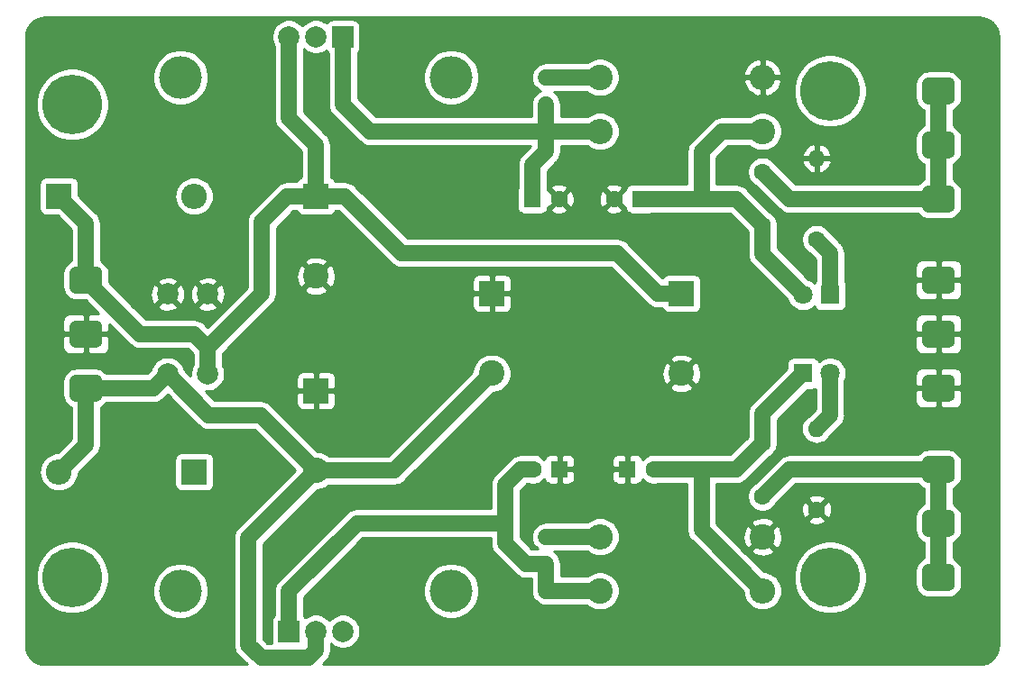
<source format=gbr>
G04 #@! TF.GenerationSoftware,KiCad,Pcbnew,(5.1.0)-1*
G04 #@! TF.CreationDate,2019-07-24T12:11:53+02:00*
G04 #@! TF.ProjectId,PSU - Filter,50535520-2d20-4466-996c-7465722e6b69,rev?*
G04 #@! TF.SameCoordinates,Original*
G04 #@! TF.FileFunction,Copper,L1,Top*
G04 #@! TF.FilePolarity,Positive*
%FSLAX46Y46*%
G04 Gerber Fmt 4.6, Leading zero omitted, Abs format (unit mm)*
G04 Created by KiCad (PCBNEW (5.1.0)-1) date 2019-07-24 12:11:53*
%MOMM*%
%LPD*%
G04 APERTURE LIST*
%ADD10C,5.600000*%
%ADD11C,4.000000*%
%ADD12R,2.400000X2.400000*%
%ADD13C,2.400000*%
%ADD14C,2.000000*%
%ADD15C,1.600000*%
%ADD16C,0.100000*%
%ADD17C,2.540000*%
%ADD18C,1.800000*%
%ADD19R,1.800000X1.800000*%
%ADD20O,2.400000X2.400000*%
%ADD21O,1.600000X1.600000*%
%ADD22C,1.440000*%
%ADD23R,2.000000X2.000000*%
%ADD24R,1.600000X1.600000*%
%ADD25C,1.500000*%
%ADD26C,0.254000*%
G04 APERTURE END LIST*
D10*
X139700000Y-63500000D03*
X68580000Y-64770000D03*
X139700000Y-109220000D03*
D11*
X104140000Y-62230000D03*
X78740000Y-62230000D03*
X78740000Y-110490000D03*
X104140000Y-110490000D03*
D10*
X68580000Y-109220000D03*
D12*
X125730000Y-82550000D03*
D13*
X125730000Y-90050000D03*
X91440000Y-99194000D03*
D12*
X91440000Y-91694000D03*
X91440000Y-73406000D03*
D13*
X91440000Y-80906000D03*
X107950000Y-90050000D03*
D12*
X107950000Y-82550000D03*
D14*
X81280000Y-82610000D03*
X81280000Y-90110000D03*
X77520800Y-82610000D03*
X77520800Y-90110000D03*
D15*
X133350000Y-76120000D03*
X133350000Y-71120000D03*
X133350000Y-101600000D03*
X133350000Y-96600000D03*
D16*
G36*
X150827241Y-62233058D02*
G01*
X150888882Y-62242201D01*
X150949331Y-62257343D01*
X151008004Y-62278336D01*
X151064337Y-62304980D01*
X151117787Y-62337017D01*
X151167840Y-62374138D01*
X151214013Y-62415987D01*
X151255862Y-62462160D01*
X151292983Y-62512213D01*
X151325020Y-62565663D01*
X151351664Y-62621996D01*
X151372657Y-62680669D01*
X151387799Y-62741118D01*
X151396942Y-62802759D01*
X151400000Y-62865000D01*
X151400000Y-64135000D01*
X151396942Y-64197241D01*
X151387799Y-64258882D01*
X151372657Y-64319331D01*
X151351664Y-64378004D01*
X151325020Y-64434337D01*
X151292983Y-64487787D01*
X151255862Y-64537840D01*
X151214013Y-64584013D01*
X151167840Y-64625862D01*
X151117787Y-64662983D01*
X151064337Y-64695020D01*
X151008004Y-64721664D01*
X150949331Y-64742657D01*
X150888882Y-64757799D01*
X150827241Y-64766942D01*
X150765000Y-64770000D01*
X148955000Y-64770000D01*
X148892759Y-64766942D01*
X148831118Y-64757799D01*
X148770669Y-64742657D01*
X148711996Y-64721664D01*
X148655663Y-64695020D01*
X148602213Y-64662983D01*
X148552160Y-64625862D01*
X148505987Y-64584013D01*
X148464138Y-64537840D01*
X148427017Y-64487787D01*
X148394980Y-64434337D01*
X148368336Y-64378004D01*
X148347343Y-64319331D01*
X148332201Y-64258882D01*
X148323058Y-64197241D01*
X148320000Y-64135000D01*
X148320000Y-62865000D01*
X148323058Y-62802759D01*
X148332201Y-62741118D01*
X148347343Y-62680669D01*
X148368336Y-62621996D01*
X148394980Y-62565663D01*
X148427017Y-62512213D01*
X148464138Y-62462160D01*
X148505987Y-62415987D01*
X148552160Y-62374138D01*
X148602213Y-62337017D01*
X148655663Y-62304980D01*
X148711996Y-62278336D01*
X148770669Y-62257343D01*
X148831118Y-62242201D01*
X148892759Y-62233058D01*
X148955000Y-62230000D01*
X150765000Y-62230000D01*
X150827241Y-62233058D01*
X150827241Y-62233058D01*
G37*
D17*
X149860000Y-63500000D03*
D16*
G36*
X150827241Y-67313058D02*
G01*
X150888882Y-67322201D01*
X150949331Y-67337343D01*
X151008004Y-67358336D01*
X151064337Y-67384980D01*
X151117787Y-67417017D01*
X151167840Y-67454138D01*
X151214013Y-67495987D01*
X151255862Y-67542160D01*
X151292983Y-67592213D01*
X151325020Y-67645663D01*
X151351664Y-67701996D01*
X151372657Y-67760669D01*
X151387799Y-67821118D01*
X151396942Y-67882759D01*
X151400000Y-67945000D01*
X151400000Y-69215000D01*
X151396942Y-69277241D01*
X151387799Y-69338882D01*
X151372657Y-69399331D01*
X151351664Y-69458004D01*
X151325020Y-69514337D01*
X151292983Y-69567787D01*
X151255862Y-69617840D01*
X151214013Y-69664013D01*
X151167840Y-69705862D01*
X151117787Y-69742983D01*
X151064337Y-69775020D01*
X151008004Y-69801664D01*
X150949331Y-69822657D01*
X150888882Y-69837799D01*
X150827241Y-69846942D01*
X150765000Y-69850000D01*
X148955000Y-69850000D01*
X148892759Y-69846942D01*
X148831118Y-69837799D01*
X148770669Y-69822657D01*
X148711996Y-69801664D01*
X148655663Y-69775020D01*
X148602213Y-69742983D01*
X148552160Y-69705862D01*
X148505987Y-69664013D01*
X148464138Y-69617840D01*
X148427017Y-69567787D01*
X148394980Y-69514337D01*
X148368336Y-69458004D01*
X148347343Y-69399331D01*
X148332201Y-69338882D01*
X148323058Y-69277241D01*
X148320000Y-69215000D01*
X148320000Y-67945000D01*
X148323058Y-67882759D01*
X148332201Y-67821118D01*
X148347343Y-67760669D01*
X148368336Y-67701996D01*
X148394980Y-67645663D01*
X148427017Y-67592213D01*
X148464138Y-67542160D01*
X148505987Y-67495987D01*
X148552160Y-67454138D01*
X148602213Y-67417017D01*
X148655663Y-67384980D01*
X148711996Y-67358336D01*
X148770669Y-67337343D01*
X148831118Y-67322201D01*
X148892759Y-67313058D01*
X148955000Y-67310000D01*
X150765000Y-67310000D01*
X150827241Y-67313058D01*
X150827241Y-67313058D01*
G37*
D17*
X149860000Y-68580000D03*
D16*
G36*
X150827241Y-72393058D02*
G01*
X150888882Y-72402201D01*
X150949331Y-72417343D01*
X151008004Y-72438336D01*
X151064337Y-72464980D01*
X151117787Y-72497017D01*
X151167840Y-72534138D01*
X151214013Y-72575987D01*
X151255862Y-72622160D01*
X151292983Y-72672213D01*
X151325020Y-72725663D01*
X151351664Y-72781996D01*
X151372657Y-72840669D01*
X151387799Y-72901118D01*
X151396942Y-72962759D01*
X151400000Y-73025000D01*
X151400000Y-74295000D01*
X151396942Y-74357241D01*
X151387799Y-74418882D01*
X151372657Y-74479331D01*
X151351664Y-74538004D01*
X151325020Y-74594337D01*
X151292983Y-74647787D01*
X151255862Y-74697840D01*
X151214013Y-74744013D01*
X151167840Y-74785862D01*
X151117787Y-74822983D01*
X151064337Y-74855020D01*
X151008004Y-74881664D01*
X150949331Y-74902657D01*
X150888882Y-74917799D01*
X150827241Y-74926942D01*
X150765000Y-74930000D01*
X148955000Y-74930000D01*
X148892759Y-74926942D01*
X148831118Y-74917799D01*
X148770669Y-74902657D01*
X148711996Y-74881664D01*
X148655663Y-74855020D01*
X148602213Y-74822983D01*
X148552160Y-74785862D01*
X148505987Y-74744013D01*
X148464138Y-74697840D01*
X148427017Y-74647787D01*
X148394980Y-74594337D01*
X148368336Y-74538004D01*
X148347343Y-74479331D01*
X148332201Y-74418882D01*
X148323058Y-74357241D01*
X148320000Y-74295000D01*
X148320000Y-73025000D01*
X148323058Y-72962759D01*
X148332201Y-72901118D01*
X148347343Y-72840669D01*
X148368336Y-72781996D01*
X148394980Y-72725663D01*
X148427017Y-72672213D01*
X148464138Y-72622160D01*
X148505987Y-72575987D01*
X148552160Y-72534138D01*
X148602213Y-72497017D01*
X148655663Y-72464980D01*
X148711996Y-72438336D01*
X148770669Y-72417343D01*
X148831118Y-72402201D01*
X148892759Y-72393058D01*
X148955000Y-72390000D01*
X150765000Y-72390000D01*
X150827241Y-72393058D01*
X150827241Y-72393058D01*
G37*
D17*
X149860000Y-73660000D03*
D16*
G36*
X150827241Y-90173058D02*
G01*
X150888882Y-90182201D01*
X150949331Y-90197343D01*
X151008004Y-90218336D01*
X151064337Y-90244980D01*
X151117787Y-90277017D01*
X151167840Y-90314138D01*
X151214013Y-90355987D01*
X151255862Y-90402160D01*
X151292983Y-90452213D01*
X151325020Y-90505663D01*
X151351664Y-90561996D01*
X151372657Y-90620669D01*
X151387799Y-90681118D01*
X151396942Y-90742759D01*
X151400000Y-90805000D01*
X151400000Y-92075000D01*
X151396942Y-92137241D01*
X151387799Y-92198882D01*
X151372657Y-92259331D01*
X151351664Y-92318004D01*
X151325020Y-92374337D01*
X151292983Y-92427787D01*
X151255862Y-92477840D01*
X151214013Y-92524013D01*
X151167840Y-92565862D01*
X151117787Y-92602983D01*
X151064337Y-92635020D01*
X151008004Y-92661664D01*
X150949331Y-92682657D01*
X150888882Y-92697799D01*
X150827241Y-92706942D01*
X150765000Y-92710000D01*
X148955000Y-92710000D01*
X148892759Y-92706942D01*
X148831118Y-92697799D01*
X148770669Y-92682657D01*
X148711996Y-92661664D01*
X148655663Y-92635020D01*
X148602213Y-92602983D01*
X148552160Y-92565862D01*
X148505987Y-92524013D01*
X148464138Y-92477840D01*
X148427017Y-92427787D01*
X148394980Y-92374337D01*
X148368336Y-92318004D01*
X148347343Y-92259331D01*
X148332201Y-92198882D01*
X148323058Y-92137241D01*
X148320000Y-92075000D01*
X148320000Y-90805000D01*
X148323058Y-90742759D01*
X148332201Y-90681118D01*
X148347343Y-90620669D01*
X148368336Y-90561996D01*
X148394980Y-90505663D01*
X148427017Y-90452213D01*
X148464138Y-90402160D01*
X148505987Y-90355987D01*
X148552160Y-90314138D01*
X148602213Y-90277017D01*
X148655663Y-90244980D01*
X148711996Y-90218336D01*
X148770669Y-90197343D01*
X148831118Y-90182201D01*
X148892759Y-90173058D01*
X148955000Y-90170000D01*
X150765000Y-90170000D01*
X150827241Y-90173058D01*
X150827241Y-90173058D01*
G37*
D17*
X149860000Y-91440000D03*
D16*
G36*
X150827241Y-85093058D02*
G01*
X150888882Y-85102201D01*
X150949331Y-85117343D01*
X151008004Y-85138336D01*
X151064337Y-85164980D01*
X151117787Y-85197017D01*
X151167840Y-85234138D01*
X151214013Y-85275987D01*
X151255862Y-85322160D01*
X151292983Y-85372213D01*
X151325020Y-85425663D01*
X151351664Y-85481996D01*
X151372657Y-85540669D01*
X151387799Y-85601118D01*
X151396942Y-85662759D01*
X151400000Y-85725000D01*
X151400000Y-86995000D01*
X151396942Y-87057241D01*
X151387799Y-87118882D01*
X151372657Y-87179331D01*
X151351664Y-87238004D01*
X151325020Y-87294337D01*
X151292983Y-87347787D01*
X151255862Y-87397840D01*
X151214013Y-87444013D01*
X151167840Y-87485862D01*
X151117787Y-87522983D01*
X151064337Y-87555020D01*
X151008004Y-87581664D01*
X150949331Y-87602657D01*
X150888882Y-87617799D01*
X150827241Y-87626942D01*
X150765000Y-87630000D01*
X148955000Y-87630000D01*
X148892759Y-87626942D01*
X148831118Y-87617799D01*
X148770669Y-87602657D01*
X148711996Y-87581664D01*
X148655663Y-87555020D01*
X148602213Y-87522983D01*
X148552160Y-87485862D01*
X148505987Y-87444013D01*
X148464138Y-87397840D01*
X148427017Y-87347787D01*
X148394980Y-87294337D01*
X148368336Y-87238004D01*
X148347343Y-87179331D01*
X148332201Y-87118882D01*
X148323058Y-87057241D01*
X148320000Y-86995000D01*
X148320000Y-85725000D01*
X148323058Y-85662759D01*
X148332201Y-85601118D01*
X148347343Y-85540669D01*
X148368336Y-85481996D01*
X148394980Y-85425663D01*
X148427017Y-85372213D01*
X148464138Y-85322160D01*
X148505987Y-85275987D01*
X148552160Y-85234138D01*
X148602213Y-85197017D01*
X148655663Y-85164980D01*
X148711996Y-85138336D01*
X148770669Y-85117343D01*
X148831118Y-85102201D01*
X148892759Y-85093058D01*
X148955000Y-85090000D01*
X150765000Y-85090000D01*
X150827241Y-85093058D01*
X150827241Y-85093058D01*
G37*
D17*
X149860000Y-86360000D03*
D16*
G36*
X150827241Y-80013058D02*
G01*
X150888882Y-80022201D01*
X150949331Y-80037343D01*
X151008004Y-80058336D01*
X151064337Y-80084980D01*
X151117787Y-80117017D01*
X151167840Y-80154138D01*
X151214013Y-80195987D01*
X151255862Y-80242160D01*
X151292983Y-80292213D01*
X151325020Y-80345663D01*
X151351664Y-80401996D01*
X151372657Y-80460669D01*
X151387799Y-80521118D01*
X151396942Y-80582759D01*
X151400000Y-80645000D01*
X151400000Y-81915000D01*
X151396942Y-81977241D01*
X151387799Y-82038882D01*
X151372657Y-82099331D01*
X151351664Y-82158004D01*
X151325020Y-82214337D01*
X151292983Y-82267787D01*
X151255862Y-82317840D01*
X151214013Y-82364013D01*
X151167840Y-82405862D01*
X151117787Y-82442983D01*
X151064337Y-82475020D01*
X151008004Y-82501664D01*
X150949331Y-82522657D01*
X150888882Y-82537799D01*
X150827241Y-82546942D01*
X150765000Y-82550000D01*
X148955000Y-82550000D01*
X148892759Y-82546942D01*
X148831118Y-82537799D01*
X148770669Y-82522657D01*
X148711996Y-82501664D01*
X148655663Y-82475020D01*
X148602213Y-82442983D01*
X148552160Y-82405862D01*
X148505987Y-82364013D01*
X148464138Y-82317840D01*
X148427017Y-82267787D01*
X148394980Y-82214337D01*
X148368336Y-82158004D01*
X148347343Y-82099331D01*
X148332201Y-82038882D01*
X148323058Y-81977241D01*
X148320000Y-81915000D01*
X148320000Y-80645000D01*
X148323058Y-80582759D01*
X148332201Y-80521118D01*
X148347343Y-80460669D01*
X148368336Y-80401996D01*
X148394980Y-80345663D01*
X148427017Y-80292213D01*
X148464138Y-80242160D01*
X148505987Y-80195987D01*
X148552160Y-80154138D01*
X148602213Y-80117017D01*
X148655663Y-80084980D01*
X148711996Y-80058336D01*
X148770669Y-80037343D01*
X148831118Y-80022201D01*
X148892759Y-80013058D01*
X148955000Y-80010000D01*
X150765000Y-80010000D01*
X150827241Y-80013058D01*
X150827241Y-80013058D01*
G37*
D17*
X149860000Y-81280000D03*
D16*
G36*
X150827241Y-97793058D02*
G01*
X150888882Y-97802201D01*
X150949331Y-97817343D01*
X151008004Y-97838336D01*
X151064337Y-97864980D01*
X151117787Y-97897017D01*
X151167840Y-97934138D01*
X151214013Y-97975987D01*
X151255862Y-98022160D01*
X151292983Y-98072213D01*
X151325020Y-98125663D01*
X151351664Y-98181996D01*
X151372657Y-98240669D01*
X151387799Y-98301118D01*
X151396942Y-98362759D01*
X151400000Y-98425000D01*
X151400000Y-99695000D01*
X151396942Y-99757241D01*
X151387799Y-99818882D01*
X151372657Y-99879331D01*
X151351664Y-99938004D01*
X151325020Y-99994337D01*
X151292983Y-100047787D01*
X151255862Y-100097840D01*
X151214013Y-100144013D01*
X151167840Y-100185862D01*
X151117787Y-100222983D01*
X151064337Y-100255020D01*
X151008004Y-100281664D01*
X150949331Y-100302657D01*
X150888882Y-100317799D01*
X150827241Y-100326942D01*
X150765000Y-100330000D01*
X148955000Y-100330000D01*
X148892759Y-100326942D01*
X148831118Y-100317799D01*
X148770669Y-100302657D01*
X148711996Y-100281664D01*
X148655663Y-100255020D01*
X148602213Y-100222983D01*
X148552160Y-100185862D01*
X148505987Y-100144013D01*
X148464138Y-100097840D01*
X148427017Y-100047787D01*
X148394980Y-99994337D01*
X148368336Y-99938004D01*
X148347343Y-99879331D01*
X148332201Y-99818882D01*
X148323058Y-99757241D01*
X148320000Y-99695000D01*
X148320000Y-98425000D01*
X148323058Y-98362759D01*
X148332201Y-98301118D01*
X148347343Y-98240669D01*
X148368336Y-98181996D01*
X148394980Y-98125663D01*
X148427017Y-98072213D01*
X148464138Y-98022160D01*
X148505987Y-97975987D01*
X148552160Y-97934138D01*
X148602213Y-97897017D01*
X148655663Y-97864980D01*
X148711996Y-97838336D01*
X148770669Y-97817343D01*
X148831118Y-97802201D01*
X148892759Y-97793058D01*
X148955000Y-97790000D01*
X150765000Y-97790000D01*
X150827241Y-97793058D01*
X150827241Y-97793058D01*
G37*
D17*
X149860000Y-99060000D03*
D16*
G36*
X150827241Y-102873058D02*
G01*
X150888882Y-102882201D01*
X150949331Y-102897343D01*
X151008004Y-102918336D01*
X151064337Y-102944980D01*
X151117787Y-102977017D01*
X151167840Y-103014138D01*
X151214013Y-103055987D01*
X151255862Y-103102160D01*
X151292983Y-103152213D01*
X151325020Y-103205663D01*
X151351664Y-103261996D01*
X151372657Y-103320669D01*
X151387799Y-103381118D01*
X151396942Y-103442759D01*
X151400000Y-103505000D01*
X151400000Y-104775000D01*
X151396942Y-104837241D01*
X151387799Y-104898882D01*
X151372657Y-104959331D01*
X151351664Y-105018004D01*
X151325020Y-105074337D01*
X151292983Y-105127787D01*
X151255862Y-105177840D01*
X151214013Y-105224013D01*
X151167840Y-105265862D01*
X151117787Y-105302983D01*
X151064337Y-105335020D01*
X151008004Y-105361664D01*
X150949331Y-105382657D01*
X150888882Y-105397799D01*
X150827241Y-105406942D01*
X150765000Y-105410000D01*
X148955000Y-105410000D01*
X148892759Y-105406942D01*
X148831118Y-105397799D01*
X148770669Y-105382657D01*
X148711996Y-105361664D01*
X148655663Y-105335020D01*
X148602213Y-105302983D01*
X148552160Y-105265862D01*
X148505987Y-105224013D01*
X148464138Y-105177840D01*
X148427017Y-105127787D01*
X148394980Y-105074337D01*
X148368336Y-105018004D01*
X148347343Y-104959331D01*
X148332201Y-104898882D01*
X148323058Y-104837241D01*
X148320000Y-104775000D01*
X148320000Y-103505000D01*
X148323058Y-103442759D01*
X148332201Y-103381118D01*
X148347343Y-103320669D01*
X148368336Y-103261996D01*
X148394980Y-103205663D01*
X148427017Y-103152213D01*
X148464138Y-103102160D01*
X148505987Y-103055987D01*
X148552160Y-103014138D01*
X148602213Y-102977017D01*
X148655663Y-102944980D01*
X148711996Y-102918336D01*
X148770669Y-102897343D01*
X148831118Y-102882201D01*
X148892759Y-102873058D01*
X148955000Y-102870000D01*
X150765000Y-102870000D01*
X150827241Y-102873058D01*
X150827241Y-102873058D01*
G37*
D17*
X149860000Y-104140000D03*
D16*
G36*
X150827241Y-107953058D02*
G01*
X150888882Y-107962201D01*
X150949331Y-107977343D01*
X151008004Y-107998336D01*
X151064337Y-108024980D01*
X151117787Y-108057017D01*
X151167840Y-108094138D01*
X151214013Y-108135987D01*
X151255862Y-108182160D01*
X151292983Y-108232213D01*
X151325020Y-108285663D01*
X151351664Y-108341996D01*
X151372657Y-108400669D01*
X151387799Y-108461118D01*
X151396942Y-108522759D01*
X151400000Y-108585000D01*
X151400000Y-109855000D01*
X151396942Y-109917241D01*
X151387799Y-109978882D01*
X151372657Y-110039331D01*
X151351664Y-110098004D01*
X151325020Y-110154337D01*
X151292983Y-110207787D01*
X151255862Y-110257840D01*
X151214013Y-110304013D01*
X151167840Y-110345862D01*
X151117787Y-110382983D01*
X151064337Y-110415020D01*
X151008004Y-110441664D01*
X150949331Y-110462657D01*
X150888882Y-110477799D01*
X150827241Y-110486942D01*
X150765000Y-110490000D01*
X148955000Y-110490000D01*
X148892759Y-110486942D01*
X148831118Y-110477799D01*
X148770669Y-110462657D01*
X148711996Y-110441664D01*
X148655663Y-110415020D01*
X148602213Y-110382983D01*
X148552160Y-110345862D01*
X148505987Y-110304013D01*
X148464138Y-110257840D01*
X148427017Y-110207787D01*
X148394980Y-110154337D01*
X148368336Y-110098004D01*
X148347343Y-110039331D01*
X148332201Y-109978882D01*
X148323058Y-109917241D01*
X148320000Y-109855000D01*
X148320000Y-108585000D01*
X148323058Y-108522759D01*
X148332201Y-108461118D01*
X148347343Y-108400669D01*
X148368336Y-108341996D01*
X148394980Y-108285663D01*
X148427017Y-108232213D01*
X148464138Y-108182160D01*
X148505987Y-108135987D01*
X148552160Y-108094138D01*
X148602213Y-108057017D01*
X148655663Y-108024980D01*
X148711996Y-107998336D01*
X148770669Y-107977343D01*
X148831118Y-107962201D01*
X148892759Y-107953058D01*
X148955000Y-107950000D01*
X150765000Y-107950000D01*
X150827241Y-107953058D01*
X150827241Y-107953058D01*
G37*
D17*
X149860000Y-109220000D03*
D16*
G36*
X70817241Y-80013058D02*
G01*
X70878882Y-80022201D01*
X70939331Y-80037343D01*
X70998004Y-80058336D01*
X71054337Y-80084980D01*
X71107787Y-80117017D01*
X71157840Y-80154138D01*
X71204013Y-80195987D01*
X71245862Y-80242160D01*
X71282983Y-80292213D01*
X71315020Y-80345663D01*
X71341664Y-80401996D01*
X71362657Y-80460669D01*
X71377799Y-80521118D01*
X71386942Y-80582759D01*
X71390000Y-80645000D01*
X71390000Y-81915000D01*
X71386942Y-81977241D01*
X71377799Y-82038882D01*
X71362657Y-82099331D01*
X71341664Y-82158004D01*
X71315020Y-82214337D01*
X71282983Y-82267787D01*
X71245862Y-82317840D01*
X71204013Y-82364013D01*
X71157840Y-82405862D01*
X71107787Y-82442983D01*
X71054337Y-82475020D01*
X70998004Y-82501664D01*
X70939331Y-82522657D01*
X70878882Y-82537799D01*
X70817241Y-82546942D01*
X70755000Y-82550000D01*
X68945000Y-82550000D01*
X68882759Y-82546942D01*
X68821118Y-82537799D01*
X68760669Y-82522657D01*
X68701996Y-82501664D01*
X68645663Y-82475020D01*
X68592213Y-82442983D01*
X68542160Y-82405862D01*
X68495987Y-82364013D01*
X68454138Y-82317840D01*
X68417017Y-82267787D01*
X68384980Y-82214337D01*
X68358336Y-82158004D01*
X68337343Y-82099331D01*
X68322201Y-82038882D01*
X68313058Y-81977241D01*
X68310000Y-81915000D01*
X68310000Y-80645000D01*
X68313058Y-80582759D01*
X68322201Y-80521118D01*
X68337343Y-80460669D01*
X68358336Y-80401996D01*
X68384980Y-80345663D01*
X68417017Y-80292213D01*
X68454138Y-80242160D01*
X68495987Y-80195987D01*
X68542160Y-80154138D01*
X68592213Y-80117017D01*
X68645663Y-80084980D01*
X68701996Y-80058336D01*
X68760669Y-80037343D01*
X68821118Y-80022201D01*
X68882759Y-80013058D01*
X68945000Y-80010000D01*
X70755000Y-80010000D01*
X70817241Y-80013058D01*
X70817241Y-80013058D01*
G37*
D17*
X69850000Y-81280000D03*
D16*
G36*
X70817241Y-85093058D02*
G01*
X70878882Y-85102201D01*
X70939331Y-85117343D01*
X70998004Y-85138336D01*
X71054337Y-85164980D01*
X71107787Y-85197017D01*
X71157840Y-85234138D01*
X71204013Y-85275987D01*
X71245862Y-85322160D01*
X71282983Y-85372213D01*
X71315020Y-85425663D01*
X71341664Y-85481996D01*
X71362657Y-85540669D01*
X71377799Y-85601118D01*
X71386942Y-85662759D01*
X71390000Y-85725000D01*
X71390000Y-86995000D01*
X71386942Y-87057241D01*
X71377799Y-87118882D01*
X71362657Y-87179331D01*
X71341664Y-87238004D01*
X71315020Y-87294337D01*
X71282983Y-87347787D01*
X71245862Y-87397840D01*
X71204013Y-87444013D01*
X71157840Y-87485862D01*
X71107787Y-87522983D01*
X71054337Y-87555020D01*
X70998004Y-87581664D01*
X70939331Y-87602657D01*
X70878882Y-87617799D01*
X70817241Y-87626942D01*
X70755000Y-87630000D01*
X68945000Y-87630000D01*
X68882759Y-87626942D01*
X68821118Y-87617799D01*
X68760669Y-87602657D01*
X68701996Y-87581664D01*
X68645663Y-87555020D01*
X68592213Y-87522983D01*
X68542160Y-87485862D01*
X68495987Y-87444013D01*
X68454138Y-87397840D01*
X68417017Y-87347787D01*
X68384980Y-87294337D01*
X68358336Y-87238004D01*
X68337343Y-87179331D01*
X68322201Y-87118882D01*
X68313058Y-87057241D01*
X68310000Y-86995000D01*
X68310000Y-85725000D01*
X68313058Y-85662759D01*
X68322201Y-85601118D01*
X68337343Y-85540669D01*
X68358336Y-85481996D01*
X68384980Y-85425663D01*
X68417017Y-85372213D01*
X68454138Y-85322160D01*
X68495987Y-85275987D01*
X68542160Y-85234138D01*
X68592213Y-85197017D01*
X68645663Y-85164980D01*
X68701996Y-85138336D01*
X68760669Y-85117343D01*
X68821118Y-85102201D01*
X68882759Y-85093058D01*
X68945000Y-85090000D01*
X70755000Y-85090000D01*
X70817241Y-85093058D01*
X70817241Y-85093058D01*
G37*
D17*
X69850000Y-86360000D03*
D16*
G36*
X70817241Y-90173058D02*
G01*
X70878882Y-90182201D01*
X70939331Y-90197343D01*
X70998004Y-90218336D01*
X71054337Y-90244980D01*
X71107787Y-90277017D01*
X71157840Y-90314138D01*
X71204013Y-90355987D01*
X71245862Y-90402160D01*
X71282983Y-90452213D01*
X71315020Y-90505663D01*
X71341664Y-90561996D01*
X71362657Y-90620669D01*
X71377799Y-90681118D01*
X71386942Y-90742759D01*
X71390000Y-90805000D01*
X71390000Y-92075000D01*
X71386942Y-92137241D01*
X71377799Y-92198882D01*
X71362657Y-92259331D01*
X71341664Y-92318004D01*
X71315020Y-92374337D01*
X71282983Y-92427787D01*
X71245862Y-92477840D01*
X71204013Y-92524013D01*
X71157840Y-92565862D01*
X71107787Y-92602983D01*
X71054337Y-92635020D01*
X70998004Y-92661664D01*
X70939331Y-92682657D01*
X70878882Y-92697799D01*
X70817241Y-92706942D01*
X70755000Y-92710000D01*
X68945000Y-92710000D01*
X68882759Y-92706942D01*
X68821118Y-92697799D01*
X68760669Y-92682657D01*
X68701996Y-92661664D01*
X68645663Y-92635020D01*
X68592213Y-92602983D01*
X68542160Y-92565862D01*
X68495987Y-92524013D01*
X68454138Y-92477840D01*
X68417017Y-92427787D01*
X68384980Y-92374337D01*
X68358336Y-92318004D01*
X68337343Y-92259331D01*
X68322201Y-92198882D01*
X68313058Y-92137241D01*
X68310000Y-92075000D01*
X68310000Y-90805000D01*
X68313058Y-90742759D01*
X68322201Y-90681118D01*
X68337343Y-90620669D01*
X68358336Y-90561996D01*
X68384980Y-90505663D01*
X68417017Y-90452213D01*
X68454138Y-90402160D01*
X68495987Y-90355987D01*
X68542160Y-90314138D01*
X68592213Y-90277017D01*
X68645663Y-90244980D01*
X68701996Y-90218336D01*
X68760669Y-90197343D01*
X68821118Y-90182201D01*
X68882759Y-90173058D01*
X68945000Y-90170000D01*
X70755000Y-90170000D01*
X70817241Y-90173058D01*
X70817241Y-90173058D01*
G37*
D17*
X69850000Y-91440000D03*
D18*
X137165000Y-82663333D03*
D19*
X139705000Y-82663333D03*
X137155000Y-90056666D03*
D18*
X139695000Y-90056666D03*
D20*
X118110000Y-67310000D03*
D13*
X133350000Y-67310000D03*
X118110000Y-62230000D03*
D20*
X133350000Y-62230000D03*
X118110000Y-105410000D03*
D13*
X133350000Y-105410000D03*
X118110000Y-110490000D03*
D20*
X133350000Y-110490000D03*
D21*
X138430000Y-69850000D03*
D15*
X138430000Y-77470000D03*
X138430000Y-102870000D03*
D21*
X138430000Y-95250000D03*
D22*
X113030000Y-67310000D03*
X113030000Y-64770000D03*
X113030000Y-62230000D03*
X113030000Y-110490000D03*
X113030000Y-107950000D03*
X113030000Y-105410000D03*
D23*
X93980000Y-58420000D03*
D14*
X91440000Y-58420000D03*
X88900000Y-58420000D03*
X93980000Y-114300000D03*
X91440000Y-114300000D03*
D23*
X88900000Y-114300000D03*
D20*
X80010000Y-73406000D03*
D12*
X67310000Y-73406000D03*
X80010000Y-99314000D03*
D20*
X67310000Y-99314000D03*
D15*
X114260000Y-73660000D03*
D24*
X111760000Y-73660000D03*
D15*
X111800000Y-99060000D03*
D24*
X114300000Y-99060000D03*
X121920000Y-73660000D03*
D15*
X119420000Y-73660000D03*
D24*
X120650000Y-99060000D03*
D15*
X123150000Y-99060000D03*
D25*
X113030000Y-64770000D02*
X113030000Y-67310000D01*
X113030000Y-67310000D02*
X118110000Y-67310000D01*
X113030000Y-69215000D02*
X113030000Y-67310000D01*
X111760000Y-73660000D02*
X111760000Y-70485000D01*
X111760000Y-70485000D02*
X113030000Y-69215000D01*
X96520000Y-67310000D02*
X113030000Y-67310000D01*
X93980000Y-58420000D02*
X93980000Y-64770000D01*
X93980000Y-64770000D02*
X96520000Y-67310000D01*
X130890000Y-99060000D02*
X133350000Y-96600000D01*
X127635000Y-104775000D02*
X127635000Y-99060000D01*
X133350000Y-110490000D02*
X127635000Y-104775000D01*
X127635000Y-99060000D02*
X130890000Y-99060000D01*
X133350000Y-93861666D02*
X137155000Y-90056666D01*
X133350000Y-96600000D02*
X133350000Y-93861666D01*
X123150000Y-99060000D02*
X127635000Y-99060000D01*
X130890000Y-73660000D02*
X133350000Y-76120000D01*
X127635000Y-69215000D02*
X127635000Y-73660000D01*
X129540000Y-67310000D02*
X127635000Y-69215000D01*
X133350000Y-67310000D02*
X129540000Y-67310000D01*
X127635000Y-73660000D02*
X130890000Y-73660000D01*
X133350000Y-78848333D02*
X137165000Y-82663333D01*
X133350000Y-76120000D02*
X133350000Y-78848333D01*
X124220000Y-73660000D02*
X127635000Y-73660000D01*
X121920000Y-73660000D02*
X124220000Y-73660000D01*
X149860000Y-63500000D02*
X149860000Y-68580000D01*
X149860000Y-68580000D02*
X149860000Y-73660000D01*
X135890000Y-73660000D02*
X133350000Y-71120000D01*
X149860000Y-73660000D02*
X135890000Y-73660000D01*
X149860000Y-99060000D02*
X149860000Y-104140000D01*
X149860000Y-104140000D02*
X149860000Y-109220000D01*
X135890000Y-99060000D02*
X149860000Y-99060000D01*
X133350000Y-101600000D02*
X135890000Y-99060000D01*
X113030000Y-62230000D02*
X118110000Y-62230000D01*
X113030000Y-105410000D02*
X118110000Y-105410000D01*
X123530000Y-82550000D02*
X119720000Y-78740000D01*
X125730000Y-82550000D02*
X123530000Y-82550000D01*
X81280000Y-87630000D02*
X81280000Y-90170000D01*
X80010000Y-86360000D02*
X81280000Y-87630000D01*
X74930000Y-86360000D02*
X80010000Y-86360000D01*
X88900000Y-62204600D02*
X88900000Y-66040000D01*
X88900000Y-66040000D02*
X91440000Y-68580000D01*
X88900000Y-62204600D02*
X88900000Y-58420000D01*
X91440000Y-73406000D02*
X91440000Y-68580000D01*
X86360000Y-82550000D02*
X81280000Y-87630000D01*
X86360000Y-75786000D02*
X86360000Y-82550000D01*
X88740000Y-73406000D02*
X86360000Y-75786000D01*
X91440000Y-73406000D02*
X88740000Y-73406000D01*
X94140000Y-73406000D02*
X99474000Y-78740000D01*
X91440000Y-73406000D02*
X94140000Y-73406000D01*
X99474000Y-78740000D02*
X119720000Y-78740000D01*
X69850000Y-75946000D02*
X67310000Y-73406000D01*
X69850000Y-81280000D02*
X69850000Y-75946000D01*
X69850000Y-81280000D02*
X74930000Y-86360000D01*
X76190800Y-91440000D02*
X77520800Y-90110000D01*
X69850000Y-91440000D02*
X76190800Y-91440000D01*
X77520800Y-90110000D02*
X81390800Y-93980000D01*
X98806000Y-99194000D02*
X107950000Y-90050000D01*
X91440000Y-99194000D02*
X98806000Y-99194000D01*
X86226000Y-93980000D02*
X91440000Y-99194000D01*
X81390800Y-93980000D02*
X86226000Y-93980000D01*
X85090000Y-105544000D02*
X91440000Y-99194000D01*
X85090000Y-115570000D02*
X85090000Y-105544000D01*
X86304990Y-116784990D02*
X85090000Y-115570000D01*
X90733010Y-116784990D02*
X86304990Y-116784990D01*
X91440000Y-114300000D02*
X91440000Y-116078000D01*
X91440000Y-116078000D02*
X90733010Y-116784990D01*
X69850000Y-96774000D02*
X67310000Y-99314000D01*
X69850000Y-91440000D02*
X69850000Y-96774000D01*
X118110000Y-110490000D02*
X113030000Y-110490000D01*
X113030000Y-110490000D02*
X113030000Y-107950000D01*
X113030000Y-107950000D02*
X111125000Y-107950000D01*
X109220000Y-106045000D02*
X111125000Y-107950000D01*
X110668630Y-99060000D02*
X109220000Y-100508630D01*
X111800000Y-99060000D02*
X110668630Y-99060000D01*
X109220000Y-100508630D02*
X109220000Y-104140000D01*
X109220000Y-104140000D02*
X109220000Y-106045000D01*
X95290000Y-104140000D02*
X109220000Y-104140000D01*
X88900000Y-114300000D02*
X88900000Y-110530000D01*
X88900000Y-110530000D02*
X95290000Y-104140000D01*
X139705000Y-78745000D02*
X139705000Y-82663333D01*
X138430000Y-77470000D02*
X139705000Y-78745000D01*
X139695000Y-93985000D02*
X138430000Y-95250000D01*
X139695000Y-90056666D02*
X139695000Y-93985000D01*
D26*
G36*
X154024785Y-56628191D02*
G01*
X154366060Y-56731228D01*
X154680822Y-56898590D01*
X154957083Y-57123903D01*
X155184317Y-57398582D01*
X155353870Y-57712164D01*
X155459286Y-58052708D01*
X155500001Y-58440082D01*
X155500000Y-115535280D01*
X155461809Y-115924784D01*
X155358771Y-116266063D01*
X155191409Y-116580825D01*
X154966097Y-116857083D01*
X154691418Y-117084317D01*
X154377838Y-117253869D01*
X154037288Y-117359287D01*
X153649928Y-117400000D01*
X92076685Y-117400000D01*
X92371231Y-117105454D01*
X92424081Y-117062081D01*
X92597157Y-116851188D01*
X92725764Y-116610581D01*
X92804960Y-116349507D01*
X92825000Y-116146037D01*
X92825000Y-116146029D01*
X92831700Y-116078000D01*
X92825000Y-116009971D01*
X92825000Y-115457239D01*
X92937748Y-115569987D01*
X93205537Y-115748918D01*
X93503088Y-115872168D01*
X93818967Y-115935000D01*
X94141033Y-115935000D01*
X94456912Y-115872168D01*
X94754463Y-115748918D01*
X95022252Y-115569987D01*
X95249987Y-115342252D01*
X95428918Y-115074463D01*
X95552168Y-114776912D01*
X95615000Y-114461033D01*
X95615000Y-114138967D01*
X95552168Y-113823088D01*
X95428918Y-113525537D01*
X95249987Y-113257748D01*
X95022252Y-113030013D01*
X94754463Y-112851082D01*
X94456912Y-112727832D01*
X94141033Y-112665000D01*
X93818967Y-112665000D01*
X93503088Y-112727832D01*
X93205537Y-112851082D01*
X92937748Y-113030013D01*
X92710013Y-113257748D01*
X92710000Y-113257767D01*
X92709987Y-113257748D01*
X92482252Y-113030013D01*
X92214463Y-112851082D01*
X91916912Y-112727832D01*
X91601033Y-112665000D01*
X91278967Y-112665000D01*
X90963088Y-112727832D01*
X90665537Y-112851082D01*
X90455191Y-112991630D01*
X90430537Y-112945506D01*
X90351185Y-112848815D01*
X90285000Y-112794499D01*
X90285000Y-111103685D01*
X91158210Y-110230475D01*
X101505000Y-110230475D01*
X101505000Y-110749525D01*
X101606261Y-111258601D01*
X101804893Y-111738141D01*
X102093262Y-112169715D01*
X102460285Y-112536738D01*
X102891859Y-112825107D01*
X103371399Y-113023739D01*
X103880475Y-113125000D01*
X104399525Y-113125000D01*
X104908601Y-113023739D01*
X105388141Y-112825107D01*
X105819715Y-112536738D01*
X106186738Y-112169715D01*
X106475107Y-111738141D01*
X106673739Y-111258601D01*
X106775000Y-110749525D01*
X106775000Y-110230475D01*
X106673739Y-109721399D01*
X106475107Y-109241859D01*
X106186738Y-108810285D01*
X105819715Y-108443262D01*
X105388141Y-108154893D01*
X104908601Y-107956261D01*
X104399525Y-107855000D01*
X103880475Y-107855000D01*
X103371399Y-107956261D01*
X102891859Y-108154893D01*
X102460285Y-108443262D01*
X102093262Y-108810285D01*
X101804893Y-109241859D01*
X101606261Y-109721399D01*
X101505000Y-110230475D01*
X91158210Y-110230475D01*
X95863686Y-105525000D01*
X107835001Y-105525000D01*
X107835001Y-105976961D01*
X107828300Y-106045000D01*
X107855040Y-106316507D01*
X107934236Y-106577580D01*
X108062844Y-106818188D01*
X108192548Y-106976233D01*
X108192551Y-106976236D01*
X108235920Y-107029081D01*
X108288764Y-107072449D01*
X110097550Y-108881236D01*
X110140919Y-108934081D01*
X110193764Y-108977450D01*
X110193766Y-108977452D01*
X110300032Y-109064662D01*
X110351812Y-109107157D01*
X110592419Y-109235764D01*
X110853493Y-109314960D01*
X111056963Y-109335000D01*
X111056971Y-109335000D01*
X111125000Y-109341700D01*
X111193029Y-109335000D01*
X111645000Y-109335000D01*
X111645000Y-110421963D01*
X111638299Y-110490000D01*
X111665040Y-110761507D01*
X111744236Y-111022581D01*
X111872843Y-111263188D01*
X112045919Y-111474081D01*
X112147507Y-111557452D01*
X112256812Y-111647157D01*
X112497419Y-111775764D01*
X112758493Y-111854960D01*
X113030000Y-111881701D01*
X113098036Y-111875000D01*
X116899918Y-111875000D01*
X116940256Y-111915338D01*
X117240801Y-112116156D01*
X117574750Y-112254482D01*
X117929268Y-112325000D01*
X118290732Y-112325000D01*
X118645250Y-112254482D01*
X118979199Y-112116156D01*
X119279744Y-111915338D01*
X119535338Y-111659744D01*
X119736156Y-111359199D01*
X119874482Y-111025250D01*
X119945000Y-110670732D01*
X119945000Y-110309268D01*
X119874482Y-109954750D01*
X119736156Y-109620801D01*
X119535338Y-109320256D01*
X119279744Y-109064662D01*
X118979199Y-108863844D01*
X118645250Y-108725518D01*
X118290732Y-108655000D01*
X117929268Y-108655000D01*
X117574750Y-108725518D01*
X117240801Y-108863844D01*
X116940256Y-109064662D01*
X116899918Y-109105000D01*
X114415000Y-109105000D01*
X114415000Y-108018037D01*
X114421701Y-107950000D01*
X114394960Y-107678493D01*
X114315764Y-107417419D01*
X114187157Y-107176812D01*
X114014081Y-106965919D01*
X113805816Y-106795000D01*
X116905100Y-106795000D01*
X117085596Y-106943129D01*
X117404378Y-107113521D01*
X117750277Y-107218448D01*
X118019861Y-107245000D01*
X118200139Y-107245000D01*
X118469723Y-107218448D01*
X118815622Y-107113521D01*
X119134404Y-106943129D01*
X119413819Y-106713819D01*
X119643129Y-106434404D01*
X119813521Y-106115622D01*
X119918448Y-105769723D01*
X119953878Y-105410000D01*
X119918448Y-105050277D01*
X119813521Y-104704378D01*
X119643129Y-104385596D01*
X119413819Y-104106181D01*
X119134404Y-103876871D01*
X118815622Y-103706479D01*
X118469723Y-103601552D01*
X118200139Y-103575000D01*
X118019861Y-103575000D01*
X117750277Y-103601552D01*
X117404378Y-103706479D01*
X117085596Y-103876871D01*
X116905100Y-104025000D01*
X112961963Y-104025000D01*
X112758493Y-104045040D01*
X112497419Y-104124236D01*
X112256812Y-104252843D01*
X112045919Y-104425919D01*
X111872843Y-104636812D01*
X111744236Y-104877419D01*
X111665040Y-105138493D01*
X111638299Y-105410000D01*
X111665040Y-105681507D01*
X111744236Y-105942581D01*
X111872843Y-106183188D01*
X112045919Y-106394081D01*
X112254184Y-106565000D01*
X111698686Y-106565000D01*
X110605000Y-105471315D01*
X110605000Y-104208037D01*
X110611701Y-104140000D01*
X110605000Y-104071963D01*
X110605000Y-101082315D01*
X111242316Y-100445000D01*
X111407301Y-100445000D01*
X111658665Y-100495000D01*
X111941335Y-100495000D01*
X112218574Y-100439853D01*
X112479727Y-100331680D01*
X112714759Y-100174637D01*
X112881339Y-100008057D01*
X112910498Y-100104180D01*
X112969463Y-100214494D01*
X113048815Y-100311185D01*
X113145506Y-100390537D01*
X113255820Y-100449502D01*
X113375518Y-100485812D01*
X113500000Y-100498072D01*
X114014250Y-100495000D01*
X114173000Y-100336250D01*
X114173000Y-99187000D01*
X114427000Y-99187000D01*
X114427000Y-100336250D01*
X114585750Y-100495000D01*
X115100000Y-100498072D01*
X115224482Y-100485812D01*
X115344180Y-100449502D01*
X115454494Y-100390537D01*
X115551185Y-100311185D01*
X115630537Y-100214494D01*
X115689502Y-100104180D01*
X115725812Y-99984482D01*
X115738072Y-99860000D01*
X119211928Y-99860000D01*
X119224188Y-99984482D01*
X119260498Y-100104180D01*
X119319463Y-100214494D01*
X119398815Y-100311185D01*
X119495506Y-100390537D01*
X119605820Y-100449502D01*
X119725518Y-100485812D01*
X119850000Y-100498072D01*
X120364250Y-100495000D01*
X120523000Y-100336250D01*
X120523000Y-99187000D01*
X119373750Y-99187000D01*
X119215000Y-99345750D01*
X119211928Y-99860000D01*
X115738072Y-99860000D01*
X115735000Y-99345750D01*
X115576250Y-99187000D01*
X114427000Y-99187000D01*
X114173000Y-99187000D01*
X114153000Y-99187000D01*
X114153000Y-98933000D01*
X114173000Y-98933000D01*
X114173000Y-97783750D01*
X114427000Y-97783750D01*
X114427000Y-98933000D01*
X115576250Y-98933000D01*
X115735000Y-98774250D01*
X115738072Y-98260000D01*
X119211928Y-98260000D01*
X119215000Y-98774250D01*
X119373750Y-98933000D01*
X120523000Y-98933000D01*
X120523000Y-97783750D01*
X120777000Y-97783750D01*
X120777000Y-98933000D01*
X120797000Y-98933000D01*
X120797000Y-99187000D01*
X120777000Y-99187000D01*
X120777000Y-100336250D01*
X120935750Y-100495000D01*
X121450000Y-100498072D01*
X121574482Y-100485812D01*
X121694180Y-100449502D01*
X121804494Y-100390537D01*
X121901185Y-100311185D01*
X121980537Y-100214494D01*
X122039502Y-100104180D01*
X122068661Y-100008057D01*
X122235241Y-100174637D01*
X122470273Y-100331680D01*
X122731426Y-100439853D01*
X123008665Y-100495000D01*
X123291335Y-100495000D01*
X123542699Y-100445000D01*
X126250001Y-100445000D01*
X126250000Y-104706971D01*
X126243300Y-104775000D01*
X126250000Y-104843029D01*
X126250000Y-104843036D01*
X126265145Y-104996802D01*
X126270040Y-105046507D01*
X126293572Y-105124081D01*
X126349236Y-105307580D01*
X126475315Y-105543456D01*
X126477844Y-105548188D01*
X126582079Y-105675198D01*
X126650919Y-105759080D01*
X126703765Y-105802450D01*
X131518665Y-110617351D01*
X131541552Y-110849723D01*
X131646479Y-111195622D01*
X131816871Y-111514404D01*
X132046181Y-111793819D01*
X132325596Y-112023129D01*
X132644378Y-112193521D01*
X132990277Y-112298448D01*
X133259861Y-112325000D01*
X133440139Y-112325000D01*
X133709723Y-112298448D01*
X134055622Y-112193521D01*
X134374404Y-112023129D01*
X134653819Y-111793819D01*
X134883129Y-111514404D01*
X135053521Y-111195622D01*
X135158448Y-110849723D01*
X135193878Y-110490000D01*
X135158448Y-110130277D01*
X135053521Y-109784378D01*
X134883129Y-109465596D01*
X134653819Y-109186181D01*
X134374404Y-108956871D01*
X134233735Y-108881682D01*
X136265000Y-108881682D01*
X136265000Y-109558318D01*
X136397006Y-110221952D01*
X136655943Y-110847082D01*
X137031862Y-111409685D01*
X137510315Y-111888138D01*
X138072918Y-112264057D01*
X138698048Y-112522994D01*
X139361682Y-112655000D01*
X140038318Y-112655000D01*
X140701952Y-112522994D01*
X141327082Y-112264057D01*
X141889685Y-111888138D01*
X142368138Y-111409685D01*
X142744057Y-110847082D01*
X143002994Y-110221952D01*
X143135000Y-109558318D01*
X143135000Y-108881682D01*
X143002994Y-108218048D01*
X142744057Y-107592918D01*
X142368138Y-107030315D01*
X141889685Y-106551862D01*
X141327082Y-106175943D01*
X140701952Y-105917006D01*
X140038318Y-105785000D01*
X139361682Y-105785000D01*
X138698048Y-105917006D01*
X138072918Y-106175943D01*
X137510315Y-106551862D01*
X137031862Y-107030315D01*
X136655943Y-107592918D01*
X136397006Y-108218048D01*
X136265000Y-108881682D01*
X134233735Y-108881682D01*
X134055622Y-108786479D01*
X133709723Y-108681552D01*
X133477351Y-108658665D01*
X131506666Y-106687980D01*
X132251626Y-106687980D01*
X132371514Y-106972836D01*
X132695210Y-107133699D01*
X133044069Y-107228322D01*
X133404684Y-107253067D01*
X133763198Y-107206985D01*
X134105833Y-107091846D01*
X134328486Y-106972836D01*
X134448374Y-106687980D01*
X133350000Y-105589605D01*
X132251626Y-106687980D01*
X131506666Y-106687980D01*
X130283370Y-105464684D01*
X131506933Y-105464684D01*
X131553015Y-105823198D01*
X131668154Y-106165833D01*
X131787164Y-106388486D01*
X132072020Y-106508374D01*
X133170395Y-105410000D01*
X133529605Y-105410000D01*
X134627980Y-106508374D01*
X134912836Y-106388486D01*
X135073699Y-106064790D01*
X135168322Y-105715931D01*
X135193067Y-105355316D01*
X135146985Y-104996802D01*
X135031846Y-104654167D01*
X134912836Y-104431514D01*
X134627980Y-104311626D01*
X133529605Y-105410000D01*
X133170395Y-105410000D01*
X132072020Y-104311626D01*
X131787164Y-104431514D01*
X131626301Y-104755210D01*
X131531678Y-105104069D01*
X131506933Y-105464684D01*
X130283370Y-105464684D01*
X129020000Y-104201315D01*
X129020000Y-104132020D01*
X132251626Y-104132020D01*
X133350000Y-105230395D01*
X134448374Y-104132020D01*
X134335026Y-103862702D01*
X137616903Y-103862702D01*
X137688486Y-104106671D01*
X137943996Y-104227571D01*
X138218184Y-104296300D01*
X138500512Y-104310217D01*
X138780130Y-104268787D01*
X139046292Y-104173603D01*
X139171514Y-104106671D01*
X139243097Y-103862702D01*
X138430000Y-103049605D01*
X137616903Y-103862702D01*
X134335026Y-103862702D01*
X134328486Y-103847164D01*
X134004790Y-103686301D01*
X133655931Y-103591678D01*
X133295316Y-103566933D01*
X132936802Y-103613015D01*
X132594167Y-103728154D01*
X132371514Y-103847164D01*
X132251626Y-104132020D01*
X129020000Y-104132020D01*
X129020000Y-101458665D01*
X131915000Y-101458665D01*
X131915000Y-101741335D01*
X131970147Y-102018574D01*
X132078320Y-102279727D01*
X132235363Y-102514759D01*
X132435241Y-102714637D01*
X132670273Y-102871680D01*
X132931426Y-102979853D01*
X133208665Y-103035000D01*
X133491335Y-103035000D01*
X133768574Y-102979853D01*
X133863551Y-102940512D01*
X136989783Y-102940512D01*
X137031213Y-103220130D01*
X137126397Y-103486292D01*
X137193329Y-103611514D01*
X137437298Y-103683097D01*
X138250395Y-102870000D01*
X138609605Y-102870000D01*
X139422702Y-103683097D01*
X139666671Y-103611514D01*
X139787571Y-103356004D01*
X139856300Y-103081816D01*
X139870217Y-102799488D01*
X139828787Y-102519870D01*
X139733603Y-102253708D01*
X139666671Y-102128486D01*
X139422702Y-102056903D01*
X138609605Y-102870000D01*
X138250395Y-102870000D01*
X137437298Y-102056903D01*
X137193329Y-102128486D01*
X137072429Y-102383996D01*
X137003700Y-102658184D01*
X136989783Y-102940512D01*
X133863551Y-102940512D01*
X134029727Y-102871680D01*
X134264759Y-102714637D01*
X134464637Y-102514759D01*
X134607025Y-102301660D01*
X135031387Y-101877298D01*
X137616903Y-101877298D01*
X138430000Y-102690395D01*
X139243097Y-101877298D01*
X139171514Y-101633329D01*
X138916004Y-101512429D01*
X138641816Y-101443700D01*
X138359488Y-101429783D01*
X138079870Y-101471213D01*
X137813708Y-101566397D01*
X137688486Y-101633329D01*
X137616903Y-101877298D01*
X135031387Y-101877298D01*
X136463685Y-100445000D01*
X147931538Y-100445000D01*
X148054802Y-100595198D01*
X148247719Y-100753521D01*
X148467816Y-100871165D01*
X148475000Y-100873344D01*
X148475001Y-102326656D01*
X148467816Y-102328835D01*
X148247719Y-102446479D01*
X148054802Y-102604802D01*
X147896479Y-102797719D01*
X147778835Y-103017816D01*
X147706390Y-103256636D01*
X147681928Y-103505000D01*
X147681928Y-104775000D01*
X147706390Y-105023364D01*
X147778835Y-105262184D01*
X147896479Y-105482281D01*
X148054802Y-105675198D01*
X148247719Y-105833521D01*
X148467816Y-105951165D01*
X148475000Y-105953344D01*
X148475001Y-107406656D01*
X148467816Y-107408835D01*
X148247719Y-107526479D01*
X148054802Y-107684802D01*
X147896479Y-107877719D01*
X147778835Y-108097816D01*
X147706390Y-108336636D01*
X147681928Y-108585000D01*
X147681928Y-109855000D01*
X147706390Y-110103364D01*
X147778835Y-110342184D01*
X147896479Y-110562281D01*
X148054802Y-110755198D01*
X148247719Y-110913521D01*
X148467816Y-111031165D01*
X148706636Y-111103610D01*
X148955000Y-111128072D01*
X150765000Y-111128072D01*
X151013364Y-111103610D01*
X151252184Y-111031165D01*
X151472281Y-110913521D01*
X151665198Y-110755198D01*
X151823521Y-110562281D01*
X151941165Y-110342184D01*
X152013610Y-110103364D01*
X152038072Y-109855000D01*
X152038072Y-108585000D01*
X152013610Y-108336636D01*
X151941165Y-108097816D01*
X151823521Y-107877719D01*
X151665198Y-107684802D01*
X151472281Y-107526479D01*
X151252184Y-107408835D01*
X151245000Y-107406656D01*
X151245000Y-105953344D01*
X151252184Y-105951165D01*
X151472281Y-105833521D01*
X151665198Y-105675198D01*
X151823521Y-105482281D01*
X151941165Y-105262184D01*
X152013610Y-105023364D01*
X152038072Y-104775000D01*
X152038072Y-103505000D01*
X152013610Y-103256636D01*
X151941165Y-103017816D01*
X151823521Y-102797719D01*
X151665198Y-102604802D01*
X151472281Y-102446479D01*
X151252184Y-102328835D01*
X151245000Y-102326656D01*
X151245000Y-100873344D01*
X151252184Y-100871165D01*
X151472281Y-100753521D01*
X151665198Y-100595198D01*
X151823521Y-100402281D01*
X151941165Y-100182184D01*
X152013610Y-99943364D01*
X152038072Y-99695000D01*
X152038072Y-98425000D01*
X152013610Y-98176636D01*
X151941165Y-97937816D01*
X151823521Y-97717719D01*
X151665198Y-97524802D01*
X151472281Y-97366479D01*
X151252184Y-97248835D01*
X151013364Y-97176390D01*
X150765000Y-97151928D01*
X148955000Y-97151928D01*
X148706636Y-97176390D01*
X148467816Y-97248835D01*
X148247719Y-97366479D01*
X148054802Y-97524802D01*
X147931538Y-97675000D01*
X135958026Y-97675000D01*
X135889999Y-97668300D01*
X135821972Y-97675000D01*
X135821963Y-97675000D01*
X135618493Y-97695040D01*
X135357419Y-97774236D01*
X135116812Y-97902843D01*
X134905919Y-98075919D01*
X134862548Y-98128767D01*
X132648340Y-100342975D01*
X132435241Y-100485363D01*
X132235363Y-100685241D01*
X132078320Y-100920273D01*
X131970147Y-101181426D01*
X131915000Y-101458665D01*
X129020000Y-101458665D01*
X129020000Y-100445000D01*
X130821971Y-100445000D01*
X130890000Y-100451700D01*
X130958029Y-100445000D01*
X130958037Y-100445000D01*
X131161507Y-100424960D01*
X131422581Y-100345764D01*
X131663188Y-100217157D01*
X131874081Y-100044081D01*
X131917454Y-99991231D01*
X134051663Y-97857023D01*
X134264759Y-97714637D01*
X134464637Y-97514759D01*
X134621680Y-97279727D01*
X134729853Y-97018574D01*
X134785000Y-96741335D01*
X134785000Y-96458665D01*
X134735000Y-96207301D01*
X134735000Y-94435351D01*
X137575614Y-91594738D01*
X138055000Y-91594738D01*
X138179482Y-91582478D01*
X138299180Y-91546168D01*
X138310000Y-91540384D01*
X138310001Y-93411313D01*
X137717726Y-94003589D01*
X137628899Y-94051068D01*
X137410392Y-94230392D01*
X137231068Y-94448899D01*
X137097818Y-94698192D01*
X137015764Y-94968691D01*
X136988057Y-95250000D01*
X137015764Y-95531309D01*
X137097818Y-95801808D01*
X137231068Y-96051101D01*
X137410392Y-96269608D01*
X137628899Y-96448932D01*
X137878192Y-96582182D01*
X138148691Y-96664236D01*
X138359508Y-96685000D01*
X138500492Y-96685000D01*
X138711309Y-96664236D01*
X138981808Y-96582182D01*
X139231101Y-96448932D01*
X139449608Y-96269608D01*
X139628932Y-96051101D01*
X139676411Y-95962274D01*
X140626236Y-95012450D01*
X140679081Y-94969081D01*
X140852157Y-94758188D01*
X140980764Y-94517581D01*
X141059960Y-94256507D01*
X141080000Y-94053037D01*
X141080000Y-94053028D01*
X141086700Y-93985001D01*
X141080000Y-93916974D01*
X141080000Y-92710000D01*
X147681928Y-92710000D01*
X147694188Y-92834482D01*
X147730498Y-92954180D01*
X147789463Y-93064494D01*
X147868815Y-93161185D01*
X147965506Y-93240537D01*
X148075820Y-93299502D01*
X148195518Y-93335812D01*
X148320000Y-93348072D01*
X149574250Y-93345000D01*
X149733000Y-93186250D01*
X149733000Y-91567000D01*
X149987000Y-91567000D01*
X149987000Y-93186250D01*
X150145750Y-93345000D01*
X151400000Y-93348072D01*
X151524482Y-93335812D01*
X151644180Y-93299502D01*
X151754494Y-93240537D01*
X151851185Y-93161185D01*
X151930537Y-93064494D01*
X151989502Y-92954180D01*
X152025812Y-92834482D01*
X152038072Y-92710000D01*
X152035000Y-91725750D01*
X151876250Y-91567000D01*
X149987000Y-91567000D01*
X149733000Y-91567000D01*
X147843750Y-91567000D01*
X147685000Y-91725750D01*
X147681928Y-92710000D01*
X141080000Y-92710000D01*
X141080000Y-90724128D01*
X141171011Y-90504409D01*
X141230000Y-90207850D01*
X141230000Y-90170000D01*
X147681928Y-90170000D01*
X147685000Y-91154250D01*
X147843750Y-91313000D01*
X149733000Y-91313000D01*
X149733000Y-89693750D01*
X149987000Y-89693750D01*
X149987000Y-91313000D01*
X151876250Y-91313000D01*
X152035000Y-91154250D01*
X152038072Y-90170000D01*
X152025812Y-90045518D01*
X151989502Y-89925820D01*
X151930537Y-89815506D01*
X151851185Y-89718815D01*
X151754494Y-89639463D01*
X151644180Y-89580498D01*
X151524482Y-89544188D01*
X151400000Y-89531928D01*
X150145750Y-89535000D01*
X149987000Y-89693750D01*
X149733000Y-89693750D01*
X149574250Y-89535000D01*
X148320000Y-89531928D01*
X148195518Y-89544188D01*
X148075820Y-89580498D01*
X147965506Y-89639463D01*
X147868815Y-89718815D01*
X147789463Y-89815506D01*
X147730498Y-89925820D01*
X147694188Y-90045518D01*
X147681928Y-90170000D01*
X141230000Y-90170000D01*
X141230000Y-89905482D01*
X141171011Y-89608923D01*
X141055299Y-89329571D01*
X140887312Y-89078161D01*
X140673505Y-88864354D01*
X140422095Y-88696367D01*
X140142743Y-88580655D01*
X139846184Y-88521666D01*
X139543816Y-88521666D01*
X139247257Y-88580655D01*
X138967905Y-88696367D01*
X138716495Y-88864354D01*
X138650056Y-88930793D01*
X138644502Y-88912486D01*
X138585537Y-88802172D01*
X138506185Y-88705481D01*
X138409494Y-88626129D01*
X138299180Y-88567164D01*
X138179482Y-88530854D01*
X138055000Y-88518594D01*
X136255000Y-88518594D01*
X136130518Y-88530854D01*
X136010820Y-88567164D01*
X135900506Y-88626129D01*
X135803815Y-88705481D01*
X135724463Y-88802172D01*
X135665498Y-88912486D01*
X135629188Y-89032184D01*
X135616928Y-89156666D01*
X135616928Y-89636052D01*
X132418764Y-92834217D01*
X132365920Y-92877585D01*
X132322551Y-92930430D01*
X132322548Y-92930433D01*
X132192844Y-93088478D01*
X132064236Y-93329086D01*
X131985040Y-93590159D01*
X131958300Y-93861666D01*
X131965001Y-93929705D01*
X131965000Y-96026314D01*
X130316315Y-97675000D01*
X127703037Y-97675000D01*
X127635000Y-97668299D01*
X127566964Y-97675000D01*
X123542699Y-97675000D01*
X123291335Y-97625000D01*
X123008665Y-97625000D01*
X122731426Y-97680147D01*
X122470273Y-97788320D01*
X122235241Y-97945363D01*
X122068661Y-98111943D01*
X122039502Y-98015820D01*
X121980537Y-97905506D01*
X121901185Y-97808815D01*
X121804494Y-97729463D01*
X121694180Y-97670498D01*
X121574482Y-97634188D01*
X121450000Y-97621928D01*
X120935750Y-97625000D01*
X120777000Y-97783750D01*
X120523000Y-97783750D01*
X120364250Y-97625000D01*
X119850000Y-97621928D01*
X119725518Y-97634188D01*
X119605820Y-97670498D01*
X119495506Y-97729463D01*
X119398815Y-97808815D01*
X119319463Y-97905506D01*
X119260498Y-98015820D01*
X119224188Y-98135518D01*
X119211928Y-98260000D01*
X115738072Y-98260000D01*
X115725812Y-98135518D01*
X115689502Y-98015820D01*
X115630537Y-97905506D01*
X115551185Y-97808815D01*
X115454494Y-97729463D01*
X115344180Y-97670498D01*
X115224482Y-97634188D01*
X115100000Y-97621928D01*
X114585750Y-97625000D01*
X114427000Y-97783750D01*
X114173000Y-97783750D01*
X114014250Y-97625000D01*
X113500000Y-97621928D01*
X113375518Y-97634188D01*
X113255820Y-97670498D01*
X113145506Y-97729463D01*
X113048815Y-97808815D01*
X112969463Y-97905506D01*
X112910498Y-98015820D01*
X112881339Y-98111943D01*
X112714759Y-97945363D01*
X112479727Y-97788320D01*
X112218574Y-97680147D01*
X111941335Y-97625000D01*
X111658665Y-97625000D01*
X111407301Y-97675000D01*
X110736656Y-97675000D01*
X110668629Y-97668300D01*
X110600602Y-97675000D01*
X110600593Y-97675000D01*
X110397123Y-97695040D01*
X110136049Y-97774236D01*
X109895442Y-97902843D01*
X109860941Y-97931157D01*
X109737396Y-98032548D01*
X109737395Y-98032549D01*
X109684549Y-98075919D01*
X109641180Y-98128764D01*
X108288765Y-99481180D01*
X108235919Y-99524550D01*
X108192550Y-99577395D01*
X108192548Y-99577397D01*
X108180088Y-99592580D01*
X108062843Y-99735443D01*
X108010597Y-99833189D01*
X107934236Y-99976050D01*
X107861905Y-100214494D01*
X107855040Y-100237124D01*
X107835000Y-100440594D01*
X107835000Y-100440601D01*
X107828300Y-100508630D01*
X107835000Y-100576659D01*
X107835001Y-102755000D01*
X95358029Y-102755000D01*
X95290000Y-102748300D01*
X95221971Y-102755000D01*
X95221963Y-102755000D01*
X95018493Y-102775040D01*
X94757419Y-102854236D01*
X94516812Y-102982843D01*
X94358766Y-103112548D01*
X94358764Y-103112550D01*
X94305919Y-103155919D01*
X94262550Y-103208764D01*
X87968764Y-109502551D01*
X87915920Y-109545919D01*
X87872551Y-109598764D01*
X87872548Y-109598767D01*
X87742844Y-109756812D01*
X87614236Y-109997420D01*
X87535040Y-110258493D01*
X87508300Y-110530000D01*
X87515001Y-110598039D01*
X87515000Y-112794498D01*
X87448815Y-112848815D01*
X87369463Y-112945506D01*
X87310498Y-113055820D01*
X87274188Y-113175518D01*
X87261928Y-113300000D01*
X87261928Y-115300000D01*
X87271776Y-115399990D01*
X86878676Y-115399990D01*
X86475000Y-114996315D01*
X86475000Y-106117685D01*
X91563686Y-101029000D01*
X91620732Y-101029000D01*
X91975250Y-100958482D01*
X92309199Y-100820156D01*
X92609744Y-100619338D01*
X92650082Y-100579000D01*
X98737971Y-100579000D01*
X98806000Y-100585700D01*
X98874029Y-100579000D01*
X98874037Y-100579000D01*
X99077507Y-100558960D01*
X99338581Y-100479764D01*
X99579188Y-100351157D01*
X99790081Y-100178081D01*
X99833454Y-100125231D01*
X108073686Y-91885000D01*
X108130732Y-91885000D01*
X108485250Y-91814482D01*
X108819199Y-91676156D01*
X109119744Y-91475338D01*
X109267102Y-91327980D01*
X124631626Y-91327980D01*
X124751514Y-91612836D01*
X125075210Y-91773699D01*
X125424069Y-91868322D01*
X125784684Y-91893067D01*
X126143198Y-91846985D01*
X126485833Y-91731846D01*
X126708486Y-91612836D01*
X126828374Y-91327980D01*
X125730000Y-90229605D01*
X124631626Y-91327980D01*
X109267102Y-91327980D01*
X109375338Y-91219744D01*
X109576156Y-90919199D01*
X109714482Y-90585250D01*
X109785000Y-90230732D01*
X109785000Y-90104684D01*
X123886933Y-90104684D01*
X123933015Y-90463198D01*
X124048154Y-90805833D01*
X124167164Y-91028486D01*
X124452020Y-91148374D01*
X125550395Y-90050000D01*
X125909605Y-90050000D01*
X127007980Y-91148374D01*
X127292836Y-91028486D01*
X127453699Y-90704790D01*
X127548322Y-90355931D01*
X127573067Y-89995316D01*
X127526985Y-89636802D01*
X127411846Y-89294167D01*
X127292836Y-89071514D01*
X127007980Y-88951626D01*
X125909605Y-90050000D01*
X125550395Y-90050000D01*
X124452020Y-88951626D01*
X124167164Y-89071514D01*
X124006301Y-89395210D01*
X123911678Y-89744069D01*
X123886933Y-90104684D01*
X109785000Y-90104684D01*
X109785000Y-89869268D01*
X109714482Y-89514750D01*
X109576156Y-89180801D01*
X109375338Y-88880256D01*
X109267102Y-88772020D01*
X124631626Y-88772020D01*
X125730000Y-89870395D01*
X126828374Y-88772020D01*
X126708486Y-88487164D01*
X126384790Y-88326301D01*
X126035931Y-88231678D01*
X125675316Y-88206933D01*
X125316802Y-88253015D01*
X124974167Y-88368154D01*
X124751514Y-88487164D01*
X124631626Y-88772020D01*
X109267102Y-88772020D01*
X109119744Y-88624662D01*
X108819199Y-88423844D01*
X108485250Y-88285518D01*
X108130732Y-88215000D01*
X107769268Y-88215000D01*
X107414750Y-88285518D01*
X107080801Y-88423844D01*
X106780256Y-88624662D01*
X106524662Y-88880256D01*
X106323844Y-89180801D01*
X106185518Y-89514750D01*
X106115000Y-89869268D01*
X106115000Y-89926314D01*
X98232315Y-97809000D01*
X92650082Y-97809000D01*
X92609744Y-97768662D01*
X92309199Y-97567844D01*
X91975250Y-97429518D01*
X91620732Y-97359000D01*
X91563686Y-97359000D01*
X87253454Y-93048769D01*
X87210081Y-92995919D01*
X87085893Y-92894000D01*
X89601928Y-92894000D01*
X89614188Y-93018482D01*
X89650498Y-93138180D01*
X89709463Y-93248494D01*
X89788815Y-93345185D01*
X89885506Y-93424537D01*
X89995820Y-93483502D01*
X90115518Y-93519812D01*
X90240000Y-93532072D01*
X91154250Y-93529000D01*
X91313000Y-93370250D01*
X91313000Y-91821000D01*
X91567000Y-91821000D01*
X91567000Y-93370250D01*
X91725750Y-93529000D01*
X92640000Y-93532072D01*
X92764482Y-93519812D01*
X92884180Y-93483502D01*
X92994494Y-93424537D01*
X93091185Y-93345185D01*
X93170537Y-93248494D01*
X93229502Y-93138180D01*
X93265812Y-93018482D01*
X93278072Y-92894000D01*
X93275000Y-91979750D01*
X93116250Y-91821000D01*
X91567000Y-91821000D01*
X91313000Y-91821000D01*
X89763750Y-91821000D01*
X89605000Y-91979750D01*
X89601928Y-92894000D01*
X87085893Y-92894000D01*
X86999188Y-92822843D01*
X86758581Y-92694236D01*
X86497507Y-92615040D01*
X86294037Y-92595000D01*
X86294029Y-92595000D01*
X86226000Y-92588300D01*
X86157971Y-92595000D01*
X81964485Y-92595000D01*
X81113372Y-91743887D01*
X81118967Y-91745000D01*
X81441033Y-91745000D01*
X81756912Y-91682168D01*
X82054463Y-91558918D01*
X82322252Y-91379987D01*
X82549987Y-91152252D01*
X82728918Y-90884463D01*
X82852168Y-90586912D01*
X82870649Y-90494000D01*
X89601928Y-90494000D01*
X89605000Y-91408250D01*
X89763750Y-91567000D01*
X91313000Y-91567000D01*
X91313000Y-90017750D01*
X91567000Y-90017750D01*
X91567000Y-91567000D01*
X93116250Y-91567000D01*
X93275000Y-91408250D01*
X93278072Y-90494000D01*
X93265812Y-90369518D01*
X93229502Y-90249820D01*
X93170537Y-90139506D01*
X93091185Y-90042815D01*
X92994494Y-89963463D01*
X92884180Y-89904498D01*
X92764482Y-89868188D01*
X92640000Y-89855928D01*
X91725750Y-89859000D01*
X91567000Y-90017750D01*
X91313000Y-90017750D01*
X91154250Y-89859000D01*
X90240000Y-89855928D01*
X90115518Y-89868188D01*
X89995820Y-89904498D01*
X89885506Y-89963463D01*
X89788815Y-90042815D01*
X89709463Y-90139506D01*
X89650498Y-90249820D01*
X89614188Y-90369518D01*
X89601928Y-90494000D01*
X82870649Y-90494000D01*
X82915000Y-90271033D01*
X82915000Y-89948967D01*
X82852168Y-89633088D01*
X82728918Y-89335537D01*
X82665000Y-89239877D01*
X82665000Y-88203685D01*
X83238685Y-87630000D01*
X147681928Y-87630000D01*
X147694188Y-87754482D01*
X147730498Y-87874180D01*
X147789463Y-87984494D01*
X147868815Y-88081185D01*
X147965506Y-88160537D01*
X148075820Y-88219502D01*
X148195518Y-88255812D01*
X148320000Y-88268072D01*
X149574250Y-88265000D01*
X149733000Y-88106250D01*
X149733000Y-86487000D01*
X149987000Y-86487000D01*
X149987000Y-88106250D01*
X150145750Y-88265000D01*
X151400000Y-88268072D01*
X151524482Y-88255812D01*
X151644180Y-88219502D01*
X151754494Y-88160537D01*
X151851185Y-88081185D01*
X151930537Y-87984494D01*
X151989502Y-87874180D01*
X152025812Y-87754482D01*
X152038072Y-87630000D01*
X152035000Y-86645750D01*
X151876250Y-86487000D01*
X149987000Y-86487000D01*
X149733000Y-86487000D01*
X147843750Y-86487000D01*
X147685000Y-86645750D01*
X147681928Y-87630000D01*
X83238685Y-87630000D01*
X85778685Y-85090000D01*
X147681928Y-85090000D01*
X147685000Y-86074250D01*
X147843750Y-86233000D01*
X149733000Y-86233000D01*
X149733000Y-84613750D01*
X149987000Y-84613750D01*
X149987000Y-86233000D01*
X151876250Y-86233000D01*
X152035000Y-86074250D01*
X152038072Y-85090000D01*
X152025812Y-84965518D01*
X151989502Y-84845820D01*
X151930537Y-84735506D01*
X151851185Y-84638815D01*
X151754494Y-84559463D01*
X151644180Y-84500498D01*
X151524482Y-84464188D01*
X151400000Y-84451928D01*
X150145750Y-84455000D01*
X149987000Y-84613750D01*
X149733000Y-84613750D01*
X149574250Y-84455000D01*
X148320000Y-84451928D01*
X148195518Y-84464188D01*
X148075820Y-84500498D01*
X147965506Y-84559463D01*
X147868815Y-84638815D01*
X147789463Y-84735506D01*
X147730498Y-84845820D01*
X147694188Y-84965518D01*
X147681928Y-85090000D01*
X85778685Y-85090000D01*
X87118685Y-83750000D01*
X106111928Y-83750000D01*
X106124188Y-83874482D01*
X106160498Y-83994180D01*
X106219463Y-84104494D01*
X106298815Y-84201185D01*
X106395506Y-84280537D01*
X106505820Y-84339502D01*
X106625518Y-84375812D01*
X106750000Y-84388072D01*
X107664250Y-84385000D01*
X107823000Y-84226250D01*
X107823000Y-82677000D01*
X108077000Y-82677000D01*
X108077000Y-84226250D01*
X108235750Y-84385000D01*
X109150000Y-84388072D01*
X109274482Y-84375812D01*
X109394180Y-84339502D01*
X109504494Y-84280537D01*
X109601185Y-84201185D01*
X109680537Y-84104494D01*
X109739502Y-83994180D01*
X109775812Y-83874482D01*
X109788072Y-83750000D01*
X109785000Y-82835750D01*
X109626250Y-82677000D01*
X108077000Y-82677000D01*
X107823000Y-82677000D01*
X106273750Y-82677000D01*
X106115000Y-82835750D01*
X106111928Y-83750000D01*
X87118685Y-83750000D01*
X87291236Y-83577450D01*
X87344081Y-83534081D01*
X87517157Y-83323188D01*
X87645764Y-83082581D01*
X87710586Y-82868892D01*
X87724960Y-82821508D01*
X87728102Y-82789605D01*
X87745000Y-82618037D01*
X87745000Y-82618029D01*
X87751700Y-82550000D01*
X87745000Y-82481971D01*
X87745000Y-82183980D01*
X90341626Y-82183980D01*
X90461514Y-82468836D01*
X90785210Y-82629699D01*
X91134069Y-82724322D01*
X91494684Y-82749067D01*
X91853198Y-82702985D01*
X92195833Y-82587846D01*
X92418486Y-82468836D01*
X92538374Y-82183980D01*
X91440000Y-81085605D01*
X90341626Y-82183980D01*
X87745000Y-82183980D01*
X87745000Y-80960684D01*
X89596933Y-80960684D01*
X89643015Y-81319198D01*
X89758154Y-81661833D01*
X89877164Y-81884486D01*
X90162020Y-82004374D01*
X91260395Y-80906000D01*
X91619605Y-80906000D01*
X92717980Y-82004374D01*
X93002836Y-81884486D01*
X93163699Y-81560790D01*
X93220872Y-81350000D01*
X106111928Y-81350000D01*
X106115000Y-82264250D01*
X106273750Y-82423000D01*
X107823000Y-82423000D01*
X107823000Y-80873750D01*
X108077000Y-80873750D01*
X108077000Y-82423000D01*
X109626250Y-82423000D01*
X109785000Y-82264250D01*
X109788072Y-81350000D01*
X109775812Y-81225518D01*
X109739502Y-81105820D01*
X109680537Y-80995506D01*
X109601185Y-80898815D01*
X109504494Y-80819463D01*
X109394180Y-80760498D01*
X109274482Y-80724188D01*
X109150000Y-80711928D01*
X108235750Y-80715000D01*
X108077000Y-80873750D01*
X107823000Y-80873750D01*
X107664250Y-80715000D01*
X106750000Y-80711928D01*
X106625518Y-80724188D01*
X106505820Y-80760498D01*
X106395506Y-80819463D01*
X106298815Y-80898815D01*
X106219463Y-80995506D01*
X106160498Y-81105820D01*
X106124188Y-81225518D01*
X106111928Y-81350000D01*
X93220872Y-81350000D01*
X93258322Y-81211931D01*
X93283067Y-80851316D01*
X93236985Y-80492802D01*
X93121846Y-80150167D01*
X93002836Y-79927514D01*
X92717980Y-79807626D01*
X91619605Y-80906000D01*
X91260395Y-80906000D01*
X90162020Y-79807626D01*
X89877164Y-79927514D01*
X89716301Y-80251210D01*
X89621678Y-80600069D01*
X89596933Y-80960684D01*
X87745000Y-80960684D01*
X87745000Y-79628020D01*
X90341626Y-79628020D01*
X91440000Y-80726395D01*
X92538374Y-79628020D01*
X92418486Y-79343164D01*
X92094790Y-79182301D01*
X91745931Y-79087678D01*
X91385316Y-79062933D01*
X91026802Y-79109015D01*
X90684167Y-79224154D01*
X90461514Y-79343164D01*
X90341626Y-79628020D01*
X87745000Y-79628020D01*
X87745000Y-76359685D01*
X89313686Y-74791000D01*
X89632546Y-74791000D01*
X89650498Y-74850180D01*
X89709463Y-74960494D01*
X89788815Y-75057185D01*
X89885506Y-75136537D01*
X89995820Y-75195502D01*
X90115518Y-75231812D01*
X90240000Y-75244072D01*
X92640000Y-75244072D01*
X92764482Y-75231812D01*
X92884180Y-75195502D01*
X92994494Y-75136537D01*
X93091185Y-75057185D01*
X93170537Y-74960494D01*
X93229502Y-74850180D01*
X93247454Y-74791000D01*
X93566315Y-74791000D01*
X98446550Y-79671236D01*
X98489919Y-79724081D01*
X98542764Y-79767450D01*
X98542766Y-79767452D01*
X98621923Y-79832414D01*
X98700812Y-79897157D01*
X98941419Y-80025764D01*
X99202493Y-80104960D01*
X99405963Y-80125000D01*
X99405972Y-80125000D01*
X99473999Y-80131700D01*
X99542026Y-80125000D01*
X119146315Y-80125000D01*
X122502548Y-83481234D01*
X122545919Y-83534081D01*
X122598764Y-83577450D01*
X122598766Y-83577452D01*
X122677221Y-83641838D01*
X122756812Y-83707157D01*
X122997419Y-83835764D01*
X123258493Y-83914960D01*
X123461963Y-83935000D01*
X123461971Y-83935000D01*
X123530000Y-83941700D01*
X123598029Y-83935000D01*
X123922546Y-83935000D01*
X123940498Y-83994180D01*
X123999463Y-84104494D01*
X124078815Y-84201185D01*
X124175506Y-84280537D01*
X124285820Y-84339502D01*
X124405518Y-84375812D01*
X124530000Y-84388072D01*
X126930000Y-84388072D01*
X127054482Y-84375812D01*
X127174180Y-84339502D01*
X127284494Y-84280537D01*
X127381185Y-84201185D01*
X127460537Y-84104494D01*
X127519502Y-83994180D01*
X127555812Y-83874482D01*
X127568072Y-83750000D01*
X127568072Y-81350000D01*
X127555812Y-81225518D01*
X127519502Y-81105820D01*
X127460537Y-80995506D01*
X127381185Y-80898815D01*
X127284494Y-80819463D01*
X127174180Y-80760498D01*
X127054482Y-80724188D01*
X126930000Y-80711928D01*
X124530000Y-80711928D01*
X124405518Y-80724188D01*
X124285820Y-80760498D01*
X124175506Y-80819463D01*
X124078815Y-80898815D01*
X123999463Y-80995506D01*
X123976727Y-81038041D01*
X120747454Y-77808769D01*
X120704081Y-77755919D01*
X120493188Y-77582843D01*
X120252581Y-77454236D01*
X119991507Y-77375040D01*
X119788037Y-77355000D01*
X119788029Y-77355000D01*
X119720000Y-77348300D01*
X119651971Y-77355000D01*
X100047686Y-77355000D01*
X95167454Y-72474769D01*
X95124081Y-72421919D01*
X94913188Y-72248843D01*
X94672581Y-72120236D01*
X94411507Y-72041040D01*
X94208037Y-72021000D01*
X94208029Y-72021000D01*
X94140000Y-72014300D01*
X94071971Y-72021000D01*
X93247454Y-72021000D01*
X93229502Y-71961820D01*
X93170537Y-71851506D01*
X93091185Y-71754815D01*
X92994494Y-71675463D01*
X92884180Y-71616498D01*
X92825000Y-71598546D01*
X92825000Y-68648026D01*
X92831700Y-68579999D01*
X92825000Y-68511972D01*
X92825000Y-68511963D01*
X92804960Y-68308493D01*
X92725764Y-68047419D01*
X92597157Y-67806812D01*
X92424081Y-67595919D01*
X92371231Y-67552546D01*
X90285000Y-65466315D01*
X90285000Y-59577239D01*
X90397748Y-59689987D01*
X90665537Y-59868918D01*
X90963088Y-59992168D01*
X91278967Y-60055000D01*
X91601033Y-60055000D01*
X91916912Y-59992168D01*
X92214463Y-59868918D01*
X92424809Y-59728370D01*
X92449463Y-59774494D01*
X92528815Y-59871185D01*
X92595000Y-59925502D01*
X92595001Y-64701961D01*
X92588300Y-64770000D01*
X92615040Y-65041507D01*
X92694236Y-65302580D01*
X92822844Y-65543188D01*
X92952548Y-65701233D01*
X92952551Y-65701236D01*
X92995920Y-65754081D01*
X93048765Y-65797450D01*
X95492546Y-68241231D01*
X95535919Y-68294081D01*
X95746812Y-68467157D01*
X95987419Y-68595764D01*
X96248493Y-68674960D01*
X96451963Y-68695000D01*
X96451972Y-68695000D01*
X96519999Y-68701700D01*
X96588026Y-68695000D01*
X111591314Y-68695000D01*
X110828764Y-69457551D01*
X110775920Y-69500919D01*
X110732551Y-69553764D01*
X110732548Y-69553767D01*
X110602844Y-69711812D01*
X110474236Y-69952420D01*
X110395040Y-70213493D01*
X110368300Y-70485000D01*
X110375001Y-70553039D01*
X110375000Y-72607397D01*
X110370498Y-72615820D01*
X110334188Y-72735518D01*
X110321928Y-72860000D01*
X110321928Y-74460000D01*
X110334188Y-74584482D01*
X110370498Y-74704180D01*
X110429463Y-74814494D01*
X110508815Y-74911185D01*
X110605506Y-74990537D01*
X110715820Y-75049502D01*
X110835518Y-75085812D01*
X110960000Y-75098072D01*
X112560000Y-75098072D01*
X112684482Y-75085812D01*
X112804180Y-75049502D01*
X112914494Y-74990537D01*
X113011185Y-74911185D01*
X113090537Y-74814494D01*
X113149502Y-74704180D01*
X113165117Y-74652702D01*
X113446903Y-74652702D01*
X113518486Y-74896671D01*
X113773996Y-75017571D01*
X114048184Y-75086300D01*
X114330512Y-75100217D01*
X114610130Y-75058787D01*
X114876292Y-74963603D01*
X115001514Y-74896671D01*
X115073097Y-74652702D01*
X118606903Y-74652702D01*
X118678486Y-74896671D01*
X118933996Y-75017571D01*
X119208184Y-75086300D01*
X119490512Y-75100217D01*
X119770130Y-75058787D01*
X120036292Y-74963603D01*
X120161514Y-74896671D01*
X120233097Y-74652702D01*
X119420000Y-73839605D01*
X118606903Y-74652702D01*
X115073097Y-74652702D01*
X114260000Y-73839605D01*
X113446903Y-74652702D01*
X113165117Y-74652702D01*
X113185812Y-74584482D01*
X113198072Y-74460000D01*
X113198072Y-74452785D01*
X113267298Y-74473097D01*
X114080395Y-73660000D01*
X114439605Y-73660000D01*
X115252702Y-74473097D01*
X115496671Y-74401514D01*
X115617571Y-74146004D01*
X115686300Y-73871816D01*
X115693265Y-73730512D01*
X117979783Y-73730512D01*
X118021213Y-74010130D01*
X118116397Y-74276292D01*
X118183329Y-74401514D01*
X118427298Y-74473097D01*
X119240395Y-73660000D01*
X119599605Y-73660000D01*
X120412702Y-74473097D01*
X120481928Y-74452785D01*
X120481928Y-74460000D01*
X120494188Y-74584482D01*
X120530498Y-74704180D01*
X120589463Y-74814494D01*
X120668815Y-74911185D01*
X120765506Y-74990537D01*
X120875820Y-75049502D01*
X120995518Y-75085812D01*
X121120000Y-75098072D01*
X122720000Y-75098072D01*
X122844482Y-75085812D01*
X122964180Y-75049502D01*
X122972603Y-75045000D01*
X127566964Y-75045000D01*
X127635000Y-75051701D01*
X127703037Y-75045000D01*
X130316315Y-75045000D01*
X131965000Y-76693686D01*
X131965001Y-78780294D01*
X131958300Y-78848333D01*
X131985040Y-79119840D01*
X132064236Y-79380913D01*
X132192844Y-79621521D01*
X132322548Y-79779566D01*
X132322551Y-79779569D01*
X132365920Y-79832414D01*
X132418764Y-79875782D01*
X135713690Y-83170709D01*
X135804701Y-83390428D01*
X135972688Y-83641838D01*
X136186495Y-83855645D01*
X136437905Y-84023632D01*
X136717257Y-84139344D01*
X137013816Y-84198333D01*
X137316184Y-84198333D01*
X137612743Y-84139344D01*
X137892095Y-84023632D01*
X138143505Y-83855645D01*
X138209944Y-83789206D01*
X138215498Y-83807513D01*
X138274463Y-83917827D01*
X138353815Y-84014518D01*
X138450506Y-84093870D01*
X138560820Y-84152835D01*
X138680518Y-84189145D01*
X138805000Y-84201405D01*
X140605000Y-84201405D01*
X140729482Y-84189145D01*
X140849180Y-84152835D01*
X140959494Y-84093870D01*
X141056185Y-84014518D01*
X141135537Y-83917827D01*
X141194502Y-83807513D01*
X141230812Y-83687815D01*
X141243072Y-83563333D01*
X141243072Y-82550000D01*
X147681928Y-82550000D01*
X147694188Y-82674482D01*
X147730498Y-82794180D01*
X147789463Y-82904494D01*
X147868815Y-83001185D01*
X147965506Y-83080537D01*
X148075820Y-83139502D01*
X148195518Y-83175812D01*
X148320000Y-83188072D01*
X149574250Y-83185000D01*
X149733000Y-83026250D01*
X149733000Y-81407000D01*
X149987000Y-81407000D01*
X149987000Y-83026250D01*
X150145750Y-83185000D01*
X151400000Y-83188072D01*
X151524482Y-83175812D01*
X151644180Y-83139502D01*
X151754494Y-83080537D01*
X151851185Y-83001185D01*
X151930537Y-82904494D01*
X151989502Y-82794180D01*
X152025812Y-82674482D01*
X152038072Y-82550000D01*
X152035000Y-81565750D01*
X151876250Y-81407000D01*
X149987000Y-81407000D01*
X149733000Y-81407000D01*
X147843750Y-81407000D01*
X147685000Y-81565750D01*
X147681928Y-82550000D01*
X141243072Y-82550000D01*
X141243072Y-81763333D01*
X141230812Y-81638851D01*
X141194502Y-81519153D01*
X141135537Y-81408839D01*
X141090000Y-81353352D01*
X141090000Y-80010000D01*
X147681928Y-80010000D01*
X147685000Y-80994250D01*
X147843750Y-81153000D01*
X149733000Y-81153000D01*
X149733000Y-79533750D01*
X149987000Y-79533750D01*
X149987000Y-81153000D01*
X151876250Y-81153000D01*
X152035000Y-80994250D01*
X152038072Y-80010000D01*
X152025812Y-79885518D01*
X151989502Y-79765820D01*
X151930537Y-79655506D01*
X151851185Y-79558815D01*
X151754494Y-79479463D01*
X151644180Y-79420498D01*
X151524482Y-79384188D01*
X151400000Y-79371928D01*
X150145750Y-79375000D01*
X149987000Y-79533750D01*
X149733000Y-79533750D01*
X149574250Y-79375000D01*
X148320000Y-79371928D01*
X148195518Y-79384188D01*
X148075820Y-79420498D01*
X147965506Y-79479463D01*
X147868815Y-79558815D01*
X147789463Y-79655506D01*
X147730498Y-79765820D01*
X147694188Y-79885518D01*
X147681928Y-80010000D01*
X141090000Y-80010000D01*
X141090000Y-78813026D01*
X141096700Y-78744999D01*
X141090000Y-78676972D01*
X141090000Y-78676963D01*
X141069960Y-78473493D01*
X140990764Y-78212419D01*
X140862157Y-77971812D01*
X140793845Y-77888574D01*
X140732452Y-77813766D01*
X140732445Y-77813759D01*
X140689080Y-77760919D01*
X140636241Y-77717555D01*
X139687024Y-76768339D01*
X139544637Y-76555241D01*
X139344759Y-76355363D01*
X139109727Y-76198320D01*
X138848574Y-76090147D01*
X138571335Y-76035000D01*
X138288665Y-76035000D01*
X138011426Y-76090147D01*
X137750273Y-76198320D01*
X137515241Y-76355363D01*
X137315363Y-76555241D01*
X137158320Y-76790273D01*
X137050147Y-77051426D01*
X136995000Y-77328665D01*
X136995000Y-77611335D01*
X137050147Y-77888574D01*
X137158320Y-78149727D01*
X137315363Y-78384759D01*
X137515241Y-78584637D01*
X137728339Y-78727024D01*
X138320000Y-79318686D01*
X138320001Y-81353351D01*
X138274463Y-81408839D01*
X138215498Y-81519153D01*
X138209944Y-81537460D01*
X138143505Y-81471021D01*
X137892095Y-81303034D01*
X137672376Y-81212023D01*
X134735000Y-78274648D01*
X134735000Y-76512699D01*
X134785000Y-76261335D01*
X134785000Y-75978665D01*
X134729853Y-75701426D01*
X134621680Y-75440273D01*
X134464637Y-75205241D01*
X134264759Y-75005363D01*
X134051663Y-74862977D01*
X131917454Y-72728769D01*
X131874081Y-72675919D01*
X131663188Y-72502843D01*
X131422581Y-72374236D01*
X131161507Y-72295040D01*
X130958037Y-72275000D01*
X130958029Y-72275000D01*
X130890000Y-72268300D01*
X130821971Y-72275000D01*
X129020000Y-72275000D01*
X129020000Y-70978665D01*
X131915000Y-70978665D01*
X131915000Y-71261335D01*
X131970147Y-71538574D01*
X132078320Y-71799727D01*
X132235363Y-72034759D01*
X132435241Y-72234637D01*
X132648340Y-72377025D01*
X134862546Y-74591231D01*
X134905919Y-74644081D01*
X135116812Y-74817157D01*
X135357419Y-74945764D01*
X135618493Y-75024960D01*
X135821963Y-75045000D01*
X135821972Y-75045000D01*
X135889999Y-75051700D01*
X135958026Y-75045000D01*
X147931538Y-75045000D01*
X148054802Y-75195198D01*
X148247719Y-75353521D01*
X148467816Y-75471165D01*
X148706636Y-75543610D01*
X148955000Y-75568072D01*
X150765000Y-75568072D01*
X151013364Y-75543610D01*
X151252184Y-75471165D01*
X151472281Y-75353521D01*
X151665198Y-75195198D01*
X151823521Y-75002281D01*
X151941165Y-74782184D01*
X152013610Y-74543364D01*
X152038072Y-74295000D01*
X152038072Y-73025000D01*
X152013610Y-72776636D01*
X151941165Y-72537816D01*
X151823521Y-72317719D01*
X151665198Y-72124802D01*
X151472281Y-71966479D01*
X151252184Y-71848835D01*
X151245000Y-71846656D01*
X151245000Y-70393344D01*
X151252184Y-70391165D01*
X151472281Y-70273521D01*
X151665198Y-70115198D01*
X151823521Y-69922281D01*
X151941165Y-69702184D01*
X152013610Y-69463364D01*
X152038072Y-69215000D01*
X152038072Y-67945000D01*
X152013610Y-67696636D01*
X151941165Y-67457816D01*
X151823521Y-67237719D01*
X151665198Y-67044802D01*
X151472281Y-66886479D01*
X151252184Y-66768835D01*
X151245000Y-66766656D01*
X151245000Y-65313344D01*
X151252184Y-65311165D01*
X151472281Y-65193521D01*
X151665198Y-65035198D01*
X151823521Y-64842281D01*
X151941165Y-64622184D01*
X152013610Y-64383364D01*
X152038072Y-64135000D01*
X152038072Y-62865000D01*
X152013610Y-62616636D01*
X151941165Y-62377816D01*
X151823521Y-62157719D01*
X151665198Y-61964802D01*
X151472281Y-61806479D01*
X151252184Y-61688835D01*
X151013364Y-61616390D01*
X150765000Y-61591928D01*
X148955000Y-61591928D01*
X148706636Y-61616390D01*
X148467816Y-61688835D01*
X148247719Y-61806479D01*
X148054802Y-61964802D01*
X147896479Y-62157719D01*
X147778835Y-62377816D01*
X147706390Y-62616636D01*
X147681928Y-62865000D01*
X147681928Y-64135000D01*
X147706390Y-64383364D01*
X147778835Y-64622184D01*
X147896479Y-64842281D01*
X148054802Y-65035198D01*
X148247719Y-65193521D01*
X148467816Y-65311165D01*
X148475000Y-65313344D01*
X148475001Y-66766656D01*
X148467816Y-66768835D01*
X148247719Y-66886479D01*
X148054802Y-67044802D01*
X147896479Y-67237719D01*
X147778835Y-67457816D01*
X147706390Y-67696636D01*
X147681928Y-67945000D01*
X147681928Y-69215000D01*
X147706390Y-69463364D01*
X147778835Y-69702184D01*
X147896479Y-69922281D01*
X148054802Y-70115198D01*
X148247719Y-70273521D01*
X148467816Y-70391165D01*
X148475000Y-70393344D01*
X148475001Y-71846656D01*
X148467816Y-71848835D01*
X148247719Y-71966479D01*
X148054802Y-72124802D01*
X147931538Y-72275000D01*
X136463685Y-72275000D01*
X134607025Y-70418340D01*
X134464637Y-70205241D01*
X134458436Y-70199040D01*
X137038091Y-70199040D01*
X137132930Y-70463881D01*
X137277615Y-70705131D01*
X137466586Y-70913519D01*
X137692580Y-71081037D01*
X137946913Y-71201246D01*
X138080961Y-71241904D01*
X138303000Y-71119915D01*
X138303000Y-69977000D01*
X138557000Y-69977000D01*
X138557000Y-71119915D01*
X138779039Y-71241904D01*
X138913087Y-71201246D01*
X139167420Y-71081037D01*
X139393414Y-70913519D01*
X139582385Y-70705131D01*
X139727070Y-70463881D01*
X139821909Y-70199040D01*
X139700624Y-69977000D01*
X138557000Y-69977000D01*
X138303000Y-69977000D01*
X137159376Y-69977000D01*
X137038091Y-70199040D01*
X134458436Y-70199040D01*
X134264759Y-70005363D01*
X134029727Y-69848320D01*
X133768574Y-69740147D01*
X133491335Y-69685000D01*
X133208665Y-69685000D01*
X132931426Y-69740147D01*
X132670273Y-69848320D01*
X132435241Y-70005363D01*
X132235363Y-70205241D01*
X132078320Y-70440273D01*
X131970147Y-70701426D01*
X131915000Y-70978665D01*
X129020000Y-70978665D01*
X129020000Y-69788685D01*
X129307725Y-69500960D01*
X137038091Y-69500960D01*
X137159376Y-69723000D01*
X138303000Y-69723000D01*
X138303000Y-68580085D01*
X138557000Y-68580085D01*
X138557000Y-69723000D01*
X139700624Y-69723000D01*
X139821909Y-69500960D01*
X139727070Y-69236119D01*
X139582385Y-68994869D01*
X139393414Y-68786481D01*
X139167420Y-68618963D01*
X138913087Y-68498754D01*
X138779039Y-68458096D01*
X138557000Y-68580085D01*
X138303000Y-68580085D01*
X138080961Y-68458096D01*
X137946913Y-68498754D01*
X137692580Y-68618963D01*
X137466586Y-68786481D01*
X137277615Y-68994869D01*
X137132930Y-69236119D01*
X137038091Y-69500960D01*
X129307725Y-69500960D01*
X130113686Y-68695000D01*
X132139918Y-68695000D01*
X132180256Y-68735338D01*
X132480801Y-68936156D01*
X132814750Y-69074482D01*
X133169268Y-69145000D01*
X133530732Y-69145000D01*
X133885250Y-69074482D01*
X134219199Y-68936156D01*
X134519744Y-68735338D01*
X134775338Y-68479744D01*
X134976156Y-68179199D01*
X135114482Y-67845250D01*
X135185000Y-67490732D01*
X135185000Y-67129268D01*
X135114482Y-66774750D01*
X134976156Y-66440801D01*
X134775338Y-66140256D01*
X134519744Y-65884662D01*
X134219199Y-65683844D01*
X133885250Y-65545518D01*
X133530732Y-65475000D01*
X133169268Y-65475000D01*
X132814750Y-65545518D01*
X132480801Y-65683844D01*
X132180256Y-65884662D01*
X132139918Y-65925000D01*
X129608029Y-65925000D01*
X129540000Y-65918300D01*
X129471971Y-65925000D01*
X129471963Y-65925000D01*
X129268493Y-65945040D01*
X129007419Y-66024236D01*
X128766812Y-66152843D01*
X128608766Y-66282548D01*
X128608764Y-66282550D01*
X128555919Y-66325919D01*
X128512550Y-66378764D01*
X126703767Y-68187548D01*
X126650919Y-68230920D01*
X126607550Y-68283765D01*
X126607548Y-68283767D01*
X126563491Y-68337451D01*
X126477843Y-68441813D01*
X126349236Y-68682420D01*
X126270040Y-68943494D01*
X126250000Y-69146964D01*
X126250000Y-69146971D01*
X126243300Y-69215000D01*
X126250000Y-69283029D01*
X126250001Y-72275000D01*
X122972603Y-72275000D01*
X122964180Y-72270498D01*
X122844482Y-72234188D01*
X122720000Y-72221928D01*
X121120000Y-72221928D01*
X120995518Y-72234188D01*
X120875820Y-72270498D01*
X120765506Y-72329463D01*
X120668815Y-72408815D01*
X120589463Y-72505506D01*
X120530498Y-72615820D01*
X120494188Y-72735518D01*
X120481928Y-72860000D01*
X120481928Y-72867215D01*
X120412702Y-72846903D01*
X119599605Y-73660000D01*
X119240395Y-73660000D01*
X118427298Y-72846903D01*
X118183329Y-72918486D01*
X118062429Y-73173996D01*
X117993700Y-73448184D01*
X117979783Y-73730512D01*
X115693265Y-73730512D01*
X115700217Y-73589488D01*
X115658787Y-73309870D01*
X115563603Y-73043708D01*
X115496671Y-72918486D01*
X115252702Y-72846903D01*
X114439605Y-73660000D01*
X114080395Y-73660000D01*
X113267298Y-72846903D01*
X113198072Y-72867215D01*
X113198072Y-72860000D01*
X113185812Y-72735518D01*
X113165118Y-72667298D01*
X113446903Y-72667298D01*
X114260000Y-73480395D01*
X115073097Y-72667298D01*
X118606903Y-72667298D01*
X119420000Y-73480395D01*
X120233097Y-72667298D01*
X120161514Y-72423329D01*
X119906004Y-72302429D01*
X119631816Y-72233700D01*
X119349488Y-72219783D01*
X119069870Y-72261213D01*
X118803708Y-72356397D01*
X118678486Y-72423329D01*
X118606903Y-72667298D01*
X115073097Y-72667298D01*
X115001514Y-72423329D01*
X114746004Y-72302429D01*
X114471816Y-72233700D01*
X114189488Y-72219783D01*
X113909870Y-72261213D01*
X113643708Y-72356397D01*
X113518486Y-72423329D01*
X113446903Y-72667298D01*
X113165118Y-72667298D01*
X113149502Y-72615820D01*
X113145000Y-72607397D01*
X113145000Y-71058685D01*
X113961241Y-70242445D01*
X114014080Y-70199081D01*
X114057445Y-70146241D01*
X114057452Y-70146234D01*
X114187156Y-69988189D01*
X114187157Y-69988188D01*
X114315764Y-69747581D01*
X114394960Y-69486507D01*
X114415000Y-69283037D01*
X114415000Y-69283028D01*
X114421700Y-69215001D01*
X114415000Y-69146974D01*
X114415000Y-68695000D01*
X116905100Y-68695000D01*
X117085596Y-68843129D01*
X117404378Y-69013521D01*
X117750277Y-69118448D01*
X118019861Y-69145000D01*
X118200139Y-69145000D01*
X118469723Y-69118448D01*
X118815622Y-69013521D01*
X119134404Y-68843129D01*
X119413819Y-68613819D01*
X119643129Y-68334404D01*
X119813521Y-68015622D01*
X119918448Y-67669723D01*
X119953878Y-67310000D01*
X119918448Y-66950277D01*
X119813521Y-66604378D01*
X119643129Y-66285596D01*
X119413819Y-66006181D01*
X119134404Y-65776871D01*
X118815622Y-65606479D01*
X118469723Y-65501552D01*
X118200139Y-65475000D01*
X118019861Y-65475000D01*
X117750277Y-65501552D01*
X117404378Y-65606479D01*
X117085596Y-65776871D01*
X116905100Y-65925000D01*
X114415000Y-65925000D01*
X114415000Y-64701963D01*
X114394960Y-64498493D01*
X114315764Y-64237419D01*
X114187157Y-63996812D01*
X114014080Y-63785919D01*
X113805815Y-63615000D01*
X116899918Y-63615000D01*
X116940256Y-63655338D01*
X117240801Y-63856156D01*
X117574750Y-63994482D01*
X117929268Y-64065000D01*
X118290732Y-64065000D01*
X118645250Y-63994482D01*
X118979199Y-63856156D01*
X119279744Y-63655338D01*
X119535338Y-63399744D01*
X119736156Y-63099199D01*
X119874482Y-62765250D01*
X119899036Y-62641805D01*
X131561805Y-62641805D01*
X131634379Y-62881066D01*
X131794361Y-63203257D01*
X132014125Y-63488046D01*
X132285226Y-63724489D01*
X132597246Y-63903500D01*
X132938194Y-64018199D01*
X133223000Y-63901854D01*
X133223000Y-62357000D01*
X133477000Y-62357000D01*
X133477000Y-63901854D01*
X133761806Y-64018199D01*
X134102754Y-63903500D01*
X134414774Y-63724489D01*
X134685875Y-63488046D01*
X134905639Y-63203257D01*
X134926282Y-63161682D01*
X136265000Y-63161682D01*
X136265000Y-63838318D01*
X136397006Y-64501952D01*
X136655943Y-65127082D01*
X137031862Y-65689685D01*
X137510315Y-66168138D01*
X138072918Y-66544057D01*
X138698048Y-66802994D01*
X139361682Y-66935000D01*
X140038318Y-66935000D01*
X140701952Y-66802994D01*
X141327082Y-66544057D01*
X141889685Y-66168138D01*
X142368138Y-65689685D01*
X142744057Y-65127082D01*
X143002994Y-64501952D01*
X143135000Y-63838318D01*
X143135000Y-63161682D01*
X143002994Y-62498048D01*
X142744057Y-61872918D01*
X142368138Y-61310315D01*
X141889685Y-60831862D01*
X141327082Y-60455943D01*
X140701952Y-60197006D01*
X140038318Y-60065000D01*
X139361682Y-60065000D01*
X138698048Y-60197006D01*
X138072918Y-60455943D01*
X137510315Y-60831862D01*
X137031862Y-61310315D01*
X136655943Y-61872918D01*
X136397006Y-62498048D01*
X136265000Y-63161682D01*
X134926282Y-63161682D01*
X135065621Y-62881066D01*
X135138195Y-62641805D01*
X135021432Y-62357000D01*
X133477000Y-62357000D01*
X133223000Y-62357000D01*
X131678568Y-62357000D01*
X131561805Y-62641805D01*
X119899036Y-62641805D01*
X119945000Y-62410732D01*
X119945000Y-62049268D01*
X119899037Y-61818195D01*
X131561805Y-61818195D01*
X131678568Y-62103000D01*
X133223000Y-62103000D01*
X133223000Y-60558146D01*
X133477000Y-60558146D01*
X133477000Y-62103000D01*
X135021432Y-62103000D01*
X135138195Y-61818195D01*
X135065621Y-61578934D01*
X134905639Y-61256743D01*
X134685875Y-60971954D01*
X134414774Y-60735511D01*
X134102754Y-60556500D01*
X133761806Y-60441801D01*
X133477000Y-60558146D01*
X133223000Y-60558146D01*
X132938194Y-60441801D01*
X132597246Y-60556500D01*
X132285226Y-60735511D01*
X132014125Y-60971954D01*
X131794361Y-61256743D01*
X131634379Y-61578934D01*
X131561805Y-61818195D01*
X119899037Y-61818195D01*
X119874482Y-61694750D01*
X119736156Y-61360801D01*
X119535338Y-61060256D01*
X119279744Y-60804662D01*
X118979199Y-60603844D01*
X118645250Y-60465518D01*
X118290732Y-60395000D01*
X117929268Y-60395000D01*
X117574750Y-60465518D01*
X117240801Y-60603844D01*
X116940256Y-60804662D01*
X116899918Y-60845000D01*
X112961963Y-60845000D01*
X112758493Y-60865040D01*
X112497419Y-60944236D01*
X112256812Y-61072843D01*
X112045919Y-61245919D01*
X111872843Y-61456812D01*
X111744236Y-61697419D01*
X111665040Y-61958493D01*
X111638299Y-62230000D01*
X111665040Y-62501507D01*
X111744236Y-62762581D01*
X111872843Y-63003188D01*
X112045919Y-63214081D01*
X112256812Y-63387157D01*
X112467927Y-63500000D01*
X112256812Y-63612843D01*
X112045919Y-63785920D01*
X111872843Y-63996813D01*
X111744236Y-64237420D01*
X111665040Y-64498494D01*
X111645000Y-64701964D01*
X111645000Y-65925000D01*
X97093685Y-65925000D01*
X95365000Y-64196315D01*
X95365000Y-61970475D01*
X101505000Y-61970475D01*
X101505000Y-62489525D01*
X101606261Y-62998601D01*
X101804893Y-63478141D01*
X102093262Y-63909715D01*
X102460285Y-64276738D01*
X102891859Y-64565107D01*
X103371399Y-64763739D01*
X103880475Y-64865000D01*
X104399525Y-64865000D01*
X104908601Y-64763739D01*
X105388141Y-64565107D01*
X105819715Y-64276738D01*
X106186738Y-63909715D01*
X106475107Y-63478141D01*
X106673739Y-62998601D01*
X106775000Y-62489525D01*
X106775000Y-61970475D01*
X106673739Y-61461399D01*
X106475107Y-60981859D01*
X106186738Y-60550285D01*
X105819715Y-60183262D01*
X105388141Y-59894893D01*
X104908601Y-59696261D01*
X104399525Y-59595000D01*
X103880475Y-59595000D01*
X103371399Y-59696261D01*
X102891859Y-59894893D01*
X102460285Y-60183262D01*
X102093262Y-60550285D01*
X101804893Y-60981859D01*
X101606261Y-61461399D01*
X101505000Y-61970475D01*
X95365000Y-61970475D01*
X95365000Y-59925501D01*
X95431185Y-59871185D01*
X95510537Y-59774494D01*
X95569502Y-59664180D01*
X95605812Y-59544482D01*
X95618072Y-59420000D01*
X95618072Y-57420000D01*
X95605812Y-57295518D01*
X95569502Y-57175820D01*
X95510537Y-57065506D01*
X95431185Y-56968815D01*
X95334494Y-56889463D01*
X95224180Y-56830498D01*
X95104482Y-56794188D01*
X94980000Y-56781928D01*
X92980000Y-56781928D01*
X92855518Y-56794188D01*
X92735820Y-56830498D01*
X92625506Y-56889463D01*
X92528815Y-56968815D01*
X92449463Y-57065506D01*
X92424809Y-57111630D01*
X92214463Y-56971082D01*
X91916912Y-56847832D01*
X91601033Y-56785000D01*
X91278967Y-56785000D01*
X90963088Y-56847832D01*
X90665537Y-56971082D01*
X90397748Y-57150013D01*
X90170013Y-57377748D01*
X90170000Y-57377767D01*
X90169987Y-57377748D01*
X89942252Y-57150013D01*
X89674463Y-56971082D01*
X89376912Y-56847832D01*
X89061033Y-56785000D01*
X88738967Y-56785000D01*
X88423088Y-56847832D01*
X88125537Y-56971082D01*
X87857748Y-57150013D01*
X87630013Y-57377748D01*
X87451082Y-57645537D01*
X87327832Y-57943088D01*
X87265000Y-58258967D01*
X87265000Y-58581033D01*
X87327832Y-58896912D01*
X87451082Y-59194463D01*
X87515001Y-59290124D01*
X87515000Y-62136563D01*
X87515000Y-62136564D01*
X87515001Y-65971961D01*
X87508300Y-66040000D01*
X87535040Y-66311507D01*
X87614236Y-66572580D01*
X87742844Y-66813188D01*
X87872548Y-66971233D01*
X87872551Y-66971236D01*
X87915920Y-67024081D01*
X87968765Y-67067450D01*
X90055001Y-69153686D01*
X90055000Y-71598546D01*
X89995820Y-71616498D01*
X89885506Y-71675463D01*
X89788815Y-71754815D01*
X89709463Y-71851506D01*
X89650498Y-71961820D01*
X89632546Y-72021000D01*
X88808026Y-72021000D01*
X88739999Y-72014300D01*
X88671972Y-72021000D01*
X88671963Y-72021000D01*
X88468493Y-72041040D01*
X88207419Y-72120236D01*
X87966812Y-72248843D01*
X87966810Y-72248844D01*
X87966811Y-72248844D01*
X87808766Y-72378548D01*
X87808764Y-72378550D01*
X87755919Y-72421919D01*
X87712550Y-72474764D01*
X85428765Y-74758550D01*
X85375919Y-74801920D01*
X85332550Y-74854765D01*
X85332548Y-74854767D01*
X85286247Y-74911185D01*
X85202843Y-75012813D01*
X85117322Y-75172812D01*
X85074236Y-75253420D01*
X85008184Y-75471165D01*
X84995040Y-75514494D01*
X84975000Y-75717964D01*
X84975000Y-75717971D01*
X84968300Y-75786000D01*
X84975000Y-75854029D01*
X84975001Y-81976313D01*
X81280000Y-85671315D01*
X81037454Y-85428769D01*
X80994081Y-85375919D01*
X80783188Y-85202843D01*
X80542581Y-85074236D01*
X80281507Y-84995040D01*
X80078037Y-84975000D01*
X80078029Y-84975000D01*
X80010000Y-84968300D01*
X79941971Y-84975000D01*
X75503686Y-84975000D01*
X74274099Y-83745413D01*
X76564992Y-83745413D01*
X76660756Y-84009814D01*
X76950371Y-84150704D01*
X77261908Y-84232384D01*
X77583395Y-84251718D01*
X77902475Y-84207961D01*
X78206888Y-84102795D01*
X78380844Y-84009814D01*
X78476608Y-83745413D01*
X80324192Y-83745413D01*
X80419956Y-84009814D01*
X80709571Y-84150704D01*
X81021108Y-84232384D01*
X81342595Y-84251718D01*
X81661675Y-84207961D01*
X81966088Y-84102795D01*
X82140044Y-84009814D01*
X82235808Y-83745413D01*
X81280000Y-82789605D01*
X80324192Y-83745413D01*
X78476608Y-83745413D01*
X77520800Y-82789605D01*
X76564992Y-83745413D01*
X74274099Y-83745413D01*
X73201281Y-82672595D01*
X75879082Y-82672595D01*
X75922839Y-82991675D01*
X76028005Y-83296088D01*
X76120986Y-83470044D01*
X76385387Y-83565808D01*
X77341195Y-82610000D01*
X77700405Y-82610000D01*
X78656213Y-83565808D01*
X78920614Y-83470044D01*
X79061504Y-83180429D01*
X79143184Y-82868892D01*
X79154989Y-82672595D01*
X79638282Y-82672595D01*
X79682039Y-82991675D01*
X79787205Y-83296088D01*
X79880186Y-83470044D01*
X80144587Y-83565808D01*
X81100395Y-82610000D01*
X81459605Y-82610000D01*
X82415413Y-83565808D01*
X82679814Y-83470044D01*
X82820704Y-83180429D01*
X82902384Y-82868892D01*
X82921718Y-82547405D01*
X82877961Y-82228325D01*
X82772795Y-81923912D01*
X82679814Y-81749956D01*
X82415413Y-81654192D01*
X81459605Y-82610000D01*
X81100395Y-82610000D01*
X80144587Y-81654192D01*
X79880186Y-81749956D01*
X79739296Y-82039571D01*
X79657616Y-82351108D01*
X79638282Y-82672595D01*
X79154989Y-82672595D01*
X79162518Y-82547405D01*
X79118761Y-82228325D01*
X79013595Y-81923912D01*
X78920614Y-81749956D01*
X78656213Y-81654192D01*
X77700405Y-82610000D01*
X77341195Y-82610000D01*
X76385387Y-81654192D01*
X76120986Y-81749956D01*
X75980096Y-82039571D01*
X75898416Y-82351108D01*
X75879082Y-82672595D01*
X73201281Y-82672595D01*
X72028072Y-81499387D01*
X72028072Y-81474587D01*
X76564992Y-81474587D01*
X77520800Y-82430395D01*
X78476608Y-81474587D01*
X80324192Y-81474587D01*
X81280000Y-82430395D01*
X82235808Y-81474587D01*
X82140044Y-81210186D01*
X81850429Y-81069296D01*
X81538892Y-80987616D01*
X81217405Y-80968282D01*
X80898325Y-81012039D01*
X80593912Y-81117205D01*
X80419956Y-81210186D01*
X80324192Y-81474587D01*
X78476608Y-81474587D01*
X78380844Y-81210186D01*
X78091229Y-81069296D01*
X77779692Y-80987616D01*
X77458205Y-80968282D01*
X77139125Y-81012039D01*
X76834712Y-81117205D01*
X76660756Y-81210186D01*
X76564992Y-81474587D01*
X72028072Y-81474587D01*
X72028072Y-80645000D01*
X72003610Y-80396636D01*
X71931165Y-80157816D01*
X71813521Y-79937719D01*
X71655198Y-79744802D01*
X71462281Y-79586479D01*
X71242184Y-79468835D01*
X71235000Y-79466656D01*
X71235000Y-76014026D01*
X71241700Y-75945999D01*
X71235000Y-75877972D01*
X71235000Y-75877963D01*
X71214960Y-75674493D01*
X71135764Y-75413419D01*
X71007157Y-75172812D01*
X70834081Y-74961919D01*
X70781231Y-74918546D01*
X69268685Y-73406000D01*
X78166122Y-73406000D01*
X78201552Y-73765723D01*
X78306479Y-74111622D01*
X78476871Y-74430404D01*
X78706181Y-74709819D01*
X78985596Y-74939129D01*
X79304378Y-75109521D01*
X79650277Y-75214448D01*
X79919861Y-75241000D01*
X80100139Y-75241000D01*
X80369723Y-75214448D01*
X80715622Y-75109521D01*
X81034404Y-74939129D01*
X81313819Y-74709819D01*
X81543129Y-74430404D01*
X81713521Y-74111622D01*
X81818448Y-73765723D01*
X81853878Y-73406000D01*
X81818448Y-73046277D01*
X81713521Y-72700378D01*
X81543129Y-72381596D01*
X81313819Y-72102181D01*
X81034404Y-71872871D01*
X80715622Y-71702479D01*
X80369723Y-71597552D01*
X80100139Y-71571000D01*
X79919861Y-71571000D01*
X79650277Y-71597552D01*
X79304378Y-71702479D01*
X78985596Y-71872871D01*
X78706181Y-72102181D01*
X78476871Y-72381596D01*
X78306479Y-72700378D01*
X78201552Y-73046277D01*
X78166122Y-73406000D01*
X69268685Y-73406000D01*
X69148072Y-73285387D01*
X69148072Y-72206000D01*
X69135812Y-72081518D01*
X69099502Y-71961820D01*
X69040537Y-71851506D01*
X68961185Y-71754815D01*
X68864494Y-71675463D01*
X68754180Y-71616498D01*
X68634482Y-71580188D01*
X68510000Y-71567928D01*
X66110000Y-71567928D01*
X65985518Y-71580188D01*
X65865820Y-71616498D01*
X65755506Y-71675463D01*
X65658815Y-71754815D01*
X65579463Y-71851506D01*
X65520498Y-71961820D01*
X65484188Y-72081518D01*
X65471928Y-72206000D01*
X65471928Y-74606000D01*
X65484188Y-74730482D01*
X65520498Y-74850180D01*
X65579463Y-74960494D01*
X65658815Y-75057185D01*
X65755506Y-75136537D01*
X65865820Y-75195502D01*
X65985518Y-75231812D01*
X66110000Y-75244072D01*
X67189387Y-75244072D01*
X68465001Y-76519686D01*
X68465000Y-79466656D01*
X68457816Y-79468835D01*
X68237719Y-79586479D01*
X68044802Y-79744802D01*
X67886479Y-79937719D01*
X67768835Y-80157816D01*
X67696390Y-80396636D01*
X67671928Y-80645000D01*
X67671928Y-81915000D01*
X67696390Y-82163364D01*
X67768835Y-82402184D01*
X67886479Y-82622281D01*
X68044802Y-82815198D01*
X68237719Y-82973521D01*
X68457816Y-83091165D01*
X68696636Y-83163610D01*
X68945000Y-83188072D01*
X69799387Y-83188072D01*
X71064041Y-84452726D01*
X70135750Y-84455000D01*
X69977000Y-84613750D01*
X69977000Y-86233000D01*
X71866250Y-86233000D01*
X72025000Y-86074250D01*
X72027055Y-85415741D01*
X73902550Y-87291236D01*
X73945919Y-87344081D01*
X73998764Y-87387450D01*
X73998766Y-87387452D01*
X74047108Y-87427125D01*
X74156812Y-87517157D01*
X74367925Y-87629999D01*
X74397419Y-87645764D01*
X74658492Y-87724960D01*
X74681892Y-87727265D01*
X74861963Y-87745000D01*
X74861971Y-87745000D01*
X74930000Y-87751700D01*
X74998029Y-87745000D01*
X79436315Y-87745000D01*
X79895000Y-88203686D01*
X79895001Y-89239876D01*
X79831082Y-89335537D01*
X79707832Y-89633088D01*
X79645000Y-89948967D01*
X79645000Y-90271033D01*
X79646113Y-90276628D01*
X79115413Y-89745928D01*
X79092968Y-89633088D01*
X78969718Y-89335537D01*
X78790787Y-89067748D01*
X78563052Y-88840013D01*
X78295263Y-88661082D01*
X77997712Y-88537832D01*
X77681833Y-88475000D01*
X77359767Y-88475000D01*
X77043888Y-88537832D01*
X76746337Y-88661082D01*
X76478548Y-88840013D01*
X76250813Y-89067748D01*
X76071882Y-89335537D01*
X75948632Y-89633088D01*
X75926187Y-89745928D01*
X75617115Y-90055000D01*
X71778462Y-90055000D01*
X71655198Y-89904802D01*
X71462281Y-89746479D01*
X71242184Y-89628835D01*
X71003364Y-89556390D01*
X70755000Y-89531928D01*
X68945000Y-89531928D01*
X68696636Y-89556390D01*
X68457816Y-89628835D01*
X68237719Y-89746479D01*
X68044802Y-89904802D01*
X67886479Y-90097719D01*
X67768835Y-90317816D01*
X67696390Y-90556636D01*
X67671928Y-90805000D01*
X67671928Y-92075000D01*
X67696390Y-92323364D01*
X67768835Y-92562184D01*
X67886479Y-92782281D01*
X68044802Y-92975198D01*
X68237719Y-93133521D01*
X68457816Y-93251165D01*
X68465000Y-93253344D01*
X68465001Y-96200314D01*
X67182650Y-97482665D01*
X66950277Y-97505552D01*
X66604378Y-97610479D01*
X66285596Y-97780871D01*
X66006181Y-98010181D01*
X65776871Y-98289596D01*
X65606479Y-98608378D01*
X65501552Y-98954277D01*
X65466122Y-99314000D01*
X65501552Y-99673723D01*
X65606479Y-100019622D01*
X65776871Y-100338404D01*
X66006181Y-100617819D01*
X66285596Y-100847129D01*
X66604378Y-101017521D01*
X66950277Y-101122448D01*
X67219861Y-101149000D01*
X67400139Y-101149000D01*
X67669723Y-101122448D01*
X68015622Y-101017521D01*
X68334404Y-100847129D01*
X68613819Y-100617819D01*
X68843129Y-100338404D01*
X69013521Y-100019622D01*
X69118448Y-99673723D01*
X69141335Y-99441350D01*
X70468685Y-98114000D01*
X78171928Y-98114000D01*
X78171928Y-100514000D01*
X78184188Y-100638482D01*
X78220498Y-100758180D01*
X78279463Y-100868494D01*
X78358815Y-100965185D01*
X78455506Y-101044537D01*
X78565820Y-101103502D01*
X78685518Y-101139812D01*
X78810000Y-101152072D01*
X81210000Y-101152072D01*
X81334482Y-101139812D01*
X81454180Y-101103502D01*
X81564494Y-101044537D01*
X81661185Y-100965185D01*
X81740537Y-100868494D01*
X81799502Y-100758180D01*
X81835812Y-100638482D01*
X81848072Y-100514000D01*
X81848072Y-98114000D01*
X81835812Y-97989518D01*
X81799502Y-97869820D01*
X81740537Y-97759506D01*
X81661185Y-97662815D01*
X81564494Y-97583463D01*
X81454180Y-97524498D01*
X81334482Y-97488188D01*
X81210000Y-97475928D01*
X78810000Y-97475928D01*
X78685518Y-97488188D01*
X78565820Y-97524498D01*
X78455506Y-97583463D01*
X78358815Y-97662815D01*
X78279463Y-97759506D01*
X78220498Y-97869820D01*
X78184188Y-97989518D01*
X78171928Y-98114000D01*
X70468685Y-98114000D01*
X70781231Y-97801454D01*
X70834081Y-97758081D01*
X71007157Y-97547188D01*
X71135764Y-97306581D01*
X71214960Y-97045507D01*
X71235000Y-96842037D01*
X71235000Y-96842028D01*
X71241700Y-96774001D01*
X71235000Y-96705974D01*
X71235000Y-93253344D01*
X71242184Y-93251165D01*
X71462281Y-93133521D01*
X71655198Y-92975198D01*
X71778462Y-92825000D01*
X76122771Y-92825000D01*
X76190800Y-92831700D01*
X76258829Y-92825000D01*
X76258837Y-92825000D01*
X76462307Y-92804960D01*
X76723381Y-92725764D01*
X76963988Y-92597157D01*
X77174881Y-92424081D01*
X77218254Y-92371231D01*
X77520800Y-92068685D01*
X80363346Y-94911231D01*
X80406719Y-94964081D01*
X80617612Y-95137157D01*
X80858219Y-95265764D01*
X81119293Y-95344960D01*
X81322763Y-95365000D01*
X81322772Y-95365000D01*
X81390799Y-95371700D01*
X81458826Y-95365000D01*
X85652315Y-95365000D01*
X89481314Y-99194000D01*
X84158764Y-104516551D01*
X84105920Y-104559919D01*
X84062551Y-104612764D01*
X84062548Y-104612767D01*
X83932844Y-104770812D01*
X83804236Y-105011420D01*
X83725040Y-105272493D01*
X83698300Y-105544000D01*
X83705001Y-105612039D01*
X83705000Y-115501971D01*
X83698300Y-115570000D01*
X83705000Y-115638029D01*
X83705000Y-115638036D01*
X83715921Y-115748918D01*
X83725040Y-115841507D01*
X83771320Y-115994070D01*
X83804236Y-116102580D01*
X83927242Y-116332707D01*
X83932844Y-116343188D01*
X84012411Y-116440140D01*
X84105919Y-116554080D01*
X84158765Y-116597450D01*
X84961314Y-117400000D01*
X66074720Y-117400000D01*
X65685216Y-117361809D01*
X65343937Y-117258771D01*
X65029175Y-117091409D01*
X64752917Y-116866097D01*
X64525683Y-116591418D01*
X64356131Y-116277838D01*
X64250713Y-115937288D01*
X64210000Y-115549928D01*
X64210000Y-108881682D01*
X65145000Y-108881682D01*
X65145000Y-109558318D01*
X65277006Y-110221952D01*
X65535943Y-110847082D01*
X65911862Y-111409685D01*
X66390315Y-111888138D01*
X66952918Y-112264057D01*
X67578048Y-112522994D01*
X68241682Y-112655000D01*
X68918318Y-112655000D01*
X69581952Y-112522994D01*
X70207082Y-112264057D01*
X70769685Y-111888138D01*
X71248138Y-111409685D01*
X71624057Y-110847082D01*
X71879463Y-110230475D01*
X76105000Y-110230475D01*
X76105000Y-110749525D01*
X76206261Y-111258601D01*
X76404893Y-111738141D01*
X76693262Y-112169715D01*
X77060285Y-112536738D01*
X77491859Y-112825107D01*
X77971399Y-113023739D01*
X78480475Y-113125000D01*
X78999525Y-113125000D01*
X79508601Y-113023739D01*
X79988141Y-112825107D01*
X80419715Y-112536738D01*
X80786738Y-112169715D01*
X81075107Y-111738141D01*
X81273739Y-111258601D01*
X81375000Y-110749525D01*
X81375000Y-110230475D01*
X81273739Y-109721399D01*
X81075107Y-109241859D01*
X80786738Y-108810285D01*
X80419715Y-108443262D01*
X79988141Y-108154893D01*
X79508601Y-107956261D01*
X78999525Y-107855000D01*
X78480475Y-107855000D01*
X77971399Y-107956261D01*
X77491859Y-108154893D01*
X77060285Y-108443262D01*
X76693262Y-108810285D01*
X76404893Y-109241859D01*
X76206261Y-109721399D01*
X76105000Y-110230475D01*
X71879463Y-110230475D01*
X71882994Y-110221952D01*
X72015000Y-109558318D01*
X72015000Y-108881682D01*
X71882994Y-108218048D01*
X71624057Y-107592918D01*
X71248138Y-107030315D01*
X70769685Y-106551862D01*
X70207082Y-106175943D01*
X69581952Y-105917006D01*
X68918318Y-105785000D01*
X68241682Y-105785000D01*
X67578048Y-105917006D01*
X66952918Y-106175943D01*
X66390315Y-106551862D01*
X65911862Y-107030315D01*
X65535943Y-107592918D01*
X65277006Y-108218048D01*
X65145000Y-108881682D01*
X64210000Y-108881682D01*
X64210000Y-87630000D01*
X67671928Y-87630000D01*
X67684188Y-87754482D01*
X67720498Y-87874180D01*
X67779463Y-87984494D01*
X67858815Y-88081185D01*
X67955506Y-88160537D01*
X68065820Y-88219502D01*
X68185518Y-88255812D01*
X68310000Y-88268072D01*
X69564250Y-88265000D01*
X69723000Y-88106250D01*
X69723000Y-86487000D01*
X69977000Y-86487000D01*
X69977000Y-88106250D01*
X70135750Y-88265000D01*
X71390000Y-88268072D01*
X71514482Y-88255812D01*
X71634180Y-88219502D01*
X71744494Y-88160537D01*
X71841185Y-88081185D01*
X71920537Y-87984494D01*
X71979502Y-87874180D01*
X72015812Y-87754482D01*
X72028072Y-87630000D01*
X72025000Y-86645750D01*
X71866250Y-86487000D01*
X69977000Y-86487000D01*
X69723000Y-86487000D01*
X67833750Y-86487000D01*
X67675000Y-86645750D01*
X67671928Y-87630000D01*
X64210000Y-87630000D01*
X64210000Y-85090000D01*
X67671928Y-85090000D01*
X67675000Y-86074250D01*
X67833750Y-86233000D01*
X69723000Y-86233000D01*
X69723000Y-84613750D01*
X69564250Y-84455000D01*
X68310000Y-84451928D01*
X68185518Y-84464188D01*
X68065820Y-84500498D01*
X67955506Y-84559463D01*
X67858815Y-84638815D01*
X67779463Y-84735506D01*
X67720498Y-84845820D01*
X67684188Y-84965518D01*
X67671928Y-85090000D01*
X64210000Y-85090000D01*
X64210000Y-64431682D01*
X65145000Y-64431682D01*
X65145000Y-65108318D01*
X65277006Y-65771952D01*
X65535943Y-66397082D01*
X65911862Y-66959685D01*
X66390315Y-67438138D01*
X66952918Y-67814057D01*
X67578048Y-68072994D01*
X68241682Y-68205000D01*
X68918318Y-68205000D01*
X69581952Y-68072994D01*
X70207082Y-67814057D01*
X70769685Y-67438138D01*
X71248138Y-66959685D01*
X71624057Y-66397082D01*
X71882994Y-65771952D01*
X72015000Y-65108318D01*
X72015000Y-64431682D01*
X71882994Y-63768048D01*
X71624057Y-63142918D01*
X71248138Y-62580315D01*
X70769685Y-62101862D01*
X70573051Y-61970475D01*
X76105000Y-61970475D01*
X76105000Y-62489525D01*
X76206261Y-62998601D01*
X76404893Y-63478141D01*
X76693262Y-63909715D01*
X77060285Y-64276738D01*
X77491859Y-64565107D01*
X77971399Y-64763739D01*
X78480475Y-64865000D01*
X78999525Y-64865000D01*
X79508601Y-64763739D01*
X79988141Y-64565107D01*
X80419715Y-64276738D01*
X80786738Y-63909715D01*
X81075107Y-63478141D01*
X81273739Y-62998601D01*
X81375000Y-62489525D01*
X81375000Y-61970475D01*
X81273739Y-61461399D01*
X81075107Y-60981859D01*
X80786738Y-60550285D01*
X80419715Y-60183262D01*
X79988141Y-59894893D01*
X79508601Y-59696261D01*
X78999525Y-59595000D01*
X78480475Y-59595000D01*
X77971399Y-59696261D01*
X77491859Y-59894893D01*
X77060285Y-60183262D01*
X76693262Y-60550285D01*
X76404893Y-60981859D01*
X76206261Y-61461399D01*
X76105000Y-61970475D01*
X70573051Y-61970475D01*
X70207082Y-61725943D01*
X69581952Y-61467006D01*
X68918318Y-61335000D01*
X68241682Y-61335000D01*
X67578048Y-61467006D01*
X66952918Y-61725943D01*
X66390315Y-62101862D01*
X65911862Y-62580315D01*
X65535943Y-63142918D01*
X65277006Y-63768048D01*
X65145000Y-64431682D01*
X64210000Y-64431682D01*
X64210000Y-58454720D01*
X64248191Y-58065215D01*
X64351228Y-57723940D01*
X64518590Y-57409178D01*
X64743903Y-57132917D01*
X65018582Y-56905683D01*
X65332164Y-56736130D01*
X65672708Y-56630714D01*
X66060072Y-56590000D01*
X153635280Y-56590000D01*
X154024785Y-56628191D01*
X154024785Y-56628191D01*
G37*
X154024785Y-56628191D02*
X154366060Y-56731228D01*
X154680822Y-56898590D01*
X154957083Y-57123903D01*
X155184317Y-57398582D01*
X155353870Y-57712164D01*
X155459286Y-58052708D01*
X155500001Y-58440082D01*
X155500000Y-115535280D01*
X155461809Y-115924784D01*
X155358771Y-116266063D01*
X155191409Y-116580825D01*
X154966097Y-116857083D01*
X154691418Y-117084317D01*
X154377838Y-117253869D01*
X154037288Y-117359287D01*
X153649928Y-117400000D01*
X92076685Y-117400000D01*
X92371231Y-117105454D01*
X92424081Y-117062081D01*
X92597157Y-116851188D01*
X92725764Y-116610581D01*
X92804960Y-116349507D01*
X92825000Y-116146037D01*
X92825000Y-116146029D01*
X92831700Y-116078000D01*
X92825000Y-116009971D01*
X92825000Y-115457239D01*
X92937748Y-115569987D01*
X93205537Y-115748918D01*
X93503088Y-115872168D01*
X93818967Y-115935000D01*
X94141033Y-115935000D01*
X94456912Y-115872168D01*
X94754463Y-115748918D01*
X95022252Y-115569987D01*
X95249987Y-115342252D01*
X95428918Y-115074463D01*
X95552168Y-114776912D01*
X95615000Y-114461033D01*
X95615000Y-114138967D01*
X95552168Y-113823088D01*
X95428918Y-113525537D01*
X95249987Y-113257748D01*
X95022252Y-113030013D01*
X94754463Y-112851082D01*
X94456912Y-112727832D01*
X94141033Y-112665000D01*
X93818967Y-112665000D01*
X93503088Y-112727832D01*
X93205537Y-112851082D01*
X92937748Y-113030013D01*
X92710013Y-113257748D01*
X92710000Y-113257767D01*
X92709987Y-113257748D01*
X92482252Y-113030013D01*
X92214463Y-112851082D01*
X91916912Y-112727832D01*
X91601033Y-112665000D01*
X91278967Y-112665000D01*
X90963088Y-112727832D01*
X90665537Y-112851082D01*
X90455191Y-112991630D01*
X90430537Y-112945506D01*
X90351185Y-112848815D01*
X90285000Y-112794499D01*
X90285000Y-111103685D01*
X91158210Y-110230475D01*
X101505000Y-110230475D01*
X101505000Y-110749525D01*
X101606261Y-111258601D01*
X101804893Y-111738141D01*
X102093262Y-112169715D01*
X102460285Y-112536738D01*
X102891859Y-112825107D01*
X103371399Y-113023739D01*
X103880475Y-113125000D01*
X104399525Y-113125000D01*
X104908601Y-113023739D01*
X105388141Y-112825107D01*
X105819715Y-112536738D01*
X106186738Y-112169715D01*
X106475107Y-111738141D01*
X106673739Y-111258601D01*
X106775000Y-110749525D01*
X106775000Y-110230475D01*
X106673739Y-109721399D01*
X106475107Y-109241859D01*
X106186738Y-108810285D01*
X105819715Y-108443262D01*
X105388141Y-108154893D01*
X104908601Y-107956261D01*
X104399525Y-107855000D01*
X103880475Y-107855000D01*
X103371399Y-107956261D01*
X102891859Y-108154893D01*
X102460285Y-108443262D01*
X102093262Y-108810285D01*
X101804893Y-109241859D01*
X101606261Y-109721399D01*
X101505000Y-110230475D01*
X91158210Y-110230475D01*
X95863686Y-105525000D01*
X107835001Y-105525000D01*
X107835001Y-105976961D01*
X107828300Y-106045000D01*
X107855040Y-106316507D01*
X107934236Y-106577580D01*
X108062844Y-106818188D01*
X108192548Y-106976233D01*
X108192551Y-106976236D01*
X108235920Y-107029081D01*
X108288764Y-107072449D01*
X110097550Y-108881236D01*
X110140919Y-108934081D01*
X110193764Y-108977450D01*
X110193766Y-108977452D01*
X110300032Y-109064662D01*
X110351812Y-109107157D01*
X110592419Y-109235764D01*
X110853493Y-109314960D01*
X111056963Y-109335000D01*
X111056971Y-109335000D01*
X111125000Y-109341700D01*
X111193029Y-109335000D01*
X111645000Y-109335000D01*
X111645000Y-110421963D01*
X111638299Y-110490000D01*
X111665040Y-110761507D01*
X111744236Y-111022581D01*
X111872843Y-111263188D01*
X112045919Y-111474081D01*
X112147507Y-111557452D01*
X112256812Y-111647157D01*
X112497419Y-111775764D01*
X112758493Y-111854960D01*
X113030000Y-111881701D01*
X113098036Y-111875000D01*
X116899918Y-111875000D01*
X116940256Y-111915338D01*
X117240801Y-112116156D01*
X117574750Y-112254482D01*
X117929268Y-112325000D01*
X118290732Y-112325000D01*
X118645250Y-112254482D01*
X118979199Y-112116156D01*
X119279744Y-111915338D01*
X119535338Y-111659744D01*
X119736156Y-111359199D01*
X119874482Y-111025250D01*
X119945000Y-110670732D01*
X119945000Y-110309268D01*
X119874482Y-109954750D01*
X119736156Y-109620801D01*
X119535338Y-109320256D01*
X119279744Y-109064662D01*
X118979199Y-108863844D01*
X118645250Y-108725518D01*
X118290732Y-108655000D01*
X117929268Y-108655000D01*
X117574750Y-108725518D01*
X117240801Y-108863844D01*
X116940256Y-109064662D01*
X116899918Y-109105000D01*
X114415000Y-109105000D01*
X114415000Y-108018037D01*
X114421701Y-107950000D01*
X114394960Y-107678493D01*
X114315764Y-107417419D01*
X114187157Y-107176812D01*
X114014081Y-106965919D01*
X113805816Y-106795000D01*
X116905100Y-106795000D01*
X117085596Y-106943129D01*
X117404378Y-107113521D01*
X117750277Y-107218448D01*
X118019861Y-107245000D01*
X118200139Y-107245000D01*
X118469723Y-107218448D01*
X118815622Y-107113521D01*
X119134404Y-106943129D01*
X119413819Y-106713819D01*
X119643129Y-106434404D01*
X119813521Y-106115622D01*
X119918448Y-105769723D01*
X119953878Y-105410000D01*
X119918448Y-105050277D01*
X119813521Y-104704378D01*
X119643129Y-104385596D01*
X119413819Y-104106181D01*
X119134404Y-103876871D01*
X118815622Y-103706479D01*
X118469723Y-103601552D01*
X118200139Y-103575000D01*
X118019861Y-103575000D01*
X117750277Y-103601552D01*
X117404378Y-103706479D01*
X117085596Y-103876871D01*
X116905100Y-104025000D01*
X112961963Y-104025000D01*
X112758493Y-104045040D01*
X112497419Y-104124236D01*
X112256812Y-104252843D01*
X112045919Y-104425919D01*
X111872843Y-104636812D01*
X111744236Y-104877419D01*
X111665040Y-105138493D01*
X111638299Y-105410000D01*
X111665040Y-105681507D01*
X111744236Y-105942581D01*
X111872843Y-106183188D01*
X112045919Y-106394081D01*
X112254184Y-106565000D01*
X111698686Y-106565000D01*
X110605000Y-105471315D01*
X110605000Y-104208037D01*
X110611701Y-104140000D01*
X110605000Y-104071963D01*
X110605000Y-101082315D01*
X111242316Y-100445000D01*
X111407301Y-100445000D01*
X111658665Y-100495000D01*
X111941335Y-100495000D01*
X112218574Y-100439853D01*
X112479727Y-100331680D01*
X112714759Y-100174637D01*
X112881339Y-100008057D01*
X112910498Y-100104180D01*
X112969463Y-100214494D01*
X113048815Y-100311185D01*
X113145506Y-100390537D01*
X113255820Y-100449502D01*
X113375518Y-100485812D01*
X113500000Y-100498072D01*
X114014250Y-100495000D01*
X114173000Y-100336250D01*
X114173000Y-99187000D01*
X114427000Y-99187000D01*
X114427000Y-100336250D01*
X114585750Y-100495000D01*
X115100000Y-100498072D01*
X115224482Y-100485812D01*
X115344180Y-100449502D01*
X115454494Y-100390537D01*
X115551185Y-100311185D01*
X115630537Y-100214494D01*
X115689502Y-100104180D01*
X115725812Y-99984482D01*
X115738072Y-99860000D01*
X119211928Y-99860000D01*
X119224188Y-99984482D01*
X119260498Y-100104180D01*
X119319463Y-100214494D01*
X119398815Y-100311185D01*
X119495506Y-100390537D01*
X119605820Y-100449502D01*
X119725518Y-100485812D01*
X119850000Y-100498072D01*
X120364250Y-100495000D01*
X120523000Y-100336250D01*
X120523000Y-99187000D01*
X119373750Y-99187000D01*
X119215000Y-99345750D01*
X119211928Y-99860000D01*
X115738072Y-99860000D01*
X115735000Y-99345750D01*
X115576250Y-99187000D01*
X114427000Y-99187000D01*
X114173000Y-99187000D01*
X114153000Y-99187000D01*
X114153000Y-98933000D01*
X114173000Y-98933000D01*
X114173000Y-97783750D01*
X114427000Y-97783750D01*
X114427000Y-98933000D01*
X115576250Y-98933000D01*
X115735000Y-98774250D01*
X115738072Y-98260000D01*
X119211928Y-98260000D01*
X119215000Y-98774250D01*
X119373750Y-98933000D01*
X120523000Y-98933000D01*
X120523000Y-97783750D01*
X120777000Y-97783750D01*
X120777000Y-98933000D01*
X120797000Y-98933000D01*
X120797000Y-99187000D01*
X120777000Y-99187000D01*
X120777000Y-100336250D01*
X120935750Y-100495000D01*
X121450000Y-100498072D01*
X121574482Y-100485812D01*
X121694180Y-100449502D01*
X121804494Y-100390537D01*
X121901185Y-100311185D01*
X121980537Y-100214494D01*
X122039502Y-100104180D01*
X122068661Y-100008057D01*
X122235241Y-100174637D01*
X122470273Y-100331680D01*
X122731426Y-100439853D01*
X123008665Y-100495000D01*
X123291335Y-100495000D01*
X123542699Y-100445000D01*
X126250001Y-100445000D01*
X126250000Y-104706971D01*
X126243300Y-104775000D01*
X126250000Y-104843029D01*
X126250000Y-104843036D01*
X126265145Y-104996802D01*
X126270040Y-105046507D01*
X126293572Y-105124081D01*
X126349236Y-105307580D01*
X126475315Y-105543456D01*
X126477844Y-105548188D01*
X126582079Y-105675198D01*
X126650919Y-105759080D01*
X126703765Y-105802450D01*
X131518665Y-110617351D01*
X131541552Y-110849723D01*
X131646479Y-111195622D01*
X131816871Y-111514404D01*
X132046181Y-111793819D01*
X132325596Y-112023129D01*
X132644378Y-112193521D01*
X132990277Y-112298448D01*
X133259861Y-112325000D01*
X133440139Y-112325000D01*
X133709723Y-112298448D01*
X134055622Y-112193521D01*
X134374404Y-112023129D01*
X134653819Y-111793819D01*
X134883129Y-111514404D01*
X135053521Y-111195622D01*
X135158448Y-110849723D01*
X135193878Y-110490000D01*
X135158448Y-110130277D01*
X135053521Y-109784378D01*
X134883129Y-109465596D01*
X134653819Y-109186181D01*
X134374404Y-108956871D01*
X134233735Y-108881682D01*
X136265000Y-108881682D01*
X136265000Y-109558318D01*
X136397006Y-110221952D01*
X136655943Y-110847082D01*
X137031862Y-111409685D01*
X137510315Y-111888138D01*
X138072918Y-112264057D01*
X138698048Y-112522994D01*
X139361682Y-112655000D01*
X140038318Y-112655000D01*
X140701952Y-112522994D01*
X141327082Y-112264057D01*
X141889685Y-111888138D01*
X142368138Y-111409685D01*
X142744057Y-110847082D01*
X143002994Y-110221952D01*
X143135000Y-109558318D01*
X143135000Y-108881682D01*
X143002994Y-108218048D01*
X142744057Y-107592918D01*
X142368138Y-107030315D01*
X141889685Y-106551862D01*
X141327082Y-106175943D01*
X140701952Y-105917006D01*
X140038318Y-105785000D01*
X139361682Y-105785000D01*
X138698048Y-105917006D01*
X138072918Y-106175943D01*
X137510315Y-106551862D01*
X137031862Y-107030315D01*
X136655943Y-107592918D01*
X136397006Y-108218048D01*
X136265000Y-108881682D01*
X134233735Y-108881682D01*
X134055622Y-108786479D01*
X133709723Y-108681552D01*
X133477351Y-108658665D01*
X131506666Y-106687980D01*
X132251626Y-106687980D01*
X132371514Y-106972836D01*
X132695210Y-107133699D01*
X133044069Y-107228322D01*
X133404684Y-107253067D01*
X133763198Y-107206985D01*
X134105833Y-107091846D01*
X134328486Y-106972836D01*
X134448374Y-106687980D01*
X133350000Y-105589605D01*
X132251626Y-106687980D01*
X131506666Y-106687980D01*
X130283370Y-105464684D01*
X131506933Y-105464684D01*
X131553015Y-105823198D01*
X131668154Y-106165833D01*
X131787164Y-106388486D01*
X132072020Y-106508374D01*
X133170395Y-105410000D01*
X133529605Y-105410000D01*
X134627980Y-106508374D01*
X134912836Y-106388486D01*
X135073699Y-106064790D01*
X135168322Y-105715931D01*
X135193067Y-105355316D01*
X135146985Y-104996802D01*
X135031846Y-104654167D01*
X134912836Y-104431514D01*
X134627980Y-104311626D01*
X133529605Y-105410000D01*
X133170395Y-105410000D01*
X132072020Y-104311626D01*
X131787164Y-104431514D01*
X131626301Y-104755210D01*
X131531678Y-105104069D01*
X131506933Y-105464684D01*
X130283370Y-105464684D01*
X129020000Y-104201315D01*
X129020000Y-104132020D01*
X132251626Y-104132020D01*
X133350000Y-105230395D01*
X134448374Y-104132020D01*
X134335026Y-103862702D01*
X137616903Y-103862702D01*
X137688486Y-104106671D01*
X137943996Y-104227571D01*
X138218184Y-104296300D01*
X138500512Y-104310217D01*
X138780130Y-104268787D01*
X139046292Y-104173603D01*
X139171514Y-104106671D01*
X139243097Y-103862702D01*
X138430000Y-103049605D01*
X137616903Y-103862702D01*
X134335026Y-103862702D01*
X134328486Y-103847164D01*
X134004790Y-103686301D01*
X133655931Y-103591678D01*
X133295316Y-103566933D01*
X132936802Y-103613015D01*
X132594167Y-103728154D01*
X132371514Y-103847164D01*
X132251626Y-104132020D01*
X129020000Y-104132020D01*
X129020000Y-101458665D01*
X131915000Y-101458665D01*
X131915000Y-101741335D01*
X131970147Y-102018574D01*
X132078320Y-102279727D01*
X132235363Y-102514759D01*
X132435241Y-102714637D01*
X132670273Y-102871680D01*
X132931426Y-102979853D01*
X133208665Y-103035000D01*
X133491335Y-103035000D01*
X133768574Y-102979853D01*
X133863551Y-102940512D01*
X136989783Y-102940512D01*
X137031213Y-103220130D01*
X137126397Y-103486292D01*
X137193329Y-103611514D01*
X137437298Y-103683097D01*
X138250395Y-102870000D01*
X138609605Y-102870000D01*
X139422702Y-103683097D01*
X139666671Y-103611514D01*
X139787571Y-103356004D01*
X139856300Y-103081816D01*
X139870217Y-102799488D01*
X139828787Y-102519870D01*
X139733603Y-102253708D01*
X139666671Y-102128486D01*
X139422702Y-102056903D01*
X138609605Y-102870000D01*
X138250395Y-102870000D01*
X137437298Y-102056903D01*
X137193329Y-102128486D01*
X137072429Y-102383996D01*
X137003700Y-102658184D01*
X136989783Y-102940512D01*
X133863551Y-102940512D01*
X134029727Y-102871680D01*
X134264759Y-102714637D01*
X134464637Y-102514759D01*
X134607025Y-102301660D01*
X135031387Y-101877298D01*
X137616903Y-101877298D01*
X138430000Y-102690395D01*
X139243097Y-101877298D01*
X139171514Y-101633329D01*
X138916004Y-101512429D01*
X138641816Y-101443700D01*
X138359488Y-101429783D01*
X138079870Y-101471213D01*
X137813708Y-101566397D01*
X137688486Y-101633329D01*
X137616903Y-101877298D01*
X135031387Y-101877298D01*
X136463685Y-100445000D01*
X147931538Y-100445000D01*
X148054802Y-100595198D01*
X148247719Y-100753521D01*
X148467816Y-100871165D01*
X148475000Y-100873344D01*
X148475001Y-102326656D01*
X148467816Y-102328835D01*
X148247719Y-102446479D01*
X148054802Y-102604802D01*
X147896479Y-102797719D01*
X147778835Y-103017816D01*
X147706390Y-103256636D01*
X147681928Y-103505000D01*
X147681928Y-104775000D01*
X147706390Y-105023364D01*
X147778835Y-105262184D01*
X147896479Y-105482281D01*
X148054802Y-105675198D01*
X148247719Y-105833521D01*
X148467816Y-105951165D01*
X148475000Y-105953344D01*
X148475001Y-107406656D01*
X148467816Y-107408835D01*
X148247719Y-107526479D01*
X148054802Y-107684802D01*
X147896479Y-107877719D01*
X147778835Y-108097816D01*
X147706390Y-108336636D01*
X147681928Y-108585000D01*
X147681928Y-109855000D01*
X147706390Y-110103364D01*
X147778835Y-110342184D01*
X147896479Y-110562281D01*
X148054802Y-110755198D01*
X148247719Y-110913521D01*
X148467816Y-111031165D01*
X148706636Y-111103610D01*
X148955000Y-111128072D01*
X150765000Y-111128072D01*
X151013364Y-111103610D01*
X151252184Y-111031165D01*
X151472281Y-110913521D01*
X151665198Y-110755198D01*
X151823521Y-110562281D01*
X151941165Y-110342184D01*
X152013610Y-110103364D01*
X152038072Y-109855000D01*
X152038072Y-108585000D01*
X152013610Y-108336636D01*
X151941165Y-108097816D01*
X151823521Y-107877719D01*
X151665198Y-107684802D01*
X151472281Y-107526479D01*
X151252184Y-107408835D01*
X151245000Y-107406656D01*
X151245000Y-105953344D01*
X151252184Y-105951165D01*
X151472281Y-105833521D01*
X151665198Y-105675198D01*
X151823521Y-105482281D01*
X151941165Y-105262184D01*
X152013610Y-105023364D01*
X152038072Y-104775000D01*
X152038072Y-103505000D01*
X152013610Y-103256636D01*
X151941165Y-103017816D01*
X151823521Y-102797719D01*
X151665198Y-102604802D01*
X151472281Y-102446479D01*
X151252184Y-102328835D01*
X151245000Y-102326656D01*
X151245000Y-100873344D01*
X151252184Y-100871165D01*
X151472281Y-100753521D01*
X151665198Y-100595198D01*
X151823521Y-100402281D01*
X151941165Y-100182184D01*
X152013610Y-99943364D01*
X152038072Y-99695000D01*
X152038072Y-98425000D01*
X152013610Y-98176636D01*
X151941165Y-97937816D01*
X151823521Y-97717719D01*
X151665198Y-97524802D01*
X151472281Y-97366479D01*
X151252184Y-97248835D01*
X151013364Y-97176390D01*
X150765000Y-97151928D01*
X148955000Y-97151928D01*
X148706636Y-97176390D01*
X148467816Y-97248835D01*
X148247719Y-97366479D01*
X148054802Y-97524802D01*
X147931538Y-97675000D01*
X135958026Y-97675000D01*
X135889999Y-97668300D01*
X135821972Y-97675000D01*
X135821963Y-97675000D01*
X135618493Y-97695040D01*
X135357419Y-97774236D01*
X135116812Y-97902843D01*
X134905919Y-98075919D01*
X134862548Y-98128767D01*
X132648340Y-100342975D01*
X132435241Y-100485363D01*
X132235363Y-100685241D01*
X132078320Y-100920273D01*
X131970147Y-101181426D01*
X131915000Y-101458665D01*
X129020000Y-101458665D01*
X129020000Y-100445000D01*
X130821971Y-100445000D01*
X130890000Y-100451700D01*
X130958029Y-100445000D01*
X130958037Y-100445000D01*
X131161507Y-100424960D01*
X131422581Y-100345764D01*
X131663188Y-100217157D01*
X131874081Y-100044081D01*
X131917454Y-99991231D01*
X134051663Y-97857023D01*
X134264759Y-97714637D01*
X134464637Y-97514759D01*
X134621680Y-97279727D01*
X134729853Y-97018574D01*
X134785000Y-96741335D01*
X134785000Y-96458665D01*
X134735000Y-96207301D01*
X134735000Y-94435351D01*
X137575614Y-91594738D01*
X138055000Y-91594738D01*
X138179482Y-91582478D01*
X138299180Y-91546168D01*
X138310000Y-91540384D01*
X138310001Y-93411313D01*
X137717726Y-94003589D01*
X137628899Y-94051068D01*
X137410392Y-94230392D01*
X137231068Y-94448899D01*
X137097818Y-94698192D01*
X137015764Y-94968691D01*
X136988057Y-95250000D01*
X137015764Y-95531309D01*
X137097818Y-95801808D01*
X137231068Y-96051101D01*
X137410392Y-96269608D01*
X137628899Y-96448932D01*
X137878192Y-96582182D01*
X138148691Y-96664236D01*
X138359508Y-96685000D01*
X138500492Y-96685000D01*
X138711309Y-96664236D01*
X138981808Y-96582182D01*
X139231101Y-96448932D01*
X139449608Y-96269608D01*
X139628932Y-96051101D01*
X139676411Y-95962274D01*
X140626236Y-95012450D01*
X140679081Y-94969081D01*
X140852157Y-94758188D01*
X140980764Y-94517581D01*
X141059960Y-94256507D01*
X141080000Y-94053037D01*
X141080000Y-94053028D01*
X141086700Y-93985001D01*
X141080000Y-93916974D01*
X141080000Y-92710000D01*
X147681928Y-92710000D01*
X147694188Y-92834482D01*
X147730498Y-92954180D01*
X147789463Y-93064494D01*
X147868815Y-93161185D01*
X147965506Y-93240537D01*
X148075820Y-93299502D01*
X148195518Y-93335812D01*
X148320000Y-93348072D01*
X149574250Y-93345000D01*
X149733000Y-93186250D01*
X149733000Y-91567000D01*
X149987000Y-91567000D01*
X149987000Y-93186250D01*
X150145750Y-93345000D01*
X151400000Y-93348072D01*
X151524482Y-93335812D01*
X151644180Y-93299502D01*
X151754494Y-93240537D01*
X151851185Y-93161185D01*
X151930537Y-93064494D01*
X151989502Y-92954180D01*
X152025812Y-92834482D01*
X152038072Y-92710000D01*
X152035000Y-91725750D01*
X151876250Y-91567000D01*
X149987000Y-91567000D01*
X149733000Y-91567000D01*
X147843750Y-91567000D01*
X147685000Y-91725750D01*
X147681928Y-92710000D01*
X141080000Y-92710000D01*
X141080000Y-90724128D01*
X141171011Y-90504409D01*
X141230000Y-90207850D01*
X141230000Y-90170000D01*
X147681928Y-90170000D01*
X147685000Y-91154250D01*
X147843750Y-91313000D01*
X149733000Y-91313000D01*
X149733000Y-89693750D01*
X149987000Y-89693750D01*
X149987000Y-91313000D01*
X151876250Y-91313000D01*
X152035000Y-91154250D01*
X152038072Y-90170000D01*
X152025812Y-90045518D01*
X151989502Y-89925820D01*
X151930537Y-89815506D01*
X151851185Y-89718815D01*
X151754494Y-89639463D01*
X151644180Y-89580498D01*
X151524482Y-89544188D01*
X151400000Y-89531928D01*
X150145750Y-89535000D01*
X149987000Y-89693750D01*
X149733000Y-89693750D01*
X149574250Y-89535000D01*
X148320000Y-89531928D01*
X148195518Y-89544188D01*
X148075820Y-89580498D01*
X147965506Y-89639463D01*
X147868815Y-89718815D01*
X147789463Y-89815506D01*
X147730498Y-89925820D01*
X147694188Y-90045518D01*
X147681928Y-90170000D01*
X141230000Y-90170000D01*
X141230000Y-89905482D01*
X141171011Y-89608923D01*
X141055299Y-89329571D01*
X140887312Y-89078161D01*
X140673505Y-88864354D01*
X140422095Y-88696367D01*
X140142743Y-88580655D01*
X139846184Y-88521666D01*
X139543816Y-88521666D01*
X139247257Y-88580655D01*
X138967905Y-88696367D01*
X138716495Y-88864354D01*
X138650056Y-88930793D01*
X138644502Y-88912486D01*
X138585537Y-88802172D01*
X138506185Y-88705481D01*
X138409494Y-88626129D01*
X138299180Y-88567164D01*
X138179482Y-88530854D01*
X138055000Y-88518594D01*
X136255000Y-88518594D01*
X136130518Y-88530854D01*
X136010820Y-88567164D01*
X135900506Y-88626129D01*
X135803815Y-88705481D01*
X135724463Y-88802172D01*
X135665498Y-88912486D01*
X135629188Y-89032184D01*
X135616928Y-89156666D01*
X135616928Y-89636052D01*
X132418764Y-92834217D01*
X132365920Y-92877585D01*
X132322551Y-92930430D01*
X132322548Y-92930433D01*
X132192844Y-93088478D01*
X132064236Y-93329086D01*
X131985040Y-93590159D01*
X131958300Y-93861666D01*
X131965001Y-93929705D01*
X131965000Y-96026314D01*
X130316315Y-97675000D01*
X127703037Y-97675000D01*
X127635000Y-97668299D01*
X127566964Y-97675000D01*
X123542699Y-97675000D01*
X123291335Y-97625000D01*
X123008665Y-97625000D01*
X122731426Y-97680147D01*
X122470273Y-97788320D01*
X122235241Y-97945363D01*
X122068661Y-98111943D01*
X122039502Y-98015820D01*
X121980537Y-97905506D01*
X121901185Y-97808815D01*
X121804494Y-97729463D01*
X121694180Y-97670498D01*
X121574482Y-97634188D01*
X121450000Y-97621928D01*
X120935750Y-97625000D01*
X120777000Y-97783750D01*
X120523000Y-97783750D01*
X120364250Y-97625000D01*
X119850000Y-97621928D01*
X119725518Y-97634188D01*
X119605820Y-97670498D01*
X119495506Y-97729463D01*
X119398815Y-97808815D01*
X119319463Y-97905506D01*
X119260498Y-98015820D01*
X119224188Y-98135518D01*
X119211928Y-98260000D01*
X115738072Y-98260000D01*
X115725812Y-98135518D01*
X115689502Y-98015820D01*
X115630537Y-97905506D01*
X115551185Y-97808815D01*
X115454494Y-97729463D01*
X115344180Y-97670498D01*
X115224482Y-97634188D01*
X115100000Y-97621928D01*
X114585750Y-97625000D01*
X114427000Y-97783750D01*
X114173000Y-97783750D01*
X114014250Y-97625000D01*
X113500000Y-97621928D01*
X113375518Y-97634188D01*
X113255820Y-97670498D01*
X113145506Y-97729463D01*
X113048815Y-97808815D01*
X112969463Y-97905506D01*
X112910498Y-98015820D01*
X112881339Y-98111943D01*
X112714759Y-97945363D01*
X112479727Y-97788320D01*
X112218574Y-97680147D01*
X111941335Y-97625000D01*
X111658665Y-97625000D01*
X111407301Y-97675000D01*
X110736656Y-97675000D01*
X110668629Y-97668300D01*
X110600602Y-97675000D01*
X110600593Y-97675000D01*
X110397123Y-97695040D01*
X110136049Y-97774236D01*
X109895442Y-97902843D01*
X109860941Y-97931157D01*
X109737396Y-98032548D01*
X109737395Y-98032549D01*
X109684549Y-98075919D01*
X109641180Y-98128764D01*
X108288765Y-99481180D01*
X108235919Y-99524550D01*
X108192550Y-99577395D01*
X108192548Y-99577397D01*
X108180088Y-99592580D01*
X108062843Y-99735443D01*
X108010597Y-99833189D01*
X107934236Y-99976050D01*
X107861905Y-100214494D01*
X107855040Y-100237124D01*
X107835000Y-100440594D01*
X107835000Y-100440601D01*
X107828300Y-100508630D01*
X107835000Y-100576659D01*
X107835001Y-102755000D01*
X95358029Y-102755000D01*
X95290000Y-102748300D01*
X95221971Y-102755000D01*
X95221963Y-102755000D01*
X95018493Y-102775040D01*
X94757419Y-102854236D01*
X94516812Y-102982843D01*
X94358766Y-103112548D01*
X94358764Y-103112550D01*
X94305919Y-103155919D01*
X94262550Y-103208764D01*
X87968764Y-109502551D01*
X87915920Y-109545919D01*
X87872551Y-109598764D01*
X87872548Y-109598767D01*
X87742844Y-109756812D01*
X87614236Y-109997420D01*
X87535040Y-110258493D01*
X87508300Y-110530000D01*
X87515001Y-110598039D01*
X87515000Y-112794498D01*
X87448815Y-112848815D01*
X87369463Y-112945506D01*
X87310498Y-113055820D01*
X87274188Y-113175518D01*
X87261928Y-113300000D01*
X87261928Y-115300000D01*
X87271776Y-115399990D01*
X86878676Y-115399990D01*
X86475000Y-114996315D01*
X86475000Y-106117685D01*
X91563686Y-101029000D01*
X91620732Y-101029000D01*
X91975250Y-100958482D01*
X92309199Y-100820156D01*
X92609744Y-100619338D01*
X92650082Y-100579000D01*
X98737971Y-100579000D01*
X98806000Y-100585700D01*
X98874029Y-100579000D01*
X98874037Y-100579000D01*
X99077507Y-100558960D01*
X99338581Y-100479764D01*
X99579188Y-100351157D01*
X99790081Y-100178081D01*
X99833454Y-100125231D01*
X108073686Y-91885000D01*
X108130732Y-91885000D01*
X108485250Y-91814482D01*
X108819199Y-91676156D01*
X109119744Y-91475338D01*
X109267102Y-91327980D01*
X124631626Y-91327980D01*
X124751514Y-91612836D01*
X125075210Y-91773699D01*
X125424069Y-91868322D01*
X125784684Y-91893067D01*
X126143198Y-91846985D01*
X126485833Y-91731846D01*
X126708486Y-91612836D01*
X126828374Y-91327980D01*
X125730000Y-90229605D01*
X124631626Y-91327980D01*
X109267102Y-91327980D01*
X109375338Y-91219744D01*
X109576156Y-90919199D01*
X109714482Y-90585250D01*
X109785000Y-90230732D01*
X109785000Y-90104684D01*
X123886933Y-90104684D01*
X123933015Y-90463198D01*
X124048154Y-90805833D01*
X124167164Y-91028486D01*
X124452020Y-91148374D01*
X125550395Y-90050000D01*
X125909605Y-90050000D01*
X127007980Y-91148374D01*
X127292836Y-91028486D01*
X127453699Y-90704790D01*
X127548322Y-90355931D01*
X127573067Y-89995316D01*
X127526985Y-89636802D01*
X127411846Y-89294167D01*
X127292836Y-89071514D01*
X127007980Y-88951626D01*
X125909605Y-90050000D01*
X125550395Y-90050000D01*
X124452020Y-88951626D01*
X124167164Y-89071514D01*
X124006301Y-89395210D01*
X123911678Y-89744069D01*
X123886933Y-90104684D01*
X109785000Y-90104684D01*
X109785000Y-89869268D01*
X109714482Y-89514750D01*
X109576156Y-89180801D01*
X109375338Y-88880256D01*
X109267102Y-88772020D01*
X124631626Y-88772020D01*
X125730000Y-89870395D01*
X126828374Y-88772020D01*
X126708486Y-88487164D01*
X126384790Y-88326301D01*
X126035931Y-88231678D01*
X125675316Y-88206933D01*
X125316802Y-88253015D01*
X124974167Y-88368154D01*
X124751514Y-88487164D01*
X124631626Y-88772020D01*
X109267102Y-88772020D01*
X109119744Y-88624662D01*
X108819199Y-88423844D01*
X108485250Y-88285518D01*
X108130732Y-88215000D01*
X107769268Y-88215000D01*
X107414750Y-88285518D01*
X107080801Y-88423844D01*
X106780256Y-88624662D01*
X106524662Y-88880256D01*
X106323844Y-89180801D01*
X106185518Y-89514750D01*
X106115000Y-89869268D01*
X106115000Y-89926314D01*
X98232315Y-97809000D01*
X92650082Y-97809000D01*
X92609744Y-97768662D01*
X92309199Y-97567844D01*
X91975250Y-97429518D01*
X91620732Y-97359000D01*
X91563686Y-97359000D01*
X87253454Y-93048769D01*
X87210081Y-92995919D01*
X87085893Y-92894000D01*
X89601928Y-92894000D01*
X89614188Y-93018482D01*
X89650498Y-93138180D01*
X89709463Y-93248494D01*
X89788815Y-93345185D01*
X89885506Y-93424537D01*
X89995820Y-93483502D01*
X90115518Y-93519812D01*
X90240000Y-93532072D01*
X91154250Y-93529000D01*
X91313000Y-93370250D01*
X91313000Y-91821000D01*
X91567000Y-91821000D01*
X91567000Y-93370250D01*
X91725750Y-93529000D01*
X92640000Y-93532072D01*
X92764482Y-93519812D01*
X92884180Y-93483502D01*
X92994494Y-93424537D01*
X93091185Y-93345185D01*
X93170537Y-93248494D01*
X93229502Y-93138180D01*
X93265812Y-93018482D01*
X93278072Y-92894000D01*
X93275000Y-91979750D01*
X93116250Y-91821000D01*
X91567000Y-91821000D01*
X91313000Y-91821000D01*
X89763750Y-91821000D01*
X89605000Y-91979750D01*
X89601928Y-92894000D01*
X87085893Y-92894000D01*
X86999188Y-92822843D01*
X86758581Y-92694236D01*
X86497507Y-92615040D01*
X86294037Y-92595000D01*
X86294029Y-92595000D01*
X86226000Y-92588300D01*
X86157971Y-92595000D01*
X81964485Y-92595000D01*
X81113372Y-91743887D01*
X81118967Y-91745000D01*
X81441033Y-91745000D01*
X81756912Y-91682168D01*
X82054463Y-91558918D01*
X82322252Y-91379987D01*
X82549987Y-91152252D01*
X82728918Y-90884463D01*
X82852168Y-90586912D01*
X82870649Y-90494000D01*
X89601928Y-90494000D01*
X89605000Y-91408250D01*
X89763750Y-91567000D01*
X91313000Y-91567000D01*
X91313000Y-90017750D01*
X91567000Y-90017750D01*
X91567000Y-91567000D01*
X93116250Y-91567000D01*
X93275000Y-91408250D01*
X93278072Y-90494000D01*
X93265812Y-90369518D01*
X93229502Y-90249820D01*
X93170537Y-90139506D01*
X93091185Y-90042815D01*
X92994494Y-89963463D01*
X92884180Y-89904498D01*
X92764482Y-89868188D01*
X92640000Y-89855928D01*
X91725750Y-89859000D01*
X91567000Y-90017750D01*
X91313000Y-90017750D01*
X91154250Y-89859000D01*
X90240000Y-89855928D01*
X90115518Y-89868188D01*
X89995820Y-89904498D01*
X89885506Y-89963463D01*
X89788815Y-90042815D01*
X89709463Y-90139506D01*
X89650498Y-90249820D01*
X89614188Y-90369518D01*
X89601928Y-90494000D01*
X82870649Y-90494000D01*
X82915000Y-90271033D01*
X82915000Y-89948967D01*
X82852168Y-89633088D01*
X82728918Y-89335537D01*
X82665000Y-89239877D01*
X82665000Y-88203685D01*
X83238685Y-87630000D01*
X147681928Y-87630000D01*
X147694188Y-87754482D01*
X147730498Y-87874180D01*
X147789463Y-87984494D01*
X147868815Y-88081185D01*
X147965506Y-88160537D01*
X148075820Y-88219502D01*
X148195518Y-88255812D01*
X148320000Y-88268072D01*
X149574250Y-88265000D01*
X149733000Y-88106250D01*
X149733000Y-86487000D01*
X149987000Y-86487000D01*
X149987000Y-88106250D01*
X150145750Y-88265000D01*
X151400000Y-88268072D01*
X151524482Y-88255812D01*
X151644180Y-88219502D01*
X151754494Y-88160537D01*
X151851185Y-88081185D01*
X151930537Y-87984494D01*
X151989502Y-87874180D01*
X152025812Y-87754482D01*
X152038072Y-87630000D01*
X152035000Y-86645750D01*
X151876250Y-86487000D01*
X149987000Y-86487000D01*
X149733000Y-86487000D01*
X147843750Y-86487000D01*
X147685000Y-86645750D01*
X147681928Y-87630000D01*
X83238685Y-87630000D01*
X85778685Y-85090000D01*
X147681928Y-85090000D01*
X147685000Y-86074250D01*
X147843750Y-86233000D01*
X149733000Y-86233000D01*
X149733000Y-84613750D01*
X149987000Y-84613750D01*
X149987000Y-86233000D01*
X151876250Y-86233000D01*
X152035000Y-86074250D01*
X152038072Y-85090000D01*
X152025812Y-84965518D01*
X151989502Y-84845820D01*
X151930537Y-84735506D01*
X151851185Y-84638815D01*
X151754494Y-84559463D01*
X151644180Y-84500498D01*
X151524482Y-84464188D01*
X151400000Y-84451928D01*
X150145750Y-84455000D01*
X149987000Y-84613750D01*
X149733000Y-84613750D01*
X149574250Y-84455000D01*
X148320000Y-84451928D01*
X148195518Y-84464188D01*
X148075820Y-84500498D01*
X147965506Y-84559463D01*
X147868815Y-84638815D01*
X147789463Y-84735506D01*
X147730498Y-84845820D01*
X147694188Y-84965518D01*
X147681928Y-85090000D01*
X85778685Y-85090000D01*
X87118685Y-83750000D01*
X106111928Y-83750000D01*
X106124188Y-83874482D01*
X106160498Y-83994180D01*
X106219463Y-84104494D01*
X106298815Y-84201185D01*
X106395506Y-84280537D01*
X106505820Y-84339502D01*
X106625518Y-84375812D01*
X106750000Y-84388072D01*
X107664250Y-84385000D01*
X107823000Y-84226250D01*
X107823000Y-82677000D01*
X108077000Y-82677000D01*
X108077000Y-84226250D01*
X108235750Y-84385000D01*
X109150000Y-84388072D01*
X109274482Y-84375812D01*
X109394180Y-84339502D01*
X109504494Y-84280537D01*
X109601185Y-84201185D01*
X109680537Y-84104494D01*
X109739502Y-83994180D01*
X109775812Y-83874482D01*
X109788072Y-83750000D01*
X109785000Y-82835750D01*
X109626250Y-82677000D01*
X108077000Y-82677000D01*
X107823000Y-82677000D01*
X106273750Y-82677000D01*
X106115000Y-82835750D01*
X106111928Y-83750000D01*
X87118685Y-83750000D01*
X87291236Y-83577450D01*
X87344081Y-83534081D01*
X87517157Y-83323188D01*
X87645764Y-83082581D01*
X87710586Y-82868892D01*
X87724960Y-82821508D01*
X87728102Y-82789605D01*
X87745000Y-82618037D01*
X87745000Y-82618029D01*
X87751700Y-82550000D01*
X87745000Y-82481971D01*
X87745000Y-82183980D01*
X90341626Y-82183980D01*
X90461514Y-82468836D01*
X90785210Y-82629699D01*
X91134069Y-82724322D01*
X91494684Y-82749067D01*
X91853198Y-82702985D01*
X92195833Y-82587846D01*
X92418486Y-82468836D01*
X92538374Y-82183980D01*
X91440000Y-81085605D01*
X90341626Y-82183980D01*
X87745000Y-82183980D01*
X87745000Y-80960684D01*
X89596933Y-80960684D01*
X89643015Y-81319198D01*
X89758154Y-81661833D01*
X89877164Y-81884486D01*
X90162020Y-82004374D01*
X91260395Y-80906000D01*
X91619605Y-80906000D01*
X92717980Y-82004374D01*
X93002836Y-81884486D01*
X93163699Y-81560790D01*
X93220872Y-81350000D01*
X106111928Y-81350000D01*
X106115000Y-82264250D01*
X106273750Y-82423000D01*
X107823000Y-82423000D01*
X107823000Y-80873750D01*
X108077000Y-80873750D01*
X108077000Y-82423000D01*
X109626250Y-82423000D01*
X109785000Y-82264250D01*
X109788072Y-81350000D01*
X109775812Y-81225518D01*
X109739502Y-81105820D01*
X109680537Y-80995506D01*
X109601185Y-80898815D01*
X109504494Y-80819463D01*
X109394180Y-80760498D01*
X109274482Y-80724188D01*
X109150000Y-80711928D01*
X108235750Y-80715000D01*
X108077000Y-80873750D01*
X107823000Y-80873750D01*
X107664250Y-80715000D01*
X106750000Y-80711928D01*
X106625518Y-80724188D01*
X106505820Y-80760498D01*
X106395506Y-80819463D01*
X106298815Y-80898815D01*
X106219463Y-80995506D01*
X106160498Y-81105820D01*
X106124188Y-81225518D01*
X106111928Y-81350000D01*
X93220872Y-81350000D01*
X93258322Y-81211931D01*
X93283067Y-80851316D01*
X93236985Y-80492802D01*
X93121846Y-80150167D01*
X93002836Y-79927514D01*
X92717980Y-79807626D01*
X91619605Y-80906000D01*
X91260395Y-80906000D01*
X90162020Y-79807626D01*
X89877164Y-79927514D01*
X89716301Y-80251210D01*
X89621678Y-80600069D01*
X89596933Y-80960684D01*
X87745000Y-80960684D01*
X87745000Y-79628020D01*
X90341626Y-79628020D01*
X91440000Y-80726395D01*
X92538374Y-79628020D01*
X92418486Y-79343164D01*
X92094790Y-79182301D01*
X91745931Y-79087678D01*
X91385316Y-79062933D01*
X91026802Y-79109015D01*
X90684167Y-79224154D01*
X90461514Y-79343164D01*
X90341626Y-79628020D01*
X87745000Y-79628020D01*
X87745000Y-76359685D01*
X89313686Y-74791000D01*
X89632546Y-74791000D01*
X89650498Y-74850180D01*
X89709463Y-74960494D01*
X89788815Y-75057185D01*
X89885506Y-75136537D01*
X89995820Y-75195502D01*
X90115518Y-75231812D01*
X90240000Y-75244072D01*
X92640000Y-75244072D01*
X92764482Y-75231812D01*
X92884180Y-75195502D01*
X92994494Y-75136537D01*
X93091185Y-75057185D01*
X93170537Y-74960494D01*
X93229502Y-74850180D01*
X93247454Y-74791000D01*
X93566315Y-74791000D01*
X98446550Y-79671236D01*
X98489919Y-79724081D01*
X98542764Y-79767450D01*
X98542766Y-79767452D01*
X98621923Y-79832414D01*
X98700812Y-79897157D01*
X98941419Y-80025764D01*
X99202493Y-80104960D01*
X99405963Y-80125000D01*
X99405972Y-80125000D01*
X99473999Y-80131700D01*
X99542026Y-80125000D01*
X119146315Y-80125000D01*
X122502548Y-83481234D01*
X122545919Y-83534081D01*
X122598764Y-83577450D01*
X122598766Y-83577452D01*
X122677221Y-83641838D01*
X122756812Y-83707157D01*
X122997419Y-83835764D01*
X123258493Y-83914960D01*
X123461963Y-83935000D01*
X123461971Y-83935000D01*
X123530000Y-83941700D01*
X123598029Y-83935000D01*
X123922546Y-83935000D01*
X123940498Y-83994180D01*
X123999463Y-84104494D01*
X124078815Y-84201185D01*
X124175506Y-84280537D01*
X124285820Y-84339502D01*
X124405518Y-84375812D01*
X124530000Y-84388072D01*
X126930000Y-84388072D01*
X127054482Y-84375812D01*
X127174180Y-84339502D01*
X127284494Y-84280537D01*
X127381185Y-84201185D01*
X127460537Y-84104494D01*
X127519502Y-83994180D01*
X127555812Y-83874482D01*
X127568072Y-83750000D01*
X127568072Y-81350000D01*
X127555812Y-81225518D01*
X127519502Y-81105820D01*
X127460537Y-80995506D01*
X127381185Y-80898815D01*
X127284494Y-80819463D01*
X127174180Y-80760498D01*
X127054482Y-80724188D01*
X126930000Y-80711928D01*
X124530000Y-80711928D01*
X124405518Y-80724188D01*
X124285820Y-80760498D01*
X124175506Y-80819463D01*
X124078815Y-80898815D01*
X123999463Y-80995506D01*
X123976727Y-81038041D01*
X120747454Y-77808769D01*
X120704081Y-77755919D01*
X120493188Y-77582843D01*
X120252581Y-77454236D01*
X119991507Y-77375040D01*
X119788037Y-77355000D01*
X119788029Y-77355000D01*
X119720000Y-77348300D01*
X119651971Y-77355000D01*
X100047686Y-77355000D01*
X95167454Y-72474769D01*
X95124081Y-72421919D01*
X94913188Y-72248843D01*
X94672581Y-72120236D01*
X94411507Y-72041040D01*
X94208037Y-72021000D01*
X94208029Y-72021000D01*
X94140000Y-72014300D01*
X94071971Y-72021000D01*
X93247454Y-72021000D01*
X93229502Y-71961820D01*
X93170537Y-71851506D01*
X93091185Y-71754815D01*
X92994494Y-71675463D01*
X92884180Y-71616498D01*
X92825000Y-71598546D01*
X92825000Y-68648026D01*
X92831700Y-68579999D01*
X92825000Y-68511972D01*
X92825000Y-68511963D01*
X92804960Y-68308493D01*
X92725764Y-68047419D01*
X92597157Y-67806812D01*
X92424081Y-67595919D01*
X92371231Y-67552546D01*
X90285000Y-65466315D01*
X90285000Y-59577239D01*
X90397748Y-59689987D01*
X90665537Y-59868918D01*
X90963088Y-59992168D01*
X91278967Y-60055000D01*
X91601033Y-60055000D01*
X91916912Y-59992168D01*
X92214463Y-59868918D01*
X92424809Y-59728370D01*
X92449463Y-59774494D01*
X92528815Y-59871185D01*
X92595000Y-59925502D01*
X92595001Y-64701961D01*
X92588300Y-64770000D01*
X92615040Y-65041507D01*
X92694236Y-65302580D01*
X92822844Y-65543188D01*
X92952548Y-65701233D01*
X92952551Y-65701236D01*
X92995920Y-65754081D01*
X93048765Y-65797450D01*
X95492546Y-68241231D01*
X95535919Y-68294081D01*
X95746812Y-68467157D01*
X95987419Y-68595764D01*
X96248493Y-68674960D01*
X96451963Y-68695000D01*
X96451972Y-68695000D01*
X96519999Y-68701700D01*
X96588026Y-68695000D01*
X111591314Y-68695000D01*
X110828764Y-69457551D01*
X110775920Y-69500919D01*
X110732551Y-69553764D01*
X110732548Y-69553767D01*
X110602844Y-69711812D01*
X110474236Y-69952420D01*
X110395040Y-70213493D01*
X110368300Y-70485000D01*
X110375001Y-70553039D01*
X110375000Y-72607397D01*
X110370498Y-72615820D01*
X110334188Y-72735518D01*
X110321928Y-72860000D01*
X110321928Y-74460000D01*
X110334188Y-74584482D01*
X110370498Y-74704180D01*
X110429463Y-74814494D01*
X110508815Y-74911185D01*
X110605506Y-74990537D01*
X110715820Y-75049502D01*
X110835518Y-75085812D01*
X110960000Y-75098072D01*
X112560000Y-75098072D01*
X112684482Y-75085812D01*
X112804180Y-75049502D01*
X112914494Y-74990537D01*
X113011185Y-74911185D01*
X113090537Y-74814494D01*
X113149502Y-74704180D01*
X113165117Y-74652702D01*
X113446903Y-74652702D01*
X113518486Y-74896671D01*
X113773996Y-75017571D01*
X114048184Y-75086300D01*
X114330512Y-75100217D01*
X114610130Y-75058787D01*
X114876292Y-74963603D01*
X115001514Y-74896671D01*
X115073097Y-74652702D01*
X118606903Y-74652702D01*
X118678486Y-74896671D01*
X118933996Y-75017571D01*
X119208184Y-75086300D01*
X119490512Y-75100217D01*
X119770130Y-75058787D01*
X120036292Y-74963603D01*
X120161514Y-74896671D01*
X120233097Y-74652702D01*
X119420000Y-73839605D01*
X118606903Y-74652702D01*
X115073097Y-74652702D01*
X114260000Y-73839605D01*
X113446903Y-74652702D01*
X113165117Y-74652702D01*
X113185812Y-74584482D01*
X113198072Y-74460000D01*
X113198072Y-74452785D01*
X113267298Y-74473097D01*
X114080395Y-73660000D01*
X114439605Y-73660000D01*
X115252702Y-74473097D01*
X115496671Y-74401514D01*
X115617571Y-74146004D01*
X115686300Y-73871816D01*
X115693265Y-73730512D01*
X117979783Y-73730512D01*
X118021213Y-74010130D01*
X118116397Y-74276292D01*
X118183329Y-74401514D01*
X118427298Y-74473097D01*
X119240395Y-73660000D01*
X119599605Y-73660000D01*
X120412702Y-74473097D01*
X120481928Y-74452785D01*
X120481928Y-74460000D01*
X120494188Y-74584482D01*
X120530498Y-74704180D01*
X120589463Y-74814494D01*
X120668815Y-74911185D01*
X120765506Y-74990537D01*
X120875820Y-75049502D01*
X120995518Y-75085812D01*
X121120000Y-75098072D01*
X122720000Y-75098072D01*
X122844482Y-75085812D01*
X122964180Y-75049502D01*
X122972603Y-75045000D01*
X127566964Y-75045000D01*
X127635000Y-75051701D01*
X127703037Y-75045000D01*
X130316315Y-75045000D01*
X131965000Y-76693686D01*
X131965001Y-78780294D01*
X131958300Y-78848333D01*
X131985040Y-79119840D01*
X132064236Y-79380913D01*
X132192844Y-79621521D01*
X132322548Y-79779566D01*
X132322551Y-79779569D01*
X132365920Y-79832414D01*
X132418764Y-79875782D01*
X135713690Y-83170709D01*
X135804701Y-83390428D01*
X135972688Y-83641838D01*
X136186495Y-83855645D01*
X136437905Y-84023632D01*
X136717257Y-84139344D01*
X137013816Y-84198333D01*
X137316184Y-84198333D01*
X137612743Y-84139344D01*
X137892095Y-84023632D01*
X138143505Y-83855645D01*
X138209944Y-83789206D01*
X138215498Y-83807513D01*
X138274463Y-83917827D01*
X138353815Y-84014518D01*
X138450506Y-84093870D01*
X138560820Y-84152835D01*
X138680518Y-84189145D01*
X138805000Y-84201405D01*
X140605000Y-84201405D01*
X140729482Y-84189145D01*
X140849180Y-84152835D01*
X140959494Y-84093870D01*
X141056185Y-84014518D01*
X141135537Y-83917827D01*
X141194502Y-83807513D01*
X141230812Y-83687815D01*
X141243072Y-83563333D01*
X141243072Y-82550000D01*
X147681928Y-82550000D01*
X147694188Y-82674482D01*
X147730498Y-82794180D01*
X147789463Y-82904494D01*
X147868815Y-83001185D01*
X147965506Y-83080537D01*
X148075820Y-83139502D01*
X148195518Y-83175812D01*
X148320000Y-83188072D01*
X149574250Y-83185000D01*
X149733000Y-83026250D01*
X149733000Y-81407000D01*
X149987000Y-81407000D01*
X149987000Y-83026250D01*
X150145750Y-83185000D01*
X151400000Y-83188072D01*
X151524482Y-83175812D01*
X151644180Y-83139502D01*
X151754494Y-83080537D01*
X151851185Y-83001185D01*
X151930537Y-82904494D01*
X151989502Y-82794180D01*
X152025812Y-82674482D01*
X152038072Y-82550000D01*
X152035000Y-81565750D01*
X151876250Y-81407000D01*
X149987000Y-81407000D01*
X149733000Y-81407000D01*
X147843750Y-81407000D01*
X147685000Y-81565750D01*
X147681928Y-82550000D01*
X141243072Y-82550000D01*
X141243072Y-81763333D01*
X141230812Y-81638851D01*
X141194502Y-81519153D01*
X141135537Y-81408839D01*
X141090000Y-81353352D01*
X141090000Y-80010000D01*
X147681928Y-80010000D01*
X147685000Y-80994250D01*
X147843750Y-81153000D01*
X149733000Y-81153000D01*
X149733000Y-79533750D01*
X149987000Y-79533750D01*
X149987000Y-81153000D01*
X151876250Y-81153000D01*
X152035000Y-80994250D01*
X152038072Y-80010000D01*
X152025812Y-79885518D01*
X151989502Y-79765820D01*
X151930537Y-79655506D01*
X151851185Y-79558815D01*
X151754494Y-79479463D01*
X151644180Y-79420498D01*
X151524482Y-79384188D01*
X151400000Y-79371928D01*
X150145750Y-79375000D01*
X149987000Y-79533750D01*
X149733000Y-79533750D01*
X149574250Y-79375000D01*
X148320000Y-79371928D01*
X148195518Y-79384188D01*
X148075820Y-79420498D01*
X147965506Y-79479463D01*
X147868815Y-79558815D01*
X147789463Y-79655506D01*
X147730498Y-79765820D01*
X147694188Y-79885518D01*
X147681928Y-80010000D01*
X141090000Y-80010000D01*
X141090000Y-78813026D01*
X141096700Y-78744999D01*
X141090000Y-78676972D01*
X141090000Y-78676963D01*
X141069960Y-78473493D01*
X140990764Y-78212419D01*
X140862157Y-77971812D01*
X140793845Y-77888574D01*
X140732452Y-77813766D01*
X140732445Y-77813759D01*
X140689080Y-77760919D01*
X140636241Y-77717555D01*
X139687024Y-76768339D01*
X139544637Y-76555241D01*
X139344759Y-76355363D01*
X139109727Y-76198320D01*
X138848574Y-76090147D01*
X138571335Y-76035000D01*
X138288665Y-76035000D01*
X138011426Y-76090147D01*
X137750273Y-76198320D01*
X137515241Y-76355363D01*
X137315363Y-76555241D01*
X137158320Y-76790273D01*
X137050147Y-77051426D01*
X136995000Y-77328665D01*
X136995000Y-77611335D01*
X137050147Y-77888574D01*
X137158320Y-78149727D01*
X137315363Y-78384759D01*
X137515241Y-78584637D01*
X137728339Y-78727024D01*
X138320000Y-79318686D01*
X138320001Y-81353351D01*
X138274463Y-81408839D01*
X138215498Y-81519153D01*
X138209944Y-81537460D01*
X138143505Y-81471021D01*
X137892095Y-81303034D01*
X137672376Y-81212023D01*
X134735000Y-78274648D01*
X134735000Y-76512699D01*
X134785000Y-76261335D01*
X134785000Y-75978665D01*
X134729853Y-75701426D01*
X134621680Y-75440273D01*
X134464637Y-75205241D01*
X134264759Y-75005363D01*
X134051663Y-74862977D01*
X131917454Y-72728769D01*
X131874081Y-72675919D01*
X131663188Y-72502843D01*
X131422581Y-72374236D01*
X131161507Y-72295040D01*
X130958037Y-72275000D01*
X130958029Y-72275000D01*
X130890000Y-72268300D01*
X130821971Y-72275000D01*
X129020000Y-72275000D01*
X129020000Y-70978665D01*
X131915000Y-70978665D01*
X131915000Y-71261335D01*
X131970147Y-71538574D01*
X132078320Y-71799727D01*
X132235363Y-72034759D01*
X132435241Y-72234637D01*
X132648340Y-72377025D01*
X134862546Y-74591231D01*
X134905919Y-74644081D01*
X135116812Y-74817157D01*
X135357419Y-74945764D01*
X135618493Y-75024960D01*
X135821963Y-75045000D01*
X135821972Y-75045000D01*
X135889999Y-75051700D01*
X135958026Y-75045000D01*
X147931538Y-75045000D01*
X148054802Y-75195198D01*
X148247719Y-75353521D01*
X148467816Y-75471165D01*
X148706636Y-75543610D01*
X148955000Y-75568072D01*
X150765000Y-75568072D01*
X151013364Y-75543610D01*
X151252184Y-75471165D01*
X151472281Y-75353521D01*
X151665198Y-75195198D01*
X151823521Y-75002281D01*
X151941165Y-74782184D01*
X152013610Y-74543364D01*
X152038072Y-74295000D01*
X152038072Y-73025000D01*
X152013610Y-72776636D01*
X151941165Y-72537816D01*
X151823521Y-72317719D01*
X151665198Y-72124802D01*
X151472281Y-71966479D01*
X151252184Y-71848835D01*
X151245000Y-71846656D01*
X151245000Y-70393344D01*
X151252184Y-70391165D01*
X151472281Y-70273521D01*
X151665198Y-70115198D01*
X151823521Y-69922281D01*
X151941165Y-69702184D01*
X152013610Y-69463364D01*
X152038072Y-69215000D01*
X152038072Y-67945000D01*
X152013610Y-67696636D01*
X151941165Y-67457816D01*
X151823521Y-67237719D01*
X151665198Y-67044802D01*
X151472281Y-66886479D01*
X151252184Y-66768835D01*
X151245000Y-66766656D01*
X151245000Y-65313344D01*
X151252184Y-65311165D01*
X151472281Y-65193521D01*
X151665198Y-65035198D01*
X151823521Y-64842281D01*
X151941165Y-64622184D01*
X152013610Y-64383364D01*
X152038072Y-64135000D01*
X152038072Y-62865000D01*
X152013610Y-62616636D01*
X151941165Y-62377816D01*
X151823521Y-62157719D01*
X151665198Y-61964802D01*
X151472281Y-61806479D01*
X151252184Y-61688835D01*
X151013364Y-61616390D01*
X150765000Y-61591928D01*
X148955000Y-61591928D01*
X148706636Y-61616390D01*
X148467816Y-61688835D01*
X148247719Y-61806479D01*
X148054802Y-61964802D01*
X147896479Y-62157719D01*
X147778835Y-62377816D01*
X147706390Y-62616636D01*
X147681928Y-62865000D01*
X147681928Y-64135000D01*
X147706390Y-64383364D01*
X147778835Y-64622184D01*
X147896479Y-64842281D01*
X148054802Y-65035198D01*
X148247719Y-65193521D01*
X148467816Y-65311165D01*
X148475000Y-65313344D01*
X148475001Y-66766656D01*
X148467816Y-66768835D01*
X148247719Y-66886479D01*
X148054802Y-67044802D01*
X147896479Y-67237719D01*
X147778835Y-67457816D01*
X147706390Y-67696636D01*
X147681928Y-67945000D01*
X147681928Y-69215000D01*
X147706390Y-69463364D01*
X147778835Y-69702184D01*
X147896479Y-69922281D01*
X148054802Y-70115198D01*
X148247719Y-70273521D01*
X148467816Y-70391165D01*
X148475000Y-70393344D01*
X148475001Y-71846656D01*
X148467816Y-71848835D01*
X148247719Y-71966479D01*
X148054802Y-72124802D01*
X147931538Y-72275000D01*
X136463685Y-72275000D01*
X134607025Y-70418340D01*
X134464637Y-70205241D01*
X134458436Y-70199040D01*
X137038091Y-70199040D01*
X137132930Y-70463881D01*
X137277615Y-70705131D01*
X137466586Y-70913519D01*
X137692580Y-71081037D01*
X137946913Y-71201246D01*
X138080961Y-71241904D01*
X138303000Y-71119915D01*
X138303000Y-69977000D01*
X138557000Y-69977000D01*
X138557000Y-71119915D01*
X138779039Y-71241904D01*
X138913087Y-71201246D01*
X139167420Y-71081037D01*
X139393414Y-70913519D01*
X139582385Y-70705131D01*
X139727070Y-70463881D01*
X139821909Y-70199040D01*
X139700624Y-69977000D01*
X138557000Y-69977000D01*
X138303000Y-69977000D01*
X137159376Y-69977000D01*
X137038091Y-70199040D01*
X134458436Y-70199040D01*
X134264759Y-70005363D01*
X134029727Y-69848320D01*
X133768574Y-69740147D01*
X133491335Y-69685000D01*
X133208665Y-69685000D01*
X132931426Y-69740147D01*
X132670273Y-69848320D01*
X132435241Y-70005363D01*
X132235363Y-70205241D01*
X132078320Y-70440273D01*
X131970147Y-70701426D01*
X131915000Y-70978665D01*
X129020000Y-70978665D01*
X129020000Y-69788685D01*
X129307725Y-69500960D01*
X137038091Y-69500960D01*
X137159376Y-69723000D01*
X138303000Y-69723000D01*
X138303000Y-68580085D01*
X138557000Y-68580085D01*
X138557000Y-69723000D01*
X139700624Y-69723000D01*
X139821909Y-69500960D01*
X139727070Y-69236119D01*
X139582385Y-68994869D01*
X139393414Y-68786481D01*
X139167420Y-68618963D01*
X138913087Y-68498754D01*
X138779039Y-68458096D01*
X138557000Y-68580085D01*
X138303000Y-68580085D01*
X138080961Y-68458096D01*
X137946913Y-68498754D01*
X137692580Y-68618963D01*
X137466586Y-68786481D01*
X137277615Y-68994869D01*
X137132930Y-69236119D01*
X137038091Y-69500960D01*
X129307725Y-69500960D01*
X130113686Y-68695000D01*
X132139918Y-68695000D01*
X132180256Y-68735338D01*
X132480801Y-68936156D01*
X132814750Y-69074482D01*
X133169268Y-69145000D01*
X133530732Y-69145000D01*
X133885250Y-69074482D01*
X134219199Y-68936156D01*
X134519744Y-68735338D01*
X134775338Y-68479744D01*
X134976156Y-68179199D01*
X135114482Y-67845250D01*
X135185000Y-67490732D01*
X135185000Y-67129268D01*
X135114482Y-66774750D01*
X134976156Y-66440801D01*
X134775338Y-66140256D01*
X134519744Y-65884662D01*
X134219199Y-65683844D01*
X133885250Y-65545518D01*
X133530732Y-65475000D01*
X133169268Y-65475000D01*
X132814750Y-65545518D01*
X132480801Y-65683844D01*
X132180256Y-65884662D01*
X132139918Y-65925000D01*
X129608029Y-65925000D01*
X129540000Y-65918300D01*
X129471971Y-65925000D01*
X129471963Y-65925000D01*
X129268493Y-65945040D01*
X129007419Y-66024236D01*
X128766812Y-66152843D01*
X128608766Y-66282548D01*
X128608764Y-66282550D01*
X128555919Y-66325919D01*
X128512550Y-66378764D01*
X126703767Y-68187548D01*
X126650919Y-68230920D01*
X126607550Y-68283765D01*
X126607548Y-68283767D01*
X126563491Y-68337451D01*
X126477843Y-68441813D01*
X126349236Y-68682420D01*
X126270040Y-68943494D01*
X126250000Y-69146964D01*
X126250000Y-69146971D01*
X126243300Y-69215000D01*
X126250000Y-69283029D01*
X126250001Y-72275000D01*
X122972603Y-72275000D01*
X122964180Y-72270498D01*
X122844482Y-72234188D01*
X122720000Y-72221928D01*
X121120000Y-72221928D01*
X120995518Y-72234188D01*
X120875820Y-72270498D01*
X120765506Y-72329463D01*
X120668815Y-72408815D01*
X120589463Y-72505506D01*
X120530498Y-72615820D01*
X120494188Y-72735518D01*
X120481928Y-72860000D01*
X120481928Y-72867215D01*
X120412702Y-72846903D01*
X119599605Y-73660000D01*
X119240395Y-73660000D01*
X118427298Y-72846903D01*
X118183329Y-72918486D01*
X118062429Y-73173996D01*
X117993700Y-73448184D01*
X117979783Y-73730512D01*
X115693265Y-73730512D01*
X115700217Y-73589488D01*
X115658787Y-73309870D01*
X115563603Y-73043708D01*
X115496671Y-72918486D01*
X115252702Y-72846903D01*
X114439605Y-73660000D01*
X114080395Y-73660000D01*
X113267298Y-72846903D01*
X113198072Y-72867215D01*
X113198072Y-72860000D01*
X113185812Y-72735518D01*
X113165118Y-72667298D01*
X113446903Y-72667298D01*
X114260000Y-73480395D01*
X115073097Y-72667298D01*
X118606903Y-72667298D01*
X119420000Y-73480395D01*
X120233097Y-72667298D01*
X120161514Y-72423329D01*
X119906004Y-72302429D01*
X119631816Y-72233700D01*
X119349488Y-72219783D01*
X119069870Y-72261213D01*
X118803708Y-72356397D01*
X118678486Y-72423329D01*
X118606903Y-72667298D01*
X115073097Y-72667298D01*
X115001514Y-72423329D01*
X114746004Y-72302429D01*
X114471816Y-72233700D01*
X114189488Y-72219783D01*
X113909870Y-72261213D01*
X113643708Y-72356397D01*
X113518486Y-72423329D01*
X113446903Y-72667298D01*
X113165118Y-72667298D01*
X113149502Y-72615820D01*
X113145000Y-72607397D01*
X113145000Y-71058685D01*
X113961241Y-70242445D01*
X114014080Y-70199081D01*
X114057445Y-70146241D01*
X114057452Y-70146234D01*
X114187156Y-69988189D01*
X114187157Y-69988188D01*
X114315764Y-69747581D01*
X114394960Y-69486507D01*
X114415000Y-69283037D01*
X114415000Y-69283028D01*
X114421700Y-69215001D01*
X114415000Y-69146974D01*
X114415000Y-68695000D01*
X116905100Y-68695000D01*
X117085596Y-68843129D01*
X117404378Y-69013521D01*
X117750277Y-69118448D01*
X118019861Y-69145000D01*
X118200139Y-69145000D01*
X118469723Y-69118448D01*
X118815622Y-69013521D01*
X119134404Y-68843129D01*
X119413819Y-68613819D01*
X119643129Y-68334404D01*
X119813521Y-68015622D01*
X119918448Y-67669723D01*
X119953878Y-67310000D01*
X119918448Y-66950277D01*
X119813521Y-66604378D01*
X119643129Y-66285596D01*
X119413819Y-66006181D01*
X119134404Y-65776871D01*
X118815622Y-65606479D01*
X118469723Y-65501552D01*
X118200139Y-65475000D01*
X118019861Y-65475000D01*
X117750277Y-65501552D01*
X117404378Y-65606479D01*
X117085596Y-65776871D01*
X116905100Y-65925000D01*
X114415000Y-65925000D01*
X114415000Y-64701963D01*
X114394960Y-64498493D01*
X114315764Y-64237419D01*
X114187157Y-63996812D01*
X114014080Y-63785919D01*
X113805815Y-63615000D01*
X116899918Y-63615000D01*
X116940256Y-63655338D01*
X117240801Y-63856156D01*
X117574750Y-63994482D01*
X117929268Y-64065000D01*
X118290732Y-64065000D01*
X118645250Y-63994482D01*
X118979199Y-63856156D01*
X119279744Y-63655338D01*
X119535338Y-63399744D01*
X119736156Y-63099199D01*
X119874482Y-62765250D01*
X119899036Y-62641805D01*
X131561805Y-62641805D01*
X131634379Y-62881066D01*
X131794361Y-63203257D01*
X132014125Y-63488046D01*
X132285226Y-63724489D01*
X132597246Y-63903500D01*
X132938194Y-64018199D01*
X133223000Y-63901854D01*
X133223000Y-62357000D01*
X133477000Y-62357000D01*
X133477000Y-63901854D01*
X133761806Y-64018199D01*
X134102754Y-63903500D01*
X134414774Y-63724489D01*
X134685875Y-63488046D01*
X134905639Y-63203257D01*
X134926282Y-63161682D01*
X136265000Y-63161682D01*
X136265000Y-63838318D01*
X136397006Y-64501952D01*
X136655943Y-65127082D01*
X137031862Y-65689685D01*
X137510315Y-66168138D01*
X138072918Y-66544057D01*
X138698048Y-66802994D01*
X139361682Y-66935000D01*
X140038318Y-66935000D01*
X140701952Y-66802994D01*
X141327082Y-66544057D01*
X141889685Y-66168138D01*
X142368138Y-65689685D01*
X142744057Y-65127082D01*
X143002994Y-64501952D01*
X143135000Y-63838318D01*
X143135000Y-63161682D01*
X143002994Y-62498048D01*
X142744057Y-61872918D01*
X142368138Y-61310315D01*
X141889685Y-60831862D01*
X141327082Y-60455943D01*
X140701952Y-60197006D01*
X140038318Y-60065000D01*
X139361682Y-60065000D01*
X138698048Y-60197006D01*
X138072918Y-60455943D01*
X137510315Y-60831862D01*
X137031862Y-61310315D01*
X136655943Y-61872918D01*
X136397006Y-62498048D01*
X136265000Y-63161682D01*
X134926282Y-63161682D01*
X135065621Y-62881066D01*
X135138195Y-62641805D01*
X135021432Y-62357000D01*
X133477000Y-62357000D01*
X133223000Y-62357000D01*
X131678568Y-62357000D01*
X131561805Y-62641805D01*
X119899036Y-62641805D01*
X119945000Y-62410732D01*
X119945000Y-62049268D01*
X119899037Y-61818195D01*
X131561805Y-61818195D01*
X131678568Y-62103000D01*
X133223000Y-62103000D01*
X133223000Y-60558146D01*
X133477000Y-60558146D01*
X133477000Y-62103000D01*
X135021432Y-62103000D01*
X135138195Y-61818195D01*
X135065621Y-61578934D01*
X134905639Y-61256743D01*
X134685875Y-60971954D01*
X134414774Y-60735511D01*
X134102754Y-60556500D01*
X133761806Y-60441801D01*
X133477000Y-60558146D01*
X133223000Y-60558146D01*
X132938194Y-60441801D01*
X132597246Y-60556500D01*
X132285226Y-60735511D01*
X132014125Y-60971954D01*
X131794361Y-61256743D01*
X131634379Y-61578934D01*
X131561805Y-61818195D01*
X119899037Y-61818195D01*
X119874482Y-61694750D01*
X119736156Y-61360801D01*
X119535338Y-61060256D01*
X119279744Y-60804662D01*
X118979199Y-60603844D01*
X118645250Y-60465518D01*
X118290732Y-60395000D01*
X117929268Y-60395000D01*
X117574750Y-60465518D01*
X117240801Y-60603844D01*
X116940256Y-60804662D01*
X116899918Y-60845000D01*
X112961963Y-60845000D01*
X112758493Y-60865040D01*
X112497419Y-60944236D01*
X112256812Y-61072843D01*
X112045919Y-61245919D01*
X111872843Y-61456812D01*
X111744236Y-61697419D01*
X111665040Y-61958493D01*
X111638299Y-62230000D01*
X111665040Y-62501507D01*
X111744236Y-62762581D01*
X111872843Y-63003188D01*
X112045919Y-63214081D01*
X112256812Y-63387157D01*
X112467927Y-63500000D01*
X112256812Y-63612843D01*
X112045919Y-63785920D01*
X111872843Y-63996813D01*
X111744236Y-64237420D01*
X111665040Y-64498494D01*
X111645000Y-64701964D01*
X111645000Y-65925000D01*
X97093685Y-65925000D01*
X95365000Y-64196315D01*
X95365000Y-61970475D01*
X101505000Y-61970475D01*
X101505000Y-62489525D01*
X101606261Y-62998601D01*
X101804893Y-63478141D01*
X102093262Y-63909715D01*
X102460285Y-64276738D01*
X102891859Y-64565107D01*
X103371399Y-64763739D01*
X103880475Y-64865000D01*
X104399525Y-64865000D01*
X104908601Y-64763739D01*
X105388141Y-64565107D01*
X105819715Y-64276738D01*
X106186738Y-63909715D01*
X106475107Y-63478141D01*
X106673739Y-62998601D01*
X106775000Y-62489525D01*
X106775000Y-61970475D01*
X106673739Y-61461399D01*
X106475107Y-60981859D01*
X106186738Y-60550285D01*
X105819715Y-60183262D01*
X105388141Y-59894893D01*
X104908601Y-59696261D01*
X104399525Y-59595000D01*
X103880475Y-59595000D01*
X103371399Y-59696261D01*
X102891859Y-59894893D01*
X102460285Y-60183262D01*
X102093262Y-60550285D01*
X101804893Y-60981859D01*
X101606261Y-61461399D01*
X101505000Y-61970475D01*
X95365000Y-61970475D01*
X95365000Y-59925501D01*
X95431185Y-59871185D01*
X95510537Y-59774494D01*
X95569502Y-59664180D01*
X95605812Y-59544482D01*
X95618072Y-59420000D01*
X95618072Y-57420000D01*
X95605812Y-57295518D01*
X95569502Y-57175820D01*
X95510537Y-57065506D01*
X95431185Y-56968815D01*
X95334494Y-56889463D01*
X95224180Y-56830498D01*
X95104482Y-56794188D01*
X94980000Y-56781928D01*
X92980000Y-56781928D01*
X92855518Y-56794188D01*
X92735820Y-56830498D01*
X92625506Y-56889463D01*
X92528815Y-56968815D01*
X92449463Y-57065506D01*
X92424809Y-57111630D01*
X92214463Y-56971082D01*
X91916912Y-56847832D01*
X91601033Y-56785000D01*
X91278967Y-56785000D01*
X90963088Y-56847832D01*
X90665537Y-56971082D01*
X90397748Y-57150013D01*
X90170013Y-57377748D01*
X90170000Y-57377767D01*
X90169987Y-57377748D01*
X89942252Y-57150013D01*
X89674463Y-56971082D01*
X89376912Y-56847832D01*
X89061033Y-56785000D01*
X88738967Y-56785000D01*
X88423088Y-56847832D01*
X88125537Y-56971082D01*
X87857748Y-57150013D01*
X87630013Y-57377748D01*
X87451082Y-57645537D01*
X87327832Y-57943088D01*
X87265000Y-58258967D01*
X87265000Y-58581033D01*
X87327832Y-58896912D01*
X87451082Y-59194463D01*
X87515001Y-59290124D01*
X87515000Y-62136563D01*
X87515000Y-62136564D01*
X87515001Y-65971961D01*
X87508300Y-66040000D01*
X87535040Y-66311507D01*
X87614236Y-66572580D01*
X87742844Y-66813188D01*
X87872548Y-66971233D01*
X87872551Y-66971236D01*
X87915920Y-67024081D01*
X87968765Y-67067450D01*
X90055001Y-69153686D01*
X90055000Y-71598546D01*
X89995820Y-71616498D01*
X89885506Y-71675463D01*
X89788815Y-71754815D01*
X89709463Y-71851506D01*
X89650498Y-71961820D01*
X89632546Y-72021000D01*
X88808026Y-72021000D01*
X88739999Y-72014300D01*
X88671972Y-72021000D01*
X88671963Y-72021000D01*
X88468493Y-72041040D01*
X88207419Y-72120236D01*
X87966812Y-72248843D01*
X87966810Y-72248844D01*
X87966811Y-72248844D01*
X87808766Y-72378548D01*
X87808764Y-72378550D01*
X87755919Y-72421919D01*
X87712550Y-72474764D01*
X85428765Y-74758550D01*
X85375919Y-74801920D01*
X85332550Y-74854765D01*
X85332548Y-74854767D01*
X85286247Y-74911185D01*
X85202843Y-75012813D01*
X85117322Y-75172812D01*
X85074236Y-75253420D01*
X85008184Y-75471165D01*
X84995040Y-75514494D01*
X84975000Y-75717964D01*
X84975000Y-75717971D01*
X84968300Y-75786000D01*
X84975000Y-75854029D01*
X84975001Y-81976313D01*
X81280000Y-85671315D01*
X81037454Y-85428769D01*
X80994081Y-85375919D01*
X80783188Y-85202843D01*
X80542581Y-85074236D01*
X80281507Y-84995040D01*
X80078037Y-84975000D01*
X80078029Y-84975000D01*
X80010000Y-84968300D01*
X79941971Y-84975000D01*
X75503686Y-84975000D01*
X74274099Y-83745413D01*
X76564992Y-83745413D01*
X76660756Y-84009814D01*
X76950371Y-84150704D01*
X77261908Y-84232384D01*
X77583395Y-84251718D01*
X77902475Y-84207961D01*
X78206888Y-84102795D01*
X78380844Y-84009814D01*
X78476608Y-83745413D01*
X80324192Y-83745413D01*
X80419956Y-84009814D01*
X80709571Y-84150704D01*
X81021108Y-84232384D01*
X81342595Y-84251718D01*
X81661675Y-84207961D01*
X81966088Y-84102795D01*
X82140044Y-84009814D01*
X82235808Y-83745413D01*
X81280000Y-82789605D01*
X80324192Y-83745413D01*
X78476608Y-83745413D01*
X77520800Y-82789605D01*
X76564992Y-83745413D01*
X74274099Y-83745413D01*
X73201281Y-82672595D01*
X75879082Y-82672595D01*
X75922839Y-82991675D01*
X76028005Y-83296088D01*
X76120986Y-83470044D01*
X76385387Y-83565808D01*
X77341195Y-82610000D01*
X77700405Y-82610000D01*
X78656213Y-83565808D01*
X78920614Y-83470044D01*
X79061504Y-83180429D01*
X79143184Y-82868892D01*
X79154989Y-82672595D01*
X79638282Y-82672595D01*
X79682039Y-82991675D01*
X79787205Y-83296088D01*
X79880186Y-83470044D01*
X80144587Y-83565808D01*
X81100395Y-82610000D01*
X81459605Y-82610000D01*
X82415413Y-83565808D01*
X82679814Y-83470044D01*
X82820704Y-83180429D01*
X82902384Y-82868892D01*
X82921718Y-82547405D01*
X82877961Y-82228325D01*
X82772795Y-81923912D01*
X82679814Y-81749956D01*
X82415413Y-81654192D01*
X81459605Y-82610000D01*
X81100395Y-82610000D01*
X80144587Y-81654192D01*
X79880186Y-81749956D01*
X79739296Y-82039571D01*
X79657616Y-82351108D01*
X79638282Y-82672595D01*
X79154989Y-82672595D01*
X79162518Y-82547405D01*
X79118761Y-82228325D01*
X79013595Y-81923912D01*
X78920614Y-81749956D01*
X78656213Y-81654192D01*
X77700405Y-82610000D01*
X77341195Y-82610000D01*
X76385387Y-81654192D01*
X76120986Y-81749956D01*
X75980096Y-82039571D01*
X75898416Y-82351108D01*
X75879082Y-82672595D01*
X73201281Y-82672595D01*
X72028072Y-81499387D01*
X72028072Y-81474587D01*
X76564992Y-81474587D01*
X77520800Y-82430395D01*
X78476608Y-81474587D01*
X80324192Y-81474587D01*
X81280000Y-82430395D01*
X82235808Y-81474587D01*
X82140044Y-81210186D01*
X81850429Y-81069296D01*
X81538892Y-80987616D01*
X81217405Y-80968282D01*
X80898325Y-81012039D01*
X80593912Y-81117205D01*
X80419956Y-81210186D01*
X80324192Y-81474587D01*
X78476608Y-81474587D01*
X78380844Y-81210186D01*
X78091229Y-81069296D01*
X77779692Y-80987616D01*
X77458205Y-80968282D01*
X77139125Y-81012039D01*
X76834712Y-81117205D01*
X76660756Y-81210186D01*
X76564992Y-81474587D01*
X72028072Y-81474587D01*
X72028072Y-80645000D01*
X72003610Y-80396636D01*
X71931165Y-80157816D01*
X71813521Y-79937719D01*
X71655198Y-79744802D01*
X71462281Y-79586479D01*
X71242184Y-79468835D01*
X71235000Y-79466656D01*
X71235000Y-76014026D01*
X71241700Y-75945999D01*
X71235000Y-75877972D01*
X71235000Y-75877963D01*
X71214960Y-75674493D01*
X71135764Y-75413419D01*
X71007157Y-75172812D01*
X70834081Y-74961919D01*
X70781231Y-74918546D01*
X69268685Y-73406000D01*
X78166122Y-73406000D01*
X78201552Y-73765723D01*
X78306479Y-74111622D01*
X78476871Y-74430404D01*
X78706181Y-74709819D01*
X78985596Y-74939129D01*
X79304378Y-75109521D01*
X79650277Y-75214448D01*
X79919861Y-75241000D01*
X80100139Y-75241000D01*
X80369723Y-75214448D01*
X80715622Y-75109521D01*
X81034404Y-74939129D01*
X81313819Y-74709819D01*
X81543129Y-74430404D01*
X81713521Y-74111622D01*
X81818448Y-73765723D01*
X81853878Y-73406000D01*
X81818448Y-73046277D01*
X81713521Y-72700378D01*
X81543129Y-72381596D01*
X81313819Y-72102181D01*
X81034404Y-71872871D01*
X80715622Y-71702479D01*
X80369723Y-71597552D01*
X80100139Y-71571000D01*
X79919861Y-71571000D01*
X79650277Y-71597552D01*
X79304378Y-71702479D01*
X78985596Y-71872871D01*
X78706181Y-72102181D01*
X78476871Y-72381596D01*
X78306479Y-72700378D01*
X78201552Y-73046277D01*
X78166122Y-73406000D01*
X69268685Y-73406000D01*
X69148072Y-73285387D01*
X69148072Y-72206000D01*
X69135812Y-72081518D01*
X69099502Y-71961820D01*
X69040537Y-71851506D01*
X68961185Y-71754815D01*
X68864494Y-71675463D01*
X68754180Y-71616498D01*
X68634482Y-71580188D01*
X68510000Y-71567928D01*
X66110000Y-71567928D01*
X65985518Y-71580188D01*
X65865820Y-71616498D01*
X65755506Y-71675463D01*
X65658815Y-71754815D01*
X65579463Y-71851506D01*
X65520498Y-71961820D01*
X65484188Y-72081518D01*
X65471928Y-72206000D01*
X65471928Y-74606000D01*
X65484188Y-74730482D01*
X65520498Y-74850180D01*
X65579463Y-74960494D01*
X65658815Y-75057185D01*
X65755506Y-75136537D01*
X65865820Y-75195502D01*
X65985518Y-75231812D01*
X66110000Y-75244072D01*
X67189387Y-75244072D01*
X68465001Y-76519686D01*
X68465000Y-79466656D01*
X68457816Y-79468835D01*
X68237719Y-79586479D01*
X68044802Y-79744802D01*
X67886479Y-79937719D01*
X67768835Y-80157816D01*
X67696390Y-80396636D01*
X67671928Y-80645000D01*
X67671928Y-81915000D01*
X67696390Y-82163364D01*
X67768835Y-82402184D01*
X67886479Y-82622281D01*
X68044802Y-82815198D01*
X68237719Y-82973521D01*
X68457816Y-83091165D01*
X68696636Y-83163610D01*
X68945000Y-83188072D01*
X69799387Y-83188072D01*
X71064041Y-84452726D01*
X70135750Y-84455000D01*
X69977000Y-84613750D01*
X69977000Y-86233000D01*
X71866250Y-86233000D01*
X72025000Y-86074250D01*
X72027055Y-85415741D01*
X73902550Y-87291236D01*
X73945919Y-87344081D01*
X73998764Y-87387450D01*
X73998766Y-87387452D01*
X74047108Y-87427125D01*
X74156812Y-87517157D01*
X74367925Y-87629999D01*
X74397419Y-87645764D01*
X74658492Y-87724960D01*
X74681892Y-87727265D01*
X74861963Y-87745000D01*
X74861971Y-87745000D01*
X74930000Y-87751700D01*
X74998029Y-87745000D01*
X79436315Y-87745000D01*
X79895000Y-88203686D01*
X79895001Y-89239876D01*
X79831082Y-89335537D01*
X79707832Y-89633088D01*
X79645000Y-89948967D01*
X79645000Y-90271033D01*
X79646113Y-90276628D01*
X79115413Y-89745928D01*
X79092968Y-89633088D01*
X78969718Y-89335537D01*
X78790787Y-89067748D01*
X78563052Y-88840013D01*
X78295263Y-88661082D01*
X77997712Y-88537832D01*
X77681833Y-88475000D01*
X77359767Y-88475000D01*
X77043888Y-88537832D01*
X76746337Y-88661082D01*
X76478548Y-88840013D01*
X76250813Y-89067748D01*
X76071882Y-89335537D01*
X75948632Y-89633088D01*
X75926187Y-89745928D01*
X75617115Y-90055000D01*
X71778462Y-90055000D01*
X71655198Y-89904802D01*
X71462281Y-89746479D01*
X71242184Y-89628835D01*
X71003364Y-89556390D01*
X70755000Y-89531928D01*
X68945000Y-89531928D01*
X68696636Y-89556390D01*
X68457816Y-89628835D01*
X68237719Y-89746479D01*
X68044802Y-89904802D01*
X67886479Y-90097719D01*
X67768835Y-90317816D01*
X67696390Y-90556636D01*
X67671928Y-90805000D01*
X67671928Y-92075000D01*
X67696390Y-92323364D01*
X67768835Y-92562184D01*
X67886479Y-92782281D01*
X68044802Y-92975198D01*
X68237719Y-93133521D01*
X68457816Y-93251165D01*
X68465000Y-93253344D01*
X68465001Y-96200314D01*
X67182650Y-97482665D01*
X66950277Y-97505552D01*
X66604378Y-97610479D01*
X66285596Y-97780871D01*
X66006181Y-98010181D01*
X65776871Y-98289596D01*
X65606479Y-98608378D01*
X65501552Y-98954277D01*
X65466122Y-99314000D01*
X65501552Y-99673723D01*
X65606479Y-100019622D01*
X65776871Y-100338404D01*
X66006181Y-100617819D01*
X66285596Y-100847129D01*
X66604378Y-101017521D01*
X66950277Y-101122448D01*
X67219861Y-101149000D01*
X67400139Y-101149000D01*
X67669723Y-101122448D01*
X68015622Y-101017521D01*
X68334404Y-100847129D01*
X68613819Y-100617819D01*
X68843129Y-100338404D01*
X69013521Y-100019622D01*
X69118448Y-99673723D01*
X69141335Y-99441350D01*
X70468685Y-98114000D01*
X78171928Y-98114000D01*
X78171928Y-100514000D01*
X78184188Y-100638482D01*
X78220498Y-100758180D01*
X78279463Y-100868494D01*
X78358815Y-100965185D01*
X78455506Y-101044537D01*
X78565820Y-101103502D01*
X78685518Y-101139812D01*
X78810000Y-101152072D01*
X81210000Y-101152072D01*
X81334482Y-101139812D01*
X81454180Y-101103502D01*
X81564494Y-101044537D01*
X81661185Y-100965185D01*
X81740537Y-100868494D01*
X81799502Y-100758180D01*
X81835812Y-100638482D01*
X81848072Y-100514000D01*
X81848072Y-98114000D01*
X81835812Y-97989518D01*
X81799502Y-97869820D01*
X81740537Y-97759506D01*
X81661185Y-97662815D01*
X81564494Y-97583463D01*
X81454180Y-97524498D01*
X81334482Y-97488188D01*
X81210000Y-97475928D01*
X78810000Y-97475928D01*
X78685518Y-97488188D01*
X78565820Y-97524498D01*
X78455506Y-97583463D01*
X78358815Y-97662815D01*
X78279463Y-97759506D01*
X78220498Y-97869820D01*
X78184188Y-97989518D01*
X78171928Y-98114000D01*
X70468685Y-98114000D01*
X70781231Y-97801454D01*
X70834081Y-97758081D01*
X71007157Y-97547188D01*
X71135764Y-97306581D01*
X71214960Y-97045507D01*
X71235000Y-96842037D01*
X71235000Y-96842028D01*
X71241700Y-96774001D01*
X71235000Y-96705974D01*
X71235000Y-93253344D01*
X71242184Y-93251165D01*
X71462281Y-93133521D01*
X71655198Y-92975198D01*
X71778462Y-92825000D01*
X76122771Y-92825000D01*
X76190800Y-92831700D01*
X76258829Y-92825000D01*
X76258837Y-92825000D01*
X76462307Y-92804960D01*
X76723381Y-92725764D01*
X76963988Y-92597157D01*
X77174881Y-92424081D01*
X77218254Y-92371231D01*
X77520800Y-92068685D01*
X80363346Y-94911231D01*
X80406719Y-94964081D01*
X80617612Y-95137157D01*
X80858219Y-95265764D01*
X81119293Y-95344960D01*
X81322763Y-95365000D01*
X81322772Y-95365000D01*
X81390799Y-95371700D01*
X81458826Y-95365000D01*
X85652315Y-95365000D01*
X89481314Y-99194000D01*
X84158764Y-104516551D01*
X84105920Y-104559919D01*
X84062551Y-104612764D01*
X84062548Y-104612767D01*
X83932844Y-104770812D01*
X83804236Y-105011420D01*
X83725040Y-105272493D01*
X83698300Y-105544000D01*
X83705001Y-105612039D01*
X83705000Y-115501971D01*
X83698300Y-115570000D01*
X83705000Y-115638029D01*
X83705000Y-115638036D01*
X83715921Y-115748918D01*
X83725040Y-115841507D01*
X83771320Y-115994070D01*
X83804236Y-116102580D01*
X83927242Y-116332707D01*
X83932844Y-116343188D01*
X84012411Y-116440140D01*
X84105919Y-116554080D01*
X84158765Y-116597450D01*
X84961314Y-117400000D01*
X66074720Y-117400000D01*
X65685216Y-117361809D01*
X65343937Y-117258771D01*
X65029175Y-117091409D01*
X64752917Y-116866097D01*
X64525683Y-116591418D01*
X64356131Y-116277838D01*
X64250713Y-115937288D01*
X64210000Y-115549928D01*
X64210000Y-108881682D01*
X65145000Y-108881682D01*
X65145000Y-109558318D01*
X65277006Y-110221952D01*
X65535943Y-110847082D01*
X65911862Y-111409685D01*
X66390315Y-111888138D01*
X66952918Y-112264057D01*
X67578048Y-112522994D01*
X68241682Y-112655000D01*
X68918318Y-112655000D01*
X69581952Y-112522994D01*
X70207082Y-112264057D01*
X70769685Y-111888138D01*
X71248138Y-111409685D01*
X71624057Y-110847082D01*
X71879463Y-110230475D01*
X76105000Y-110230475D01*
X76105000Y-110749525D01*
X76206261Y-111258601D01*
X76404893Y-111738141D01*
X76693262Y-112169715D01*
X77060285Y-112536738D01*
X77491859Y-112825107D01*
X77971399Y-113023739D01*
X78480475Y-113125000D01*
X78999525Y-113125000D01*
X79508601Y-113023739D01*
X79988141Y-112825107D01*
X80419715Y-112536738D01*
X80786738Y-112169715D01*
X81075107Y-111738141D01*
X81273739Y-111258601D01*
X81375000Y-110749525D01*
X81375000Y-110230475D01*
X81273739Y-109721399D01*
X81075107Y-109241859D01*
X80786738Y-108810285D01*
X80419715Y-108443262D01*
X79988141Y-108154893D01*
X79508601Y-107956261D01*
X78999525Y-107855000D01*
X78480475Y-107855000D01*
X77971399Y-107956261D01*
X77491859Y-108154893D01*
X77060285Y-108443262D01*
X76693262Y-108810285D01*
X76404893Y-109241859D01*
X76206261Y-109721399D01*
X76105000Y-110230475D01*
X71879463Y-110230475D01*
X71882994Y-110221952D01*
X72015000Y-109558318D01*
X72015000Y-108881682D01*
X71882994Y-108218048D01*
X71624057Y-107592918D01*
X71248138Y-107030315D01*
X70769685Y-106551862D01*
X70207082Y-106175943D01*
X69581952Y-105917006D01*
X68918318Y-105785000D01*
X68241682Y-105785000D01*
X67578048Y-105917006D01*
X66952918Y-106175943D01*
X66390315Y-106551862D01*
X65911862Y-107030315D01*
X65535943Y-107592918D01*
X65277006Y-108218048D01*
X65145000Y-108881682D01*
X64210000Y-108881682D01*
X64210000Y-87630000D01*
X67671928Y-87630000D01*
X67684188Y-87754482D01*
X67720498Y-87874180D01*
X67779463Y-87984494D01*
X67858815Y-88081185D01*
X67955506Y-88160537D01*
X68065820Y-88219502D01*
X68185518Y-88255812D01*
X68310000Y-88268072D01*
X69564250Y-88265000D01*
X69723000Y-88106250D01*
X69723000Y-86487000D01*
X69977000Y-86487000D01*
X69977000Y-88106250D01*
X70135750Y-88265000D01*
X71390000Y-88268072D01*
X71514482Y-88255812D01*
X71634180Y-88219502D01*
X71744494Y-88160537D01*
X71841185Y-88081185D01*
X71920537Y-87984494D01*
X71979502Y-87874180D01*
X72015812Y-87754482D01*
X72028072Y-87630000D01*
X72025000Y-86645750D01*
X71866250Y-86487000D01*
X69977000Y-86487000D01*
X69723000Y-86487000D01*
X67833750Y-86487000D01*
X67675000Y-86645750D01*
X67671928Y-87630000D01*
X64210000Y-87630000D01*
X64210000Y-85090000D01*
X67671928Y-85090000D01*
X67675000Y-86074250D01*
X67833750Y-86233000D01*
X69723000Y-86233000D01*
X69723000Y-84613750D01*
X69564250Y-84455000D01*
X68310000Y-84451928D01*
X68185518Y-84464188D01*
X68065820Y-84500498D01*
X67955506Y-84559463D01*
X67858815Y-84638815D01*
X67779463Y-84735506D01*
X67720498Y-84845820D01*
X67684188Y-84965518D01*
X67671928Y-85090000D01*
X64210000Y-85090000D01*
X64210000Y-64431682D01*
X65145000Y-64431682D01*
X65145000Y-65108318D01*
X65277006Y-65771952D01*
X65535943Y-66397082D01*
X65911862Y-66959685D01*
X66390315Y-67438138D01*
X66952918Y-67814057D01*
X67578048Y-68072994D01*
X68241682Y-68205000D01*
X68918318Y-68205000D01*
X69581952Y-68072994D01*
X70207082Y-67814057D01*
X70769685Y-67438138D01*
X71248138Y-66959685D01*
X71624057Y-66397082D01*
X71882994Y-65771952D01*
X72015000Y-65108318D01*
X72015000Y-64431682D01*
X71882994Y-63768048D01*
X71624057Y-63142918D01*
X71248138Y-62580315D01*
X70769685Y-62101862D01*
X70573051Y-61970475D01*
X76105000Y-61970475D01*
X76105000Y-62489525D01*
X76206261Y-62998601D01*
X76404893Y-63478141D01*
X76693262Y-63909715D01*
X77060285Y-64276738D01*
X77491859Y-64565107D01*
X77971399Y-64763739D01*
X78480475Y-64865000D01*
X78999525Y-64865000D01*
X79508601Y-64763739D01*
X79988141Y-64565107D01*
X80419715Y-64276738D01*
X80786738Y-63909715D01*
X81075107Y-63478141D01*
X81273739Y-62998601D01*
X81375000Y-62489525D01*
X81375000Y-61970475D01*
X81273739Y-61461399D01*
X81075107Y-60981859D01*
X80786738Y-60550285D01*
X80419715Y-60183262D01*
X79988141Y-59894893D01*
X79508601Y-59696261D01*
X78999525Y-59595000D01*
X78480475Y-59595000D01*
X77971399Y-59696261D01*
X77491859Y-59894893D01*
X77060285Y-60183262D01*
X76693262Y-60550285D01*
X76404893Y-60981859D01*
X76206261Y-61461399D01*
X76105000Y-61970475D01*
X70573051Y-61970475D01*
X70207082Y-61725943D01*
X69581952Y-61467006D01*
X68918318Y-61335000D01*
X68241682Y-61335000D01*
X67578048Y-61467006D01*
X66952918Y-61725943D01*
X66390315Y-62101862D01*
X65911862Y-62580315D01*
X65535943Y-63142918D01*
X65277006Y-63768048D01*
X65145000Y-64431682D01*
X64210000Y-64431682D01*
X64210000Y-58454720D01*
X64248191Y-58065215D01*
X64351228Y-57723940D01*
X64518590Y-57409178D01*
X64743903Y-57132917D01*
X65018582Y-56905683D01*
X65332164Y-56736130D01*
X65672708Y-56630714D01*
X66060072Y-56590000D01*
X153635280Y-56590000D01*
X154024785Y-56628191D01*
M02*

</source>
